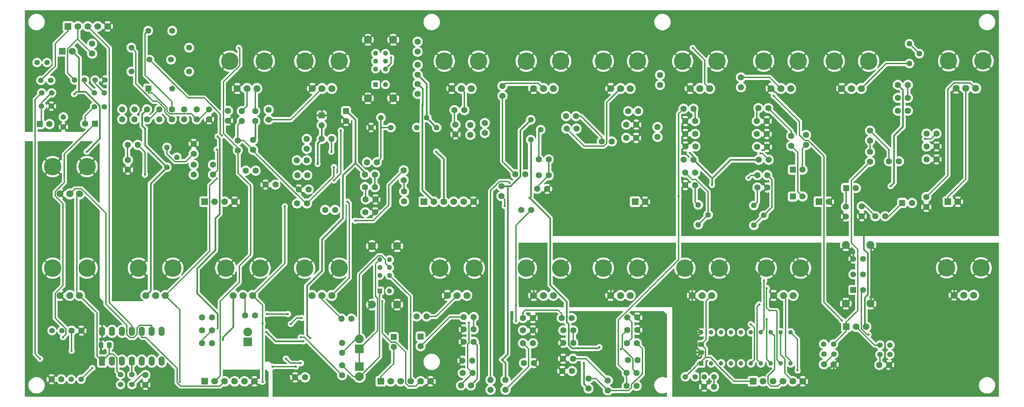
<source format=gbl>
%TF.GenerationSoftware,KiCad,Pcbnew,9.0.3*%
%TF.CreationDate,2025-12-20T20:15:01+09:00*%
%TF.ProjectId,VCOSeparate,56434f53-6570-4617-9261-74652e6b6963,rev?*%
%TF.SameCoordinates,Original*%
%TF.FileFunction,Copper,L2,Bot*%
%TF.FilePolarity,Positive*%
%FSLAX46Y46*%
G04 Gerber Fmt 4.6, Leading zero omitted, Abs format (unit mm)*
G04 Created by KiCad (PCBNEW 9.0.3) date 2025-12-20 20:15:01*
%MOMM*%
%LPD*%
G01*
G04 APERTURE LIST*
G04 Aperture macros list*
%AMRoundRect*
0 Rectangle with rounded corners*
0 $1 Rounding radius*
0 $2 $3 $4 $5 $6 $7 $8 $9 X,Y pos of 4 corners*
0 Add a 4 corners polygon primitive as box body*
4,1,4,$2,$3,$4,$5,$6,$7,$8,$9,$2,$3,0*
0 Add four circle primitives for the rounded corners*
1,1,$1+$1,$2,$3*
1,1,$1+$1,$4,$5*
1,1,$1+$1,$6,$7*
1,1,$1+$1,$8,$9*
0 Add four rect primitives between the rounded corners*
20,1,$1+$1,$2,$3,$4,$5,0*
20,1,$1+$1,$4,$5,$6,$7,0*
20,1,$1+$1,$6,$7,$8,$9,0*
20,1,$1+$1,$8,$9,$2,$3,0*%
G04 Aperture macros list end*
%TA.AperFunction,ComponentPad*%
%ADD10R,1.800000X1.800000*%
%TD*%
%TA.AperFunction,ComponentPad*%
%ADD11C,1.800000*%
%TD*%
%TA.AperFunction,ComponentPad*%
%ADD12C,1.600000*%
%TD*%
%TA.AperFunction,ComponentPad*%
%ADD13R,1.500000X1.500000*%
%TD*%
%TA.AperFunction,ComponentPad*%
%ADD14C,1.500000*%
%TD*%
%TA.AperFunction,ComponentPad*%
%ADD15C,1.400000*%
%TD*%
%TA.AperFunction,ComponentPad*%
%ADD16RoundRect,0.250000X0.870000X-0.870000X0.870000X0.870000X-0.870000X0.870000X-0.870000X-0.870000X0*%
%TD*%
%TA.AperFunction,ComponentPad*%
%ADD17C,2.240000*%
%TD*%
%TA.AperFunction,ComponentPad*%
%ADD18R,1.700000X1.700000*%
%TD*%
%TA.AperFunction,ComponentPad*%
%ADD19C,1.700000*%
%TD*%
%TA.AperFunction,ComponentPad*%
%ADD20C,4.455000*%
%TD*%
%TA.AperFunction,ComponentPad*%
%ADD21RoundRect,0.250000X-0.550000X0.550000X-0.550000X-0.550000X0.550000X-0.550000X0.550000X0.550000X0*%
%TD*%
%TA.AperFunction,ComponentPad*%
%ADD22R,1.200000X1.200000*%
%TD*%
%TA.AperFunction,ComponentPad*%
%ADD23C,1.286000*%
%TD*%
%TA.AperFunction,ComponentPad*%
%ADD24C,2.025000*%
%TD*%
%TA.AperFunction,ComponentPad*%
%ADD25RoundRect,0.250000X-0.550000X-0.550000X0.550000X-0.550000X0.550000X0.550000X-0.550000X0.550000X0*%
%TD*%
%TA.AperFunction,ComponentPad*%
%ADD26C,1.440000*%
%TD*%
%TA.AperFunction,ComponentPad*%
%ADD27R,1.159000X1.159000*%
%TD*%
%TA.AperFunction,ComponentPad*%
%ADD28C,1.159000*%
%TD*%
%TA.AperFunction,ComponentPad*%
%ADD29RoundRect,0.250000X0.550000X-0.950000X0.550000X0.950000X-0.550000X0.950000X-0.550000X-0.950000X0*%
%TD*%
%TA.AperFunction,ComponentPad*%
%ADD30O,1.600000X2.400000*%
%TD*%
%TA.AperFunction,ComponentPad*%
%ADD31RoundRect,0.250000X0.550000X0.550000X-0.550000X0.550000X-0.550000X-0.550000X0.550000X-0.550000X0*%
%TD*%
%TA.AperFunction,ComponentPad*%
%ADD32RoundRect,0.250000X-0.870000X0.870000X-0.870000X-0.870000X0.870000X-0.870000X0.870000X0.870000X0*%
%TD*%
%TA.AperFunction,SMDPad,CuDef*%
%ADD33RoundRect,0.250000X-0.475000X0.337500X-0.475000X-0.337500X0.475000X-0.337500X0.475000X0.337500X0*%
%TD*%
%TA.AperFunction,SMDPad,CuDef*%
%ADD34RoundRect,0.250000X0.337500X0.475000X-0.337500X0.475000X-0.337500X-0.475000X0.337500X-0.475000X0*%
%TD*%
%TA.AperFunction,ViaPad*%
%ADD35C,0.600000*%
%TD*%
%TA.AperFunction,Conductor*%
%ADD36C,0.400000*%
%TD*%
%TA.AperFunction,Conductor*%
%ADD37C,0.300000*%
%TD*%
G04 APERTURE END LIST*
D10*
%TO.P,D4,1,K*%
%TO.N,Net-(D4-K)*%
X30607000Y-36449000D03*
D11*
%TO.P,D4,2,A*%
%TO.N,+12VA*%
X33147000Y-36449000D03*
%TD*%
D12*
%TO.P,R17,1*%
%TO.N,Vfci*%
X49853000Y-60452000D03*
%TO.P,R17,2*%
%TO.N,Net-(C2-Pad2)*%
X47313000Y-60452000D03*
%TD*%
%TO.P,R61,1*%
%TO.N,Net-(U3A--)*%
X177419000Y-118872000D03*
%TO.P,R61,2*%
%TO.N,VCF_OUT*%
X174879000Y-118872000D03*
%TD*%
%TO.P,C9,1*%
%TO.N,GNDA*%
X110657000Y-74422000D03*
%TO.P,C9,2*%
%TO.N,Net-(C9-Pad2)*%
X108157000Y-74422000D03*
%TD*%
D13*
%TO.P,S1,1,A_1*%
%TO.N,S5_A_1*%
X52551000Y-46000000D03*
D14*
%TO.P,S1,2,A_2*%
%TO.N,S5_A_2*%
X48221000Y-41670000D03*
%TO.P,S1,3,A_3*%
%TO.N,S5_A_3*%
X48221000Y-35547000D03*
%TO.P,S1,4,A_4*%
%TO.N,S5_A_4*%
X52551000Y-31218000D03*
%TO.P,S1,5,B_1*%
%TO.N,unconnected-(S1-B_1-Pad5)*%
X58674000Y-31218000D03*
%TO.P,S1,6,B_2*%
%TO.N,unconnected-(S1-B_2-Pad6)*%
X63004000Y-35547000D03*
%TO.P,S1,7,B_3*%
%TO.N,unconnected-(S1-B_3-Pad7)*%
X63004000Y-41670000D03*
%TO.P,S1,8,B_4*%
%TO.N,unconnected-(S1-B_4-Pad8)*%
X58674000Y-46000000D03*
%TO.P,S1,9,COM_A*%
%TO.N,S5_A_COM*%
X52862000Y-38609000D03*
%TO.P,S1,10,COM_B*%
%TO.N,unconnected-(S1-COM_B-Pad10)*%
X58362000Y-38609000D03*
%TD*%
D12*
%TO.P,R88,1*%
%TO.N,Net-(R88-Pad1)*%
X152391000Y-64196000D03*
%TO.P,R88,2*%
%TO.N,Net-(Q4-B)*%
X154931000Y-64196000D03*
%TD*%
D15*
%TO.P,R129,1*%
%TO.N,LFO_D+5V*%
X45466000Y-119303000D03*
%TO.P,R129,2*%
%TO.N,Net-(C31-Pad1)*%
X45466000Y-121843000D03*
%TD*%
%TO.P,R120,1*%
%TO.N,Net-(U10B--)*%
X41352000Y-47117000D03*
%TO.P,R120,2*%
%TO.N,Net-(R120-Pad2)*%
X38812000Y-47117000D03*
%TD*%
%TO.P,R128,1*%
%TO.N,Net-(IC9-VINB+)*%
X239587000Y-114110000D03*
%TO.P,R128,2*%
%TO.N,PWM_outFlt*%
X242127000Y-114110000D03*
%TD*%
%TO.P,R118,1*%
%TO.N,GNDA*%
X41479000Y-43815000D03*
%TO.P,R118,2*%
%TO.N,Net-(U10B--)*%
X38939000Y-43815000D03*
%TD*%
D16*
%TO.P,D1,1,K*%
%TO.N,Net-(D1-K)*%
X78007000Y-110871000D03*
D17*
%TO.P,D1,2,A*%
%TO.N,Net-(D1-A)*%
X78007000Y-108331000D03*
%TD*%
D18*
%TO.P,J11,1,Pin_1*%
%TO.N,Net-(J11-Pin_1)*%
X257000000Y-75000000D03*
D19*
%TO.P,J11,2,Pin_2*%
%TO.N,GNDA*%
X259540000Y-75000000D03*
%TD*%
D15*
%TO.P,R119,1*%
%TO.N,GNDA*%
X30861000Y-55830000D03*
%TO.P,R119,2*%
%TO.N,Net-(U10A-+)*%
X30861000Y-53290000D03*
%TD*%
D11*
%TO.P,VR15,1,CCW*%
%TO.N,EG_GND*%
X170773000Y-99000000D03*
%TO.P,VR15,2,WIPER*%
%TO.N,Decay*%
X173273000Y-99000000D03*
%TO.P,VR15,3,CW*%
%TO.N,EG_D+5V*%
X175773000Y-99000000D03*
D20*
%TO.P,VR15,MH1,MH1*%
%TO.N,EG_GND*%
X168873000Y-92000000D03*
%TO.P,VR15,MH2,MH2*%
X177673000Y-92000000D03*
%TD*%
D12*
%TO.P,R72,1*%
%TO.N,Net-(R70-Pad2)*%
X168529000Y-59563000D03*
%TO.P,R72,2*%
%TO.N,Net-(U1B-+)*%
X171069000Y-59563000D03*
%TD*%
D15*
%TO.P,R114,1*%
%TO.N,Net-(IC7-VINB+)*%
X30480000Y-108012000D03*
%TO.P,R114,2*%
%TO.N,PWM_Triangle*%
X27940000Y-108012000D03*
%TD*%
D12*
%TO.P,R8,1*%
%TO.N,Net-(R1-Pad1)*%
X45887000Y-53877000D03*
%TO.P,R8,2*%
%TO.N,+5VA*%
X45887000Y-51337000D03*
%TD*%
D15*
%TO.P,R121,1*%
%TO.N,Net-(R120-Pad2)*%
X36272000Y-43815000D03*
%TO.P,R121,2*%
%TO.N,Triangle*%
X33732000Y-43815000D03*
%TD*%
D12*
%TO.P,R13,1*%
%TO.N,CV*%
X75438000Y-61849000D03*
%TO.P,R13,2*%
%TO.N,Vfci*%
X75438000Y-59309000D03*
%TD*%
D15*
%TO.P,R125,1*%
%TO.N,PWM_outAmp*%
X225286000Y-113983000D03*
%TO.P,R125,2*%
%TO.N,Net-(IC9-VINA+)*%
X227826000Y-113983000D03*
%TD*%
D21*
%TO.P,C4,1*%
%TO.N,GNDA*%
X96901000Y-52896900D03*
D12*
%TO.P,C4,2*%
%TO.N,-5VA*%
X96901000Y-55396900D03*
%TD*%
D22*
%TO.P,S2,1,NC_1*%
%TO.N,LFO_Tri*%
X110687000Y-45018000D03*
D23*
%TO.P,S2,2,NC_2*%
%TO.N,Net-(S2-NC_2)*%
X110687000Y-39018000D03*
%TO.P,S2,3,NC_3*%
%TO.N,Net-(S2-NC_3)*%
X110687000Y-37018000D03*
%TO.P,S2,4,NO_1*%
%TO.N,LFO_Tri*%
X113187000Y-45018000D03*
%TO.P,S2,5,NO_2*%
%TO.N,Net-(S2-NC_2)*%
X113187000Y-39018000D03*
%TO.P,S2,6,NO_3*%
%TO.N,Net-(S2-NC_3)*%
X113187000Y-37018000D03*
D24*
%TO.P,S2,7,GND_1*%
%TO.N,GNDA*%
X108712000Y-48528000D03*
%TO.P,S2,8,GND_2*%
X108712000Y-33528000D03*
%TO.P,S2,9,GND_3*%
X115162000Y-48528000D03*
%TO.P,S2,10,GND_4*%
X115162000Y-33528000D03*
D23*
%TO.P,S2,C1,COM_1*%
%TO.N,PWMSource*%
X110687000Y-41018000D03*
%TO.P,S2,C2,COM_2*%
X113187000Y-41018000D03*
%TD*%
D12*
%TO.P,R32,1*%
%TO.N,Vso*%
X66265000Y-107950000D03*
%TO.P,R32,2*%
%TO.N,Net-(IC3-INPUT_+)*%
X68805000Y-107950000D03*
%TD*%
%TO.P,R81,1*%
%TO.N,Net-(Q3-E)*%
X246761000Y-45085000D03*
%TO.P,R81,2*%
%TO.N,+12VA*%
X244221000Y-45085000D03*
%TD*%
%TO.P,C28,1*%
%TO.N,Net-(IC9-VINB+)*%
X239480000Y-116777000D03*
%TO.P,C28,2*%
%TO.N,EG_GND*%
X241980000Y-116777000D03*
%TD*%
%TO.P,R1,1*%
%TO.N,Net-(R1-Pad1)*%
X52237000Y-53877000D03*
%TO.P,R1,2*%
%TO.N,+5VA*%
X52237000Y-51337000D03*
%TD*%
%TO.P,R82,1*%
%TO.N,Net-(VR12-WIPER)*%
X143129000Y-45339000D03*
%TO.P,R82,2*%
%TO.N,Net-(IC6-INPUT_-)*%
X143129000Y-47879000D03*
%TD*%
D11*
%TO.P,VR11,1,CCW*%
%TO.N,GNDA*%
X211794000Y-46000000D03*
%TO.P,VR11,2,WIPER*%
%TO.N,Net-(VR11-WIPER)*%
X214294000Y-46000000D03*
%TO.P,VR11,3,CW*%
%TO.N,Sine*%
X216794000Y-46000000D03*
D20*
%TO.P,VR11,MH1,MH1*%
%TO.N,GNDA*%
X209894000Y-39000000D03*
%TO.P,VR11,MH2,MH2*%
X218694000Y-39000000D03*
%TD*%
D18*
%TO.P,J5,1,Pin_1*%
%TO.N,EG_D+5V*%
X207162000Y-121000000D03*
D19*
%TO.P,J5,2,Pin_2*%
%TO.N,unconnected-(J5-Pin_2-Pad2)*%
X209702000Y-121000000D03*
%TO.P,J5,3,Pin_3*%
%TO.N,EG_Gate*%
X212242000Y-121000000D03*
%TO.P,J5,4,Pin_4*%
%TO.N,accFlt*%
X214782000Y-121000000D03*
%TO.P,J5,5,Pin_5*%
%TO.N,accAmp*%
X217322000Y-121000000D03*
%TO.P,J5,6,Pin_6*%
%TO.N,EG_GND*%
X219862000Y-121000000D03*
%TD*%
D15*
%TO.P,R113,1*%
%TO.N,PWM_Sine*%
X35383000Y-120458000D03*
%TO.P,R113,2*%
%TO.N,Net-(IC7-VINA+)*%
X32843000Y-120458000D03*
%TD*%
D12*
%TO.P,R105,1*%
%TO.N,GNDA*%
X230886000Y-78769000D03*
%TO.P,R105,2*%
%TO.N,Net-(IC10-INPUT_+)*%
X230886000Y-76229000D03*
%TD*%
%TO.P,R9,1*%
%TO.N,Net-(VR1-CW)*%
X79923000Y-51816000D03*
%TO.P,R9,2*%
%TO.N,+5VA*%
X79923000Y-54356000D03*
%TD*%
%TO.P,R37,1*%
%TO.N,VP*%
X93091000Y-64389000D03*
%TO.P,R37,2*%
%TO.N,Net-(Q1-B)*%
X90551000Y-64389000D03*
%TD*%
%TO.P,R97,1*%
%TO.N,GNDA*%
X210693000Y-57658000D03*
%TO.P,R97,2*%
%TO.N,Net-(U5A--)*%
X208153000Y-57658000D03*
%TD*%
%TO.P,R89,1*%
%TO.N,GNDA*%
X154535000Y-71689000D03*
%TO.P,R89,2*%
%TO.N,Net-(Q4-B)*%
X151995000Y-71689000D03*
%TD*%
D25*
%TO.P,C18,1*%
%TO.N,VCF_OUT*%
X217337000Y-73660000D03*
D12*
%TO.P,C18,2*%
%TO.N,Net-(C18-Pad2)*%
X219837000Y-73660000D03*
%TD*%
%TO.P,R64,1*%
%TO.N,-12VA*%
X143891000Y-120592000D03*
%TO.P,R64,2*%
%TO.N,LP12db*%
X143891000Y-123132000D03*
%TD*%
D11*
%TO.P,VR1,1,CCW*%
%TO.N,GNDA*%
X75309000Y-46000000D03*
%TO.P,VR1,2,WIPER*%
%TO.N,Net-(VR1-WIPER)*%
X77809000Y-46000000D03*
%TO.P,VR1,3,CW*%
%TO.N,Net-(VR1-CW)*%
X80309000Y-46000000D03*
D20*
%TO.P,VR1,MH1,MH1*%
%TO.N,GNDA*%
X73409000Y-39000000D03*
%TO.P,VR1,MH2,MH2*%
X82209000Y-39000000D03*
%TD*%
D12*
%TO.P,R67,1*%
%TO.N,GNDA*%
X189836000Y-54356000D03*
%TO.P,R67,2*%
%TO.N,Net-(U5C-+)*%
X192376000Y-54356000D03*
%TD*%
%TO.P,R101,1*%
%TO.N,GNDA*%
X254090000Y-64148000D03*
%TO.P,R101,2*%
%TO.N,Net-(U6B-+)*%
X251550000Y-64148000D03*
%TD*%
%TO.P,R51,1*%
%TO.N,Net-(U2C--)*%
X135030000Y-122047000D03*
%TO.P,R51,2*%
%TO.N,Net-(R51-Pad2)*%
X132490000Y-122047000D03*
%TD*%
D18*
%TO.P,J12,1,Pin_1*%
%TO.N,Sine*%
X32004000Y-30099000D03*
D19*
%TO.P,J12,2,Pin_2*%
%TO.N,Triangle*%
X34544000Y-30099000D03*
%TO.P,J12,3,Pin_3*%
%TO.N,Square*%
X37084000Y-30099000D03*
%TO.P,J12,4,Pin_4*%
%TO.N,unconnected-(J12-Pin_4-Pad4)*%
X39624000Y-30099000D03*
%TO.P,J12,5,Pin_5*%
%TO.N,GNDA*%
X42164000Y-30099000D03*
%TD*%
D12*
%TO.P,R26,1*%
%TO.N,Net-(IC2-Pad14)*%
X108458000Y-64897000D03*
%TO.P,R26,2*%
%TO.N,Net-(R26-Pad2)*%
X110998000Y-64897000D03*
%TD*%
%TO.P,R21,1*%
%TO.N,Vfci*%
X93120000Y-75438000D03*
%TO.P,R21,2*%
%TO.N,Net-(IC2-Pad7)*%
X90580000Y-75438000D03*
%TD*%
D11*
%TO.P,VR7,1,CCW*%
%TO.N,+5VA*%
X94446000Y-99000000D03*
%TO.P,VR7,2,WIPER*%
%TO.N,Net-(VR7-WIPER)*%
X96946000Y-99000000D03*
%TO.P,VR7,3,CW*%
%TO.N,Vtri*%
X99446000Y-99000000D03*
D20*
%TO.P,VR7,MH1,MH1*%
%TO.N,GNDA*%
X92546000Y-92000000D03*
%TO.P,VR7,MH2,MH2*%
X101346000Y-92000000D03*
%TD*%
D12*
%TO.P,R19,1*%
%TO.N,EnvFlt*%
X121412000Y-34036000D03*
%TO.P,R19,2*%
%TO.N,Net-(S2-NC_3)*%
X121412000Y-36576000D03*
%TD*%
%TO.P,R95,1*%
%TO.N,Net-(U5A-+)*%
X208534000Y-51054000D03*
%TO.P,R95,2*%
%TO.N,Net-(R93-Pad1)*%
X211074000Y-51054000D03*
%TD*%
%TO.P,R73,1*%
%TO.N,GNDA*%
X189836000Y-70739000D03*
%TO.P,R73,2*%
%TO.N,Net-(U8A--)*%
X192376000Y-70739000D03*
%TD*%
%TO.P,R41,1*%
%TO.N,Net-(VR5-WIPER)*%
X66294000Y-104648000D03*
%TO.P,R41,2*%
%TO.N,Net-(C11-Pad1)*%
X68834000Y-104648000D03*
%TD*%
%TO.P,C8,1*%
%TO.N,GNDA*%
X131104000Y-57745000D03*
%TO.P,C8,2*%
%TO.N,Vpwm*%
X131104000Y-55245000D03*
%TD*%
D15*
%TO.P,R126,1*%
%TO.N,Net-(IC9-VINA-)*%
X225236000Y-111443000D03*
%TO.P,R126,2*%
%TO.N,VCAEnv*%
X227776000Y-111443000D03*
%TD*%
D12*
%TO.P,R45,1*%
%TO.N,Net-(C12-Pad2)*%
X133223000Y-104521000D03*
%TO.P,R45,2*%
%TO.N,Net-(U2C-+)*%
X135763000Y-104521000D03*
%TD*%
%TO.P,R2,1*%
%TO.N,Net-(R1-Pad1)*%
X49062000Y-53877000D03*
%TO.P,R2,2*%
%TO.N,+5VA*%
X49062000Y-51337000D03*
%TD*%
D11*
%TO.P,VR10,1,CCW*%
%TO.N,GNDA*%
X191088000Y-46000000D03*
%TO.P,VR10,2,WIPER*%
%TO.N,Net-(VR10-WIPER)*%
X193588000Y-46000000D03*
%TO.P,VR10,3,CW*%
%TO.N,EnvFlt*%
X196088000Y-46000000D03*
D20*
%TO.P,VR10,MH1,MH1*%
%TO.N,GNDA*%
X189188000Y-39000000D03*
%TO.P,VR10,MH2,MH2*%
X197988000Y-39000000D03*
%TD*%
D15*
%TO.P,R130,1*%
%TO.N,Net-(IC5-VPP{slash}~{MCLR}{slash}RA3)*%
X48387000Y-119303000D03*
%TO.P,R130,2*%
%TO.N,Net-(C31-Pad1)*%
X48387000Y-121843000D03*
%TD*%
D12*
%TO.P,R34,1*%
%TO.N,GNDA*%
X90109400Y-119983400D03*
%TO.P,R34,2*%
%TO.N,Net-(D1-K)*%
X92649400Y-119983400D03*
%TD*%
%TO.P,R20,1*%
%TO.N,LFO_Tri*%
X121452000Y-47371000D03*
%TO.P,R20,2*%
%TO.N,+5VA*%
X121452000Y-44831000D03*
%TD*%
D18*
%TO.P,J2,1,Pin_1*%
%TO.N,LFM_In*%
X67000000Y-75000000D03*
D19*
%TO.P,J2,2,Pin_2*%
%TO.N,HardSyncIn*%
X69540000Y-75000000D03*
%TO.P,J2,3,Pin_3*%
%TO.N,SoftSyncIn*%
X72080000Y-75000000D03*
%TO.P,J2,4,Pin_4*%
%TO.N,GNDA*%
X74620000Y-75000000D03*
%TD*%
D12*
%TO.P,R36,1*%
%TO.N,Net-(IC4A-Q)*%
X102108000Y-111137000D03*
%TO.P,R36,2*%
%TO.N,Sub2oct*%
X102108000Y-113677000D03*
%TD*%
D11*
%TO.P,VR6,1,CCW*%
%TO.N,GNDA*%
X129014000Y-99000000D03*
%TO.P,VR6,2,WIPER*%
%TO.N,Net-(VR6-WIPER)*%
X131514000Y-99000000D03*
%TO.P,VR6,3,CW*%
%TO.N,SubVP*%
X134014000Y-99000000D03*
D20*
%TO.P,VR6,MH1,MH1*%
%TO.N,GNDA*%
X127114000Y-92000000D03*
%TO.P,VR6,MH2,MH2*%
X135914000Y-92000000D03*
%TD*%
D12*
%TO.P,C14,1*%
%TO.N,Net-(C14-Pad1)*%
X160889000Y-118364000D03*
%TO.P,C14,2*%
%TO.N,GNDA*%
X158389000Y-118364000D03*
%TD*%
D25*
%TO.P,C17,1*%
%TO.N,VCA_ResoWav*%
X217337000Y-66802000D03*
D12*
%TO.P,C17,2*%
%TO.N,Net-(C17-Pad2)*%
X219837000Y-66802000D03*
%TD*%
D11*
%TO.P,VR18,1,CCW*%
%TO.N,EG_GND*%
X258567000Y-98948000D03*
%TO.P,VR18,2,WIPER*%
%TO.N,AccLv*%
X261067000Y-98948000D03*
%TO.P,VR18,3,CW*%
%TO.N,EG_D+5V*%
X263567000Y-98948000D03*
D20*
%TO.P,VR18,MH1,MH1*%
%TO.N,EG_GND*%
X256667000Y-91948000D03*
%TO.P,VR18,MH2,MH2*%
X265467000Y-91948000D03*
%TD*%
D26*
%TO.P,TM1,1,1*%
%TO.N,+5VA*%
X57317000Y-66167000D03*
%TO.P,TM1,2,2*%
%TO.N,Net-(R15-Pad1)*%
X59857000Y-63627000D03*
%TO.P,TM1,3,3*%
%TO.N,Net-(R10-Pad2)*%
X57317000Y-61087000D03*
%TD*%
D12*
%TO.P,R11,1*%
%TO.N,Net-(VR2-WIPER)*%
X83352000Y-54004000D03*
%TO.P,R11,2*%
%TO.N,Vfci*%
X83352000Y-51464000D03*
%TD*%
D26*
%TO.P,TM5,1,1*%
%TO.N,Net-(R77-Pad1)*%
X207391000Y-81026000D03*
%TO.P,TM5,2,2*%
X209931000Y-78486000D03*
%TO.P,TM5,3,3*%
%TO.N,Net-(U8B--)*%
X207391000Y-75946000D03*
%TD*%
D12*
%TO.P,C6,1*%
%TO.N,GNDA*%
X110577000Y-77724000D03*
%TO.P,C6,2*%
%TO.N,Net-(C6-Pad2)*%
X108077000Y-77724000D03*
%TD*%
%TO.P,C2,1*%
%TO.N,GNDA*%
X47371000Y-66802000D03*
%TO.P,C2,2*%
%TO.N,Net-(C2-Pad2)*%
X47371000Y-64302000D03*
%TD*%
%TO.P,C16,1*%
%TO.N,Net-(C16-Pad1)*%
X148610000Y-116332000D03*
%TO.P,C16,2*%
%TO.N,GNDA*%
X151110000Y-116332000D03*
%TD*%
%TO.P,R46,1*%
%TO.N,LP12db*%
X158652000Y-107950000D03*
%TO.P,R46,2*%
%TO.N,Net-(U3C-+)*%
X161192000Y-107950000D03*
%TD*%
%TO.P,R108,1*%
%TO.N,Net-(IC10-OUTPUT)*%
X240948000Y-78740000D03*
%TO.P,R108,2*%
%TO.N,Net-(IC10-INPUT_-)*%
X238408000Y-78740000D03*
%TD*%
%TO.P,R70,1*%
%TO.N,Net-(U1A--)*%
X159385000Y-53086000D03*
%TO.P,R70,2*%
%TO.N,Net-(R70-Pad2)*%
X161925000Y-53086000D03*
%TD*%
%TO.P,R23,1*%
%TO.N,-5VA*%
X96901000Y-58928000D03*
%TO.P,R23,2*%
%TO.N,Net-(IC2-Pad1)*%
X99441000Y-58928000D03*
%TD*%
%TO.P,R110,1*%
%TO.N,Triangle*%
X38227000Y-37084000D03*
%TO.P,R110,2*%
%TO.N,Net-(Q7-B)*%
X38227000Y-34544000D03*
%TD*%
D11*
%TO.P,VR16,1,CCW*%
%TO.N,EG_GND*%
X191638000Y-99000000D03*
%TO.P,VR16,2,WIPER*%
%TO.N,Sustain*%
X194138000Y-99000000D03*
%TO.P,VR16,3,CW*%
%TO.N,EG_D+5V*%
X196638000Y-99000000D03*
D20*
%TO.P,VR16,MH1,MH1*%
%TO.N,EG_GND*%
X189738000Y-92000000D03*
%TO.P,VR16,MH2,MH2*%
X198538000Y-92000000D03*
%TD*%
D18*
%TO.P,J9,1,Pin_1*%
%TO.N,VCF_OUT*%
X224000000Y-75000000D03*
D19*
%TO.P,J9,2,Pin_2*%
%TO.N,GNDA*%
X226540000Y-75000000D03*
%TD*%
D12*
%TO.P,R18,1*%
%TO.N,Net-(S2-NC_2)*%
X121452000Y-39976000D03*
%TO.P,R18,2*%
%TO.N,+12VA*%
X121452000Y-42516000D03*
%TD*%
%TO.P,R100,1*%
%TO.N,GNDA*%
X254090000Y-60846000D03*
%TO.P,R100,2*%
%TO.N,Net-(Q6-E)*%
X251550000Y-60846000D03*
%TD*%
%TO.P,R83,1*%
%TO.N,Net-(VR10-WIPER)*%
X183388000Y-45085000D03*
%TO.P,R83,2*%
%TO.N,Net-(IC6-INPUT_-)*%
X183388000Y-42545000D03*
%TD*%
%TO.P,R5,1*%
%TO.N,S5_A_2*%
X61762000Y-53877000D03*
%TO.P,R5,2*%
%TO.N,S5_A_3*%
X61762000Y-51337000D03*
%TD*%
%TO.P,R106,1*%
%TO.N,GNDA*%
X234950000Y-78740000D03*
%TO.P,R106,2*%
%TO.N,Net-(IC10-INPUT_-)*%
X234950000Y-76200000D03*
%TD*%
%TO.P,R42,1*%
%TO.N,Net-(VR7-WIPER)*%
X101912000Y-104928000D03*
%TO.P,R42,2*%
%TO.N,Net-(C11-Pad1)*%
X104452000Y-104928000D03*
%TD*%
D11*
%TO.P,VR3,1,CCW*%
%TO.N,GNDA*%
X130128000Y-46000000D03*
%TO.P,VR3,2,WIPER*%
%TO.N,Net-(VR3-WIPER)*%
X132628000Y-46000000D03*
%TO.P,VR3,3,CW*%
%TO.N,PWMSource*%
X135128000Y-46000000D03*
D20*
%TO.P,VR3,MH1,MH1*%
%TO.N,GNDA*%
X128228000Y-39000000D03*
%TO.P,VR3,MH2,MH2*%
X137028000Y-39000000D03*
%TD*%
D18*
%TO.P,J4,1,Pin_1*%
%TO.N,VCAEnv*%
X231013000Y-106998000D03*
D19*
%TO.P,J4,2,Pin_2*%
%TO.N,EnvFlt*%
X233553000Y-106998000D03*
%TO.P,J4,3,Pin_3*%
%TO.N,GNDA*%
X236093000Y-106998000D03*
%TD*%
D12*
%TO.P,C31,1*%
%TO.N,Net-(C31-Pad1)*%
X51816000Y-119400000D03*
%TO.P,C31,2*%
%TO.N,LFO_GND*%
X51816000Y-121900000D03*
%TD*%
D22*
%TO.P,S3,1,NC_1*%
%TO.N,Sub1oct*%
X111730000Y-97850000D03*
D23*
%TO.P,S3,2,NC_2*%
%TO.N,Sub2oct*%
X111730000Y-91850000D03*
%TO.P,S3,3,NC_3*%
%TO.N,Sub2octPW*%
X111730000Y-89850000D03*
%TO.P,S3,4,NO_1*%
%TO.N,Sub1oct*%
X114230000Y-97850000D03*
%TO.P,S3,5,NO_2*%
%TO.N,Sub2oct*%
X114230000Y-91850000D03*
%TO.P,S3,6,NO_3*%
%TO.N,Sub2octPW*%
X114230000Y-89850000D03*
D24*
%TO.P,S3,7,GND_1*%
%TO.N,GNDA*%
X109755000Y-101360000D03*
%TO.P,S3,8,GND_2*%
X109755000Y-86360000D03*
%TO.P,S3,9,GND_3*%
X116205000Y-101360000D03*
%TO.P,S3,10,GND_4*%
X116205000Y-86360000D03*
D23*
%TO.P,S3,C1,COM_1*%
%TO.N,SubVP*%
X111730000Y-93850000D03*
%TO.P,S3,C2,COM_2*%
X114230000Y-93850000D03*
%TD*%
D27*
%TO.P,IC8,1,VDD*%
%TO.N,EG_D+5V*%
X193929000Y-116396000D03*
D28*
%TO.P,IC8,2,RA5*%
%TO.N,unconnected-(IC8-RA5-Pad2)*%
X196469000Y-116396000D03*
%TO.P,IC8,3,RA4*%
%TO.N,PWM_outFlt*%
X199009000Y-116396000D03*
%TO.P,IC8,4,~{MCLR}/VPP/RA3*%
%TO.N,Net-(IC8-~{MCLR}{slash}VPP{slash}RA3)*%
X201549000Y-116396000D03*
%TO.P,IC8,5,RC5*%
%TO.N,unconnected-(IC8-RC5-Pad5)*%
X204089000Y-116396000D03*
%TO.P,IC8,6,RC4*%
%TO.N,AccLv*%
X206629000Y-116396000D03*
%TO.P,IC8,7,RC3*%
%TO.N,Attack*%
X209169000Y-116396000D03*
%TO.P,IC8,8,RC6*%
%TO.N,Decay*%
X211709000Y-116396000D03*
%TO.P,IC8,9,RC7*%
%TO.N,Sustain*%
X214249000Y-116396000D03*
%TO.P,IC8,10,RB7*%
%TO.N,Release*%
X216789000Y-116396000D03*
%TO.P,IC8,11,RB6*%
%TO.N,EG_Gate*%
X216789000Y-108458000D03*
%TO.P,IC8,12,RB5*%
%TO.N,accAmp*%
X214249000Y-108458000D03*
%TO.P,IC8,13,RB4*%
%TO.N,accFlt*%
X211709000Y-108458000D03*
%TO.P,IC8,14,RC2*%
%TO.N,AmpWave*%
X209169000Y-108458000D03*
%TO.P,IC8,15,RC1*%
%TO.N,PWM_outAmp*%
X206629000Y-108458000D03*
%TO.P,IC8,16,RC0*%
%TO.N,unconnected-(IC8-RC0-Pad16)*%
X204089000Y-108458000D03*
%TO.P,IC8,17,RA2*%
%TO.N,unconnected-(IC8-RA2-Pad17)*%
X201549000Y-108458000D03*
%TO.P,IC8,18,RA1/ICSPCLK*%
%TO.N,unconnected-(IC8-RA1{slash}ICSPCLK-Pad18)*%
X199009000Y-108458000D03*
%TO.P,IC8,19,RA0/ICSPDAT*%
%TO.N,unconnected-(IC8-RA0{slash}ICSPDAT-Pad19)*%
X196469000Y-108458000D03*
%TO.P,IC8,20,VSS*%
%TO.N,EG_GND*%
X193929000Y-108458000D03*
%TD*%
D12*
%TO.P,R54,1*%
%TO.N,-12VA*%
X165100000Y-122838000D03*
%TO.P,R54,2*%
%TO.N,Net-(R52-Pad2)*%
X165100000Y-120298000D03*
%TD*%
%TO.P,R102,1*%
%TO.N,GNDA*%
X210722000Y-60960000D03*
%TO.P,R102,2*%
%TO.N,Net-(R102-Pad2)*%
X208182000Y-60960000D03*
%TD*%
D15*
%TO.P,R116,1*%
%TO.N,Net-(C25-Pad1)*%
X25273000Y-50546000D03*
%TO.P,R116,2*%
%TO.N,GNDA*%
X27813000Y-50546000D03*
%TD*%
D12*
%TO.P,R31,1*%
%TO.N,Vpwm*%
X134914000Y-55343000D03*
%TO.P,R31,2*%
%TO.N,Net-(R30-Pad1)*%
X134914000Y-57883000D03*
%TD*%
%TO.P,R98,1*%
%TO.N,GNDA*%
X210693000Y-54356000D03*
%TO.P,R98,2*%
%TO.N,Net-(U5A-+)*%
X208153000Y-54356000D03*
%TD*%
%TO.P,R50,1*%
%TO.N,GNDA*%
X158652000Y-111125000D03*
%TO.P,R50,2*%
%TO.N,Net-(U3C-+)*%
X161192000Y-111125000D03*
%TD*%
%TO.P,C13,1*%
%TO.N,Net-(C13-Pad1)*%
X135382000Y-115697000D03*
%TO.P,C13,2*%
%TO.N,GNDA*%
X132882000Y-115697000D03*
%TD*%
%TO.P,R87,1*%
%TO.N,Net-(IC6-OUTPUT)*%
X152391000Y-68260000D03*
%TO.P,R87,2*%
%TO.N,Net-(Q4-B)*%
X154931000Y-68260000D03*
%TD*%
%TO.P,C15,1*%
%TO.N,Net-(C15-Pad1)*%
X175173000Y-115570000D03*
%TO.P,C15,2*%
%TO.N,GNDA*%
X177673000Y-115570000D03*
%TD*%
D11*
%TO.P,VR2,1,CCW*%
%TO.N,GNDA*%
X94486000Y-46000000D03*
%TO.P,VR2,2,WIPER*%
%TO.N,Net-(VR2-WIPER)*%
X96986000Y-46000000D03*
%TO.P,VR2,3,CW*%
%TO.N,Sine*%
X99486000Y-46000000D03*
D20*
%TO.P,VR2,MH1,MH1*%
%TO.N,GNDA*%
X92586000Y-39000000D03*
%TO.P,VR2,MH2,MH2*%
X101386000Y-39000000D03*
%TD*%
D11*
%TO.P,VR4,1,CCW*%
%TO.N,+5VA*%
X74253000Y-99000000D03*
%TO.P,VR4,2,WIPER*%
%TO.N,Net-(VR4-WIPER)*%
X76753000Y-99000000D03*
%TO.P,VR4,3,CW*%
%TO.N,Vso*%
X79253000Y-99000000D03*
D20*
%TO.P,VR4,MH1,MH1*%
%TO.N,GNDA*%
X72353000Y-92000000D03*
%TO.P,VR4,MH2,MH2*%
X81153000Y-92000000D03*
%TD*%
D12*
%TO.P,C10,1*%
%TO.N,LFM_In*%
X117856000Y-66969000D03*
%TO.P,C10,2*%
%TO.N,Net-(C10-Pad2)*%
X117856000Y-69469000D03*
%TD*%
%TO.P,R79,1*%
%TO.N,Net-(R79-Pad1)*%
X175260000Y-51816000D03*
%TO.P,R79,2*%
%TO.N,Net-(Q2-B)*%
X177800000Y-51816000D03*
%TD*%
%TO.P,R60,1*%
%TO.N,GNDA*%
X150876000Y-104775000D03*
%TO.P,R60,2*%
%TO.N,Net-(U2A-+)*%
X148336000Y-104775000D03*
%TD*%
%TO.P,R76,1*%
%TO.N,GNDA*%
X177292000Y-58674000D03*
%TO.P,R76,2*%
%TO.N,Net-(U1B-+)*%
X174752000Y-58674000D03*
%TD*%
D13*
%TO.P,S4,1,NC_1*%
%TO.N,EG_D+5V*%
X232786000Y-97606000D03*
D14*
%TO.P,S4,2,COM_1*%
%TO.N,AmpWave*%
X232786000Y-93606000D03*
%TO.P,S4,3,NO_1*%
%TO.N,EG_GND*%
X232786000Y-89606000D03*
%TO.P,S4,4,NC_2*%
%TO.N,EG_D+5V*%
X235286000Y-97606000D03*
%TO.P,S4,5,COM_2*%
%TO.N,AmpWave*%
X235286000Y-93606000D03*
%TO.P,S4,6,NO_2*%
%TO.N,EG_GND*%
X235286000Y-89606000D03*
D24*
%TO.P,S4,7,GND_1*%
X230886000Y-101106000D03*
%TO.P,S4,8,GND_2*%
X230886000Y-86106000D03*
%TO.P,S4,9,GND_3*%
X237186000Y-101106000D03*
%TO.P,S4,10,GND_4*%
X237186000Y-86106000D03*
%TD*%
D12*
%TO.P,R57,1*%
%TO.N,GNDA*%
X177575000Y-107823000D03*
%TO.P,R57,2*%
%TO.N,Net-(U3A--)*%
X175035000Y-107823000D03*
%TD*%
%TO.P,R65,1*%
%TO.N,Net-(U5C-+)*%
X191926000Y-51181000D03*
%TO.P,R65,2*%
%TO.N,VCF_OUT*%
X189386000Y-51181000D03*
%TD*%
D18*
%TO.P,J1,1,Pin_1*%
%TO.N,VCOWave*%
X112000000Y-121000000D03*
D19*
%TO.P,J1,2,Pin_2*%
%TO.N,Vso*%
X114540000Y-121000000D03*
%TO.P,J1,3,Pin_3*%
%TO.N,VPseparate*%
X117080000Y-121000000D03*
%TO.P,J1,4,Pin_4*%
%TO.N,SubVP*%
X119620000Y-121000000D03*
%TO.P,J1,5,Pin_5*%
%TO.N,Vtri*%
X122160000Y-121000000D03*
%TO.P,J1,6,Pin_6*%
%TO.N,GNDA*%
X124700000Y-121000000D03*
%TD*%
D18*
%TO.P,J8,1,Pin_1*%
%TO.N,VCF_ResoWav*%
X177000000Y-75000000D03*
D19*
%TO.P,J8,2,Pin_2*%
%TO.N,GNDA*%
X179540000Y-75000000D03*
%TD*%
D12*
%TO.P,R58,1*%
%TO.N,GNDA*%
X150876000Y-107950000D03*
%TO.P,R58,2*%
%TO.N,Net-(U2A--)*%
X148336000Y-107950000D03*
%TD*%
D25*
%TO.P,C25,1*%
%TO.N,Net-(C25-Pad1)*%
X24805000Y-55118000D03*
D12*
%TO.P,C25,2*%
%TO.N,Net-(U10A-+)*%
X27305000Y-55118000D03*
%TD*%
%TO.P,R104,1*%
%TO.N,Net-(R104-Pad1)*%
X254061000Y-57544000D03*
%TO.P,R104,2*%
%TO.N,Net-(Q6-B)*%
X251521000Y-57544000D03*
%TD*%
%TO.P,R90,1*%
%TO.N,-12VA*%
X142851000Y-71025000D03*
%TO.P,R90,2*%
%TO.N,Net-(Q4-E)*%
X142851000Y-73565000D03*
%TD*%
D15*
%TO.P,R122,1*%
%TO.N,Net-(U10A--)*%
X27636000Y-43942000D03*
%TO.P,R122,2*%
%TO.N,Sine*%
X25096000Y-43942000D03*
%TD*%
D12*
%TO.P,R25,1*%
%TO.N,Net-(VR3-WIPER)*%
X133390000Y-51562000D03*
%TO.P,R25,2*%
%TO.N,Vpwm*%
X130850000Y-51562000D03*
%TD*%
%TO.P,R80,1*%
%TO.N,Net-(Q2-C)*%
X182753000Y-55851000D03*
%TO.P,R80,2*%
%TO.N,ResoCnt*%
X182753000Y-58391000D03*
%TD*%
%TO.P,R43,1*%
%TO.N,Net-(VR6-WIPER)*%
X123698000Y-104394000D03*
%TO.P,R43,2*%
%TO.N,Net-(C11-Pad1)*%
X121158000Y-104394000D03*
%TD*%
%TO.P,R44,1*%
%TO.N,VCF_ResoWav*%
X140081000Y-120621000D03*
%TO.P,R44,2*%
%TO.N,Net-(U2C--)*%
X140081000Y-123161000D03*
%TD*%
%TO.P,R39,1*%
%TO.N,VPseparate*%
X80010000Y-67056000D03*
%TO.P,R39,2*%
%TO.N,+12VA*%
X77470000Y-67056000D03*
%TD*%
%TO.P,R47,1*%
%TO.N,GNDA*%
X133223000Y-110871000D03*
%TO.P,R47,2*%
%TO.N,Net-(U2C--)*%
X135763000Y-110871000D03*
%TD*%
%TO.P,R93,1*%
%TO.N,Net-(R93-Pad1)*%
X220726000Y-57912000D03*
%TO.P,R93,2*%
%TO.N,Net-(C17-Pad2)*%
X220726000Y-60452000D03*
%TD*%
%TO.P,C23,1*%
%TO.N,Net-(IC7-VINB+)*%
X32963000Y-108012000D03*
%TO.P,C23,2*%
%TO.N,LFO_GND*%
X35463000Y-108012000D03*
%TD*%
%TO.P,R24,1*%
%TO.N,-5VA*%
X93091000Y-58928000D03*
%TO.P,R24,2*%
%TO.N,Net-(IC2-Pad2)*%
X93091000Y-61468000D03*
%TD*%
%TO.P,R38,1*%
%TO.N,GNDA*%
X82521000Y-70612000D03*
%TO.P,R38,2*%
%TO.N,Net-(Q1-B)*%
X85061000Y-70612000D03*
%TD*%
%TO.P,R94,1*%
%TO.N,Net-(R93-Pad1)*%
X216916000Y-58166000D03*
%TO.P,R94,2*%
%TO.N,Net-(C18-Pad2)*%
X216916000Y-60706000D03*
%TD*%
%TO.P,R78,1*%
%TO.N,Net-(R78-Pad1)*%
X189865000Y-67564000D03*
%TO.P,R78,2*%
%TO.N,VCF_ResoWav*%
X192405000Y-67564000D03*
%TD*%
D21*
%TO.P,C7,1*%
%TO.N,+12VA*%
X103124000Y-51816000D03*
D12*
%TO.P,C7,2*%
%TO.N,GNDA*%
X103124000Y-54316000D03*
%TD*%
%TO.P,R56,1*%
%TO.N,Net-(R51-Pad2)*%
X160811000Y-104775000D03*
%TO.P,R56,2*%
%TO.N,Net-(U2A-+)*%
X158271000Y-104775000D03*
%TD*%
%TO.P,R7,1*%
%TO.N,GNDA*%
X68112000Y-53877000D03*
%TO.P,R7,2*%
%TO.N,S5_A_1*%
X68112000Y-51337000D03*
%TD*%
D29*
%TO.P,IC5,1,VDD*%
%TO.N,LFO_D+5V*%
X40767000Y-115824000D03*
D30*
%TO.P,IC5,2,RA5*%
%TO.N,unconnected-(IC5-RA5-Pad2)*%
X43307000Y-115824000D03*
%TO.P,IC5,3,RA4*%
%TO.N,unconnected-(IC5-RA4-Pad3)*%
X45847000Y-115824000D03*
%TO.P,IC5,4,VPP/~{MCLR}/RA3*%
%TO.N,Net-(IC5-VPP{slash}~{MCLR}{slash}RA3)*%
X48387000Y-115824000D03*
%TO.P,IC5,5,RC5*%
%TO.N,PWM_Sine*%
X50927000Y-115824000D03*
%TO.P,IC5,6,RC4*%
%TO.N,PWM_Triangle*%
X53467000Y-115824000D03*
%TO.P,IC5,7,RC3*%
%TO.N,unconnected-(IC5-RC3-Pad7)*%
X56007000Y-115824000D03*
%TO.P,IC5,8,RC2*%
%TO.N,Delay*%
X56007000Y-108204000D03*
%TO.P,IC5,9,RC1*%
%TO.N,Rate*%
X53467000Y-108204000D03*
%TO.P,IC5,10,RC0*%
%TO.N,LFO_Gate*%
X50927000Y-108204000D03*
%TO.P,IC5,11,RA2*%
%TO.N,Square*%
X48387000Y-108204000D03*
%TO.P,IC5,12,RA1/ICSPCLK*%
%TO.N,unconnected-(IC5-RA1{slash}ICSPCLK-Pad12)*%
X45847000Y-108204000D03*
%TO.P,IC5,13,RA0/ICSPDAT*%
%TO.N,unconnected-(IC5-RA0{slash}ICSPDAT-Pad13)*%
X43307000Y-108204000D03*
%TO.P,IC5,14,VSS*%
%TO.N,LFO_GND*%
X40767000Y-108204000D03*
%TD*%
D12*
%TO.P,R28,1*%
%TO.N,Net-(IC2-Pad13)*%
X117983000Y-74930000D03*
%TO.P,R28,2*%
%TO.N,Net-(C10-Pad2)*%
X117983000Y-72390000D03*
%TD*%
D15*
%TO.P,R115,1*%
%TO.N,Raw_Sine*%
X25323000Y-47117000D03*
%TO.P,R115,2*%
%TO.N,Net-(C25-Pad1)*%
X27863000Y-47117000D03*
%TD*%
D26*
%TO.P,TM6,1,1*%
%TO.N,Net-(VR9-CW)*%
X247142000Y-39624000D03*
%TO.P,TM6,2,2*%
%TO.N,CV*%
X249682000Y-37084000D03*
%TO.P,TM6,3,3*%
X247142000Y-34544000D03*
%TD*%
D12*
%TO.P,R112,1*%
%TO.N,Net-(IC6-INPUT_-)*%
X146407000Y-68006000D03*
%TO.P,R112,2*%
%TO.N,Net-(IC6-OUTPUT)*%
X148947000Y-68006000D03*
%TD*%
%TO.P,R84,1*%
%TO.N,Net-(VR11-WIPER)*%
X204089000Y-43151000D03*
%TO.P,R84,2*%
%TO.N,Net-(IC6-INPUT_-)*%
X204089000Y-45691000D03*
%TD*%
%TO.P,R75,1*%
%TO.N,GNDA*%
X177321000Y-55245000D03*
%TO.P,R75,2*%
%TO.N,Net-(Q2-E)*%
X174781000Y-55245000D03*
%TD*%
D18*
%TO.P,J13,1,Pin_1*%
%TO.N,LFO_D+5V*%
X67000000Y-121000000D03*
D19*
%TO.P,J13,2,Pin_2*%
%TO.N,CV*%
X69540000Y-121000000D03*
%TO.P,J13,3,Pin_3*%
%TO.N,LFO_Gate*%
X72080000Y-121000000D03*
%TO.P,J13,4,Pin_4*%
%TO.N,unconnected-(J13-Pin_4-Pad4)*%
X74620000Y-121000000D03*
%TO.P,J13,5,Pin_5*%
%TO.N,unconnected-(J13-Pin_5-Pad5)*%
X77160000Y-121000000D03*
%TO.P,J13,6,Pin_6*%
%TO.N,LFO_GND*%
X79700000Y-121000000D03*
%TD*%
D11*
%TO.P,VR8,1,CCW*%
%TO.N,GNDA*%
X170773000Y-46000000D03*
%TO.P,VR8,2,WIPER*%
%TO.N,Net-(VR8-WIPER)*%
X173273000Y-46000000D03*
%TO.P,VR8,3,CW*%
%TO.N,+5VA*%
X175773000Y-46000000D03*
D20*
%TO.P,VR8,MH1,MH1*%
%TO.N,GNDA*%
X168873000Y-39000000D03*
%TO.P,VR8,MH2,MH2*%
X177673000Y-39000000D03*
%TD*%
D11*
%TO.P,VR9,1,CCW*%
%TO.N,GNDA*%
X229828000Y-46000000D03*
%TO.P,VR9,2,WIPER*%
%TO.N,Net-(Q3-B)*%
X232328000Y-46000000D03*
%TO.P,VR9,3,CW*%
%TO.N,Net-(VR9-CW)*%
X234828000Y-46000000D03*
D20*
%TO.P,VR9,MH1,MH1*%
%TO.N,GNDA*%
X227928000Y-39000000D03*
%TO.P,VR9,MH2,MH2*%
X236728000Y-39000000D03*
%TD*%
D12*
%TO.P,R40,1*%
%TO.N,Net-(VR4-WIPER)*%
X77343000Y-104119000D03*
%TO.P,R40,2*%
%TO.N,Net-(C11-Pad1)*%
X79883000Y-104119000D03*
%TD*%
%TO.P,R68,1*%
%TO.N,Net-(VR8-WIPER)*%
X159483000Y-56261000D03*
%TO.P,R68,2*%
%TO.N,Net-(U1A--)*%
X162023000Y-56261000D03*
%TD*%
%TO.P,R53,1*%
%TO.N,-12VA*%
X132969000Y-118872000D03*
%TO.P,R53,2*%
%TO.N,Net-(R51-Pad2)*%
X135509000Y-118872000D03*
%TD*%
%TO.P,R22,1*%
%TO.N,GNDA*%
X91030000Y-71882000D03*
%TO.P,R22,2*%
%TO.N,Net-(IC2-Pad7)*%
X93570000Y-71882000D03*
%TD*%
%TO.P,R109,1*%
%TO.N,GNDA*%
X251460000Y-76327000D03*
%TO.P,R109,2*%
%TO.N,Net-(VR13-CW)*%
X251460000Y-73787000D03*
%TD*%
%TO.P,R85,1*%
%TO.N,Net-(Q3-E)*%
X246761000Y-48387000D03*
%TO.P,R85,2*%
%TO.N,Net-(IC6-INPUT_-)*%
X244221000Y-48387000D03*
%TD*%
%TO.P,R59,1*%
%TO.N,GNDA*%
X177575000Y-104648000D03*
%TO.P,R59,2*%
%TO.N,Net-(U3A-+)*%
X175035000Y-104648000D03*
%TD*%
%TO.P,R35,1*%
%TO.N,Net-(IC4A-C)*%
X102108000Y-119406000D03*
%TO.P,R35,2*%
%TO.N,Sub1oct*%
X102108000Y-116866000D03*
%TD*%
%TO.P,R91,1*%
%TO.N,Net-(Q5-C)*%
X147931000Y-77150000D03*
%TO.P,R91,2*%
%TO.N,VCFCnt*%
X150471000Y-77150000D03*
%TD*%
%TO.P,R10,1*%
%TO.N,GNDA*%
X64160000Y-60169000D03*
%TO.P,R10,2*%
%TO.N,Net-(R10-Pad2)*%
X64160000Y-62709000D03*
%TD*%
D11*
%TO.P,VR17,1,CCW*%
%TO.N,EG_GND*%
X212429000Y-99000000D03*
%TO.P,VR17,2,WIPER*%
%TO.N,Release*%
X214929000Y-99000000D03*
%TO.P,VR17,3,CW*%
%TO.N,EG_D+5V*%
X217429000Y-99000000D03*
D20*
%TO.P,VR17,MH1,MH1*%
%TO.N,EG_GND*%
X210529000Y-92000000D03*
%TO.P,VR17,MH2,MH2*%
X219329000Y-92000000D03*
%TD*%
D12*
%TO.P,R63,1*%
%TO.N,-12VA*%
X177419000Y-122174000D03*
%TO.P,R63,2*%
%TO.N,VCF_OUT*%
X174879000Y-122174000D03*
%TD*%
%TO.P,R49,1*%
%TO.N,GNDA*%
X133223000Y-107696000D03*
%TO.P,R49,2*%
%TO.N,Net-(U2C-+)*%
X135763000Y-107696000D03*
%TD*%
%TO.P,R69,1*%
%TO.N,GNDA*%
X189894000Y-60833000D03*
%TO.P,R69,2*%
%TO.N,Net-(R69-Pad2)*%
X192434000Y-60833000D03*
%TD*%
%TO.P,R29,1*%
%TO.N,Net-(IC2-Pad13)*%
X110490000Y-71247000D03*
%TO.P,R29,2*%
%TO.N,Net-(C9-Pad2)*%
X107950000Y-71247000D03*
%TD*%
%TO.P,R92,1*%
%TO.N,VCAEnv*%
X237109000Y-64770000D03*
%TO.P,R92,2*%
%TO.N,Net-(U6A--)*%
X237109000Y-62230000D03*
%TD*%
%TO.P,R30,1*%
%TO.N,Net-(R30-Pad1)*%
X138597000Y-57404000D03*
%TO.P,R30,2*%
%TO.N,Net-(R30-Pad2)*%
X138597000Y-54864000D03*
%TD*%
D15*
%TO.P,R123,1*%
%TO.N,EG_D+5V*%
X189865000Y-119825000D03*
%TO.P,R123,2*%
%TO.N,Net-(C26-Pad1)*%
X192405000Y-119825000D03*
%TD*%
%TO.P,R124,1*%
%TO.N,Net-(IC8-~{MCLR}{slash}VPP{slash}RA3)*%
X194691000Y-119825000D03*
%TO.P,R124,2*%
%TO.N,Net-(C26-Pad1)*%
X197231000Y-119825000D03*
%TD*%
D12*
%TO.P,C3,1*%
%TO.N,HardSyncIn*%
X90718000Y-68199000D03*
%TO.P,C3,2*%
%TO.N,Net-(C3-Pad2)*%
X93218000Y-68199000D03*
%TD*%
D21*
%TO.P,C12,1*%
%TO.N,VCOWave*%
X122174000Y-109514000D03*
D12*
%TO.P,C12,2*%
%TO.N,Net-(C12-Pad2)*%
X122174000Y-112014000D03*
%TD*%
%TO.P,R103,1*%
%TO.N,-12VA*%
X208632000Y-64262000D03*
%TO.P,R103,2*%
%TO.N,Net-(C19-Pad2)*%
X211172000Y-64262000D03*
%TD*%
D15*
%TO.P,R117,1*%
%TO.N,GNDA*%
X41352000Y-50673000D03*
%TO.P,R117,2*%
%TO.N,Net-(U10B-+)*%
X38812000Y-50673000D03*
%TD*%
%TO.P,R127,1*%
%TO.N,EnvFlt*%
X239637000Y-111697000D03*
%TO.P,R127,2*%
%TO.N,Net-(IC9-VINB-)*%
X242177000Y-111697000D03*
%TD*%
D12*
%TO.P,R4,1*%
%TO.N,S5_A_3*%
X58587000Y-53877000D03*
%TO.P,R4,2*%
%TO.N,S5_A_4*%
X58587000Y-51337000D03*
%TD*%
%TO.P,R99,1*%
%TO.N,Net-(R96-Pad2)*%
X241935000Y-64643000D03*
%TO.P,R99,2*%
%TO.N,Net-(U6B-+)*%
X244475000Y-64643000D03*
%TD*%
%TO.P,C5,1*%
%TO.N,SoftSyncIn*%
X97790000Y-77089000D03*
%TO.P,C5,2*%
%TO.N,Net-(C5-Pad2)*%
X100290000Y-77089000D03*
%TD*%
%TO.P,R12,1*%
%TO.N,Net-(VR1-WIPER)*%
X76494000Y-51816000D03*
%TO.P,R12,2*%
%TO.N,Vfci*%
X76494000Y-54356000D03*
%TD*%
D26*
%TO.P,TM2,1,1*%
%TO.N,+12VA*%
X126278000Y-56007000D03*
%TO.P,TM2,2,2*%
X123738000Y-53467000D03*
%TO.P,TM2,3,3*%
%TO.N,Net-(R30-Pad2)*%
X121198000Y-56007000D03*
%TD*%
D12*
%TO.P,R27,1*%
%TO.N,Net-(IC2-Pad13)*%
X110490000Y-68072000D03*
%TO.P,R27,2*%
%TO.N,+12VA*%
X107950000Y-68072000D03*
%TD*%
D11*
%TO.P,VR20,1,CCW*%
%TO.N,LFO_GND*%
X30000000Y-99000000D03*
%TO.P,VR20,2,WIPER*%
%TO.N,Delay*%
X32500000Y-99000000D03*
%TO.P,VR20,3,CW*%
%TO.N,LFO_D+5V*%
X35000000Y-99000000D03*
D20*
%TO.P,VR20,MH1,MH1*%
%TO.N,LFO_GND*%
X28100000Y-92000000D03*
%TO.P,VR20,MH2,MH2*%
X36900000Y-92000000D03*
%TD*%
D12*
%TO.P,R33,1*%
%TO.N,Net-(IC3-INPUT_+)*%
X66294000Y-111252000D03*
%TO.P,R33,2*%
%TO.N,Net-(D1-A)*%
X68834000Y-111252000D03*
%TD*%
%TO.P,R16,1*%
%TO.N,Vfci*%
X79375000Y-61722000D03*
%TO.P,R16,2*%
%TO.N,+5VA*%
X79375000Y-59182000D03*
%TD*%
D11*
%TO.P,VR14,1,CCW*%
%TO.N,EG_GND*%
X151088000Y-99000000D03*
%TO.P,VR14,2,WIPER*%
%TO.N,Attack*%
X153588000Y-99000000D03*
%TO.P,VR14,3,CW*%
%TO.N,EG_D+5V*%
X156088000Y-99000000D03*
D20*
%TO.P,VR14,MH1,MH1*%
%TO.N,EG_GND*%
X149188000Y-92000000D03*
%TO.P,VR14,MH2,MH2*%
X157988000Y-92000000D03*
%TD*%
D26*
%TO.P,TM3,1,1*%
%TO.N,Net-(R26-Pad2)*%
X114594000Y-56007000D03*
%TO.P,TM3,2,2*%
X112054000Y-53467000D03*
%TO.P,TM3,3,3*%
%TO.N,GNDA*%
X109514000Y-56007000D03*
%TD*%
D12*
%TO.P,R3,1*%
%TO.N,S5_A_4*%
X55412000Y-53877000D03*
%TO.P,R3,2*%
%TO.N,Net-(R1-Pad1)*%
X55412000Y-51337000D03*
%TD*%
%TO.P,C27,1*%
%TO.N,Net-(IC9-VINA+)*%
X225276000Y-116650000D03*
%TO.P,C27,2*%
%TO.N,EG_GND*%
X227776000Y-116650000D03*
%TD*%
%TO.P,R107,1*%
%TO.N,Net-(Q6-C)*%
X246761000Y-51689000D03*
%TO.P,R107,2*%
%TO.N,VCACnt*%
X244221000Y-51689000D03*
%TD*%
D31*
%TO.P,C24,1*%
%TO.N,Raw_Triangle*%
X38924100Y-54991000D03*
D12*
%TO.P,C24,2*%
%TO.N,Net-(U10B-+)*%
X36424100Y-54991000D03*
%TD*%
%TO.P,R77,1*%
%TO.N,Net-(R77-Pad1)*%
X210820000Y-68199000D03*
%TO.P,R77,2*%
%TO.N,VCA_ResoWav*%
X208280000Y-68199000D03*
%TD*%
D15*
%TO.P,R111,1*%
%TO.N,Net-(Q7-C)*%
X26670000Y-39370000D03*
%TO.P,R111,2*%
%TO.N,Net-(D4-K)*%
X24130000Y-39370000D03*
%TD*%
D16*
%TO.P,D3,1,K*%
%TO.N,Sub2octPW*%
X106553000Y-112690000D03*
D17*
%TO.P,D3,2,A*%
%TO.N,Sub2oct*%
X106553000Y-110150000D03*
%TD*%
D12*
%TO.P,R96,1*%
%TO.N,Net-(U6A--)*%
X237109000Y-59338000D03*
%TO.P,R96,2*%
%TO.N,Net-(R96-Pad2)*%
X237109000Y-56798000D03*
%TD*%
D26*
%TO.P,TM7,1,1*%
%TO.N,+12VA*%
X150344000Y-59116000D03*
%TO.P,TM7,2,2*%
%TO.N,Net-(R88-Pad1)*%
X152884000Y-56576000D03*
%TO.P,TM7,3,3*%
%TO.N,-12VA*%
X150344000Y-54036000D03*
%TD*%
D12*
%TO.P,R15,1*%
%TO.N,Net-(R15-Pad1)*%
X64160000Y-65503000D03*
%TO.P,R15,2*%
%TO.N,Vfci*%
X64160000Y-68043000D03*
%TD*%
D25*
%TO.P,C20,1*%
%TO.N,Net-(IC10-OUTPUT)*%
X245301900Y-75311000D03*
D12*
%TO.P,C20,2*%
%TO.N,Net-(VR13-CW)*%
X247801900Y-75311000D03*
%TD*%
%TO.P,R62,1*%
%TO.N,Net-(U2A--)*%
X150905000Y-111252000D03*
%TO.P,R62,2*%
%TO.N,LP12db*%
X148365000Y-111252000D03*
%TD*%
%TO.P,C22,1*%
%TO.N,Net-(IC7-VINA+)*%
X30333000Y-120458000D03*
%TO.P,C22,2*%
%TO.N,LFO_GND*%
X27833000Y-120458000D03*
%TD*%
%TO.P,R74,1*%
%TO.N,GNDA*%
X210820000Y-71374000D03*
%TO.P,R74,2*%
%TO.N,Net-(U8B--)*%
X208280000Y-71374000D03*
%TD*%
%TO.P,R55,1*%
%TO.N,Net-(R52-Pad2)*%
X177448000Y-111252000D03*
%TO.P,R55,2*%
%TO.N,Net-(U3A-+)*%
X174908000Y-111252000D03*
%TD*%
%TO.P,R14,1*%
%TO.N,Net-(IC1-INPUT_-)*%
X69088000Y-65532000D03*
%TO.P,R14,2*%
%TO.N,Vfci*%
X69088000Y-68072000D03*
%TD*%
%TO.P,R48,1*%
%TO.N,GNDA*%
X158623000Y-115189000D03*
%TO.P,R48,2*%
%TO.N,Net-(U3C--)*%
X161163000Y-115189000D03*
%TD*%
%TO.P,R52,1*%
%TO.N,Net-(U3C--)*%
X170053000Y-120777000D03*
%TO.P,R52,2*%
%TO.N,Net-(R52-Pad2)*%
X170053000Y-123317000D03*
%TD*%
D32*
%TO.P,D2,1,K*%
%TO.N,Sub2octPW*%
X106553000Y-117221000D03*
D17*
%TO.P,D2,2,A*%
%TO.N,Sub1oct*%
X106553000Y-119761000D03*
%TD*%
D18*
%TO.P,J7,1,Pin_1*%
%TO.N,+12VA*%
X123000000Y-75000000D03*
D19*
%TO.P,J7,2,Pin_2*%
%TO.N,+5VA*%
X125540000Y-75000000D03*
%TO.P,J7,3,Pin_3*%
%TO.N,-5VA*%
X128080000Y-75000000D03*
%TO.P,J7,4,Pin_4*%
%TO.N,-12VA*%
X130620000Y-75000000D03*
%TO.P,J7,5,Pin_5*%
%TO.N,unconnected-(J7-Pin_5-Pad5)*%
X133160000Y-75000000D03*
%TO.P,J7,6,Pin_6*%
%TO.N,GNDA*%
X135700000Y-75000000D03*
%TD*%
D21*
%TO.P,C11,1*%
%TO.N,Net-(C11-Pad1)*%
X115316000Y-109641000D03*
D12*
%TO.P,C11,2*%
%TO.N,VCOWave*%
X115316000Y-112141000D03*
%TD*%
%TO.P,R6,1*%
%TO.N,S5_A_1*%
X64937000Y-53877000D03*
%TO.P,R6,2*%
%TO.N,S5_A_2*%
X64937000Y-51337000D03*
%TD*%
D11*
%TO.P,VR5,1,CCW*%
%TO.N,+5VA*%
X51938000Y-99000000D03*
%TO.P,VR5,2,WIPER*%
%TO.N,Net-(VR5-WIPER)*%
X54438000Y-99000000D03*
%TO.P,VR5,3,CW*%
%TO.N,VPseparate*%
X56938000Y-99000000D03*
D20*
%TO.P,VR5,MH1,MH1*%
%TO.N,GNDA*%
X50038000Y-92000000D03*
%TO.P,VR5,MH2,MH2*%
X58838000Y-92000000D03*
%TD*%
D26*
%TO.P,TM4,1,1*%
%TO.N,Net-(R78-Pad1)*%
X193167000Y-80899000D03*
%TO.P,TM4,2,2*%
X195707000Y-78359000D03*
%TO.P,TM4,3,3*%
%TO.N,Net-(U8A--)*%
X193167000Y-75819000D03*
%TD*%
D12*
%TO.P,C26,1*%
%TO.N,Net-(C26-Pad1)*%
X197181000Y-122365000D03*
%TO.P,C26,2*%
%TO.N,EG_GND*%
X194681000Y-122365000D03*
%TD*%
D11*
%TO.P,VR19,1,CCW*%
%TO.N,LFO_GND*%
X30000000Y-73000000D03*
%TO.P,VR19,2,WIPER*%
%TO.N,Rate*%
X32500000Y-73000000D03*
%TO.P,VR19,3,CW*%
%TO.N,LFO_D+5V*%
X35000000Y-73000000D03*
D20*
%TO.P,VR19,MH1,MH1*%
%TO.N,LFO_GND*%
X28100000Y-66000000D03*
%TO.P,VR19,MH2,MH2*%
X36900000Y-66000000D03*
%TD*%
D11*
%TO.P,VR13,1,CCW*%
%TO.N,GNDA*%
X259075000Y-45948000D03*
%TO.P,VR13,2,WIPER*%
%TO.N,Net-(J11-Pin_1)*%
X261575000Y-45948000D03*
%TO.P,VR13,3,CW*%
%TO.N,Net-(VR13-CW)*%
X264075000Y-45948000D03*
D20*
%TO.P,VR13,MH1,MH1*%
%TO.N,GNDA*%
X257175000Y-38948000D03*
%TO.P,VR13,MH2,MH2*%
X265975000Y-38948000D03*
%TD*%
D11*
%TO.P,VR12,1,CCW*%
%TO.N,GNDA*%
X151088000Y-46000000D03*
%TO.P,VR12,2,WIPER*%
%TO.N,Net-(VR12-WIPER)*%
X153588000Y-46000000D03*
%TO.P,VR12,3,CW*%
%TO.N,+5VA*%
X156088000Y-46000000D03*
D20*
%TO.P,VR12,MH1,MH1*%
%TO.N,GNDA*%
X149188000Y-39000000D03*
%TO.P,VR12,MH2,MH2*%
X157988000Y-39000000D03*
%TD*%
D25*
%TO.P,C19,1*%
%TO.N,Net-(IC10-INPUT_+)*%
X230950900Y-71501000D03*
D12*
%TO.P,C19,2*%
%TO.N,Net-(C19-Pad2)*%
X233450900Y-71501000D03*
%TD*%
%TO.P,R66,1*%
%TO.N,GNDA*%
X189836000Y-57658000D03*
%TO.P,R66,2*%
%TO.N,Net-(U5C--)*%
X192376000Y-57658000D03*
%TD*%
%TO.P,C1,1*%
%TO.N,GNDA*%
X72938000Y-54209000D03*
%TO.P,C1,2*%
%TO.N,Net-(VR1-WIPER)*%
X72938000Y-51709000D03*
%TD*%
%TO.P,R71,1*%
%TO.N,-12VA*%
X191955000Y-64262000D03*
%TO.P,R71,2*%
%TO.N,Net-(U8A-+)*%
X189415000Y-64262000D03*
%TD*%
D33*
%TO.P,C29,1*%
%TO.N,EG_D+5V*%
X193929000Y-111527000D03*
%TO.P,C29,2*%
%TO.N,EG_GND*%
X193929000Y-113602000D03*
%TD*%
D34*
%TO.P,C30,1*%
%TO.N,LFO_D+5V*%
X42566500Y-111760000D03*
%TO.P,C30,2*%
%TO.N,LFO_GND*%
X40491500Y-111760000D03*
%TD*%
D35*
%TO.N,GNDA*%
X82042000Y-66167000D03*
X156972000Y-56769000D03*
X83947000Y-112776000D03*
X80899000Y-65151000D03*
%TO.N,Vpwm*%
X101764900Y-56770900D03*
X100012900Y-69526800D03*
%TO.N,+12VA*%
X105458400Y-65089400D03*
X33590900Y-47439800D03*
X93971500Y-109994400D03*
X82697450Y-108310550D03*
X36814300Y-62175300D03*
X150001100Y-73963700D03*
X162395900Y-112534800D03*
X245316300Y-55924700D03*
X92212900Y-110744000D03*
X167857400Y-112276000D03*
X242337700Y-71016600D03*
%TO.N,-5VA*%
X95846500Y-65309600D03*
X126172300Y-62175300D03*
%TO.N,Net-(C11-Pad1)*%
X88265000Y-103757500D03*
X82931000Y-103759000D03*
%TO.N,Vso*%
X81788000Y-106128400D03*
X81766300Y-121117300D03*
X87450500Y-76188100D03*
%TO.N,Vfci*%
X70065000Y-61618900D03*
X100012900Y-66148300D03*
X51707300Y-68069500D03*
%TO.N,VPseparate*%
X60643100Y-121117300D03*
X70073200Y-69031800D03*
%TO.N,+5VA*%
X71628000Y-110363000D03*
X122691400Y-50165000D03*
X51707300Y-56281100D03*
%TO.N,-12VA*%
X190982800Y-62466300D03*
X70294100Y-58295300D03*
X163893100Y-116271800D03*
X196678400Y-70686200D03*
X142997200Y-115434600D03*
X70290400Y-107454700D03*
%TO.N,VCA_ResoWav*%
X205990600Y-68894200D03*
%TO.N,VCF_OUT*%
X188134800Y-73660000D03*
%TO.N,CV*%
X75722600Y-35607400D03*
%TO.N,Net-(C19-Pad2)*%
X209021200Y-62667200D03*
%TO.N,Net-(IC7-VINB+)*%
X32960500Y-113179100D03*
%TO.N,PWMSource*%
X114681000Y-38100000D03*
%TO.N,Raw_Triangle*%
X30765400Y-109684700D03*
%TO.N,S5_A_COM*%
X71358500Y-58075200D03*
%TO.N,Net-(IC4B-D)*%
X87757000Y-115189000D03*
X91567000Y-116332000D03*
%TO.N,Net-(IC4A-D)*%
X91821000Y-104775000D03*
X89027000Y-106299000D03*
%TO.N,Net-(IC4A-C)*%
X91567000Y-109728000D03*
%TO.N,LFM_In*%
X105458100Y-79857900D03*
%TO.N,Vtri*%
X112324300Y-100487600D03*
X103470900Y-74959700D03*
%TO.N,EG_GND*%
X229085000Y-114746500D03*
X194474100Y-117953800D03*
X214884000Y-96520000D03*
X191131500Y-117719700D03*
X242337700Y-118610400D03*
X227444700Y-118546900D03*
X224466100Y-121117300D03*
X237318300Y-99553800D03*
X206594500Y-91646300D03*
X208753500Y-98123800D03*
X165100000Y-98425000D03*
X218508900Y-88499100D03*
%TO.N,EG_D+5V*%
X236715300Y-108994100D03*
%TO.N,EnvFlt*%
X191732900Y-35620100D03*
X229898500Y-105383300D03*
X212463900Y-47864000D03*
%TO.N,Net-(D1-K)*%
X84328000Y-117221000D03*
X90297000Y-117221000D03*
%TO.N,Net-(IC2-Pad1)*%
X99364900Y-62175300D03*
%TO.N,PWM_Sine*%
X38232400Y-117608600D03*
%TO.N,Raw_Sine*%
X24899900Y-115223100D03*
%TO.N,AccLv*%
X206586300Y-106381800D03*
%TO.N,Attack*%
X208747800Y-101318700D03*
%TO.N,Decay*%
X210646200Y-105029000D03*
%TO.N,EG_Gate*%
X218548500Y-118205100D03*
%TO.N,AmpWave*%
X210008000Y-95147200D03*
%TO.N,Sustain*%
X210693000Y-97136500D03*
%TO.N,VCF_ResoWav*%
X144954600Y-70125300D03*
%TO.N,Net-(Q4-E)*%
X143679000Y-76099100D03*
%TO.N,Net-(U3A--)*%
X173400100Y-112725000D03*
%TO.N,Net-(R51-Pad2)*%
X134517200Y-105997300D03*
%TO.N,VCFCnt*%
X146557800Y-105537000D03*
X146558000Y-101600000D03*
%TO.N,Net-(R104-Pad1)*%
X251114500Y-58916800D03*
%TD*%
D36*
%TO.N,GNDA*%
X235738400Y-99531100D02*
X235738400Y-106643400D01*
X235738400Y-106643400D02*
X236093000Y-106998000D01*
X236474600Y-88200900D02*
X236474600Y-98794900D01*
X236474600Y-98794900D02*
X235738400Y-99531100D01*
X235494100Y-81780000D02*
X235494100Y-87220400D01*
X235494100Y-87220400D02*
X236474600Y-88200900D01*
D37*
%TO.N,Net-(VR3-WIPER)*%
X133390000Y-51562000D02*
X133390000Y-46762000D01*
X133390000Y-46762000D02*
X132628000Y-46000000D01*
%TO.N,Vpwm*%
X101764900Y-56770900D02*
X101764900Y-67774800D01*
X130850000Y-54991000D02*
X130850000Y-51562000D01*
X131104000Y-55245000D02*
X130850000Y-54991000D01*
X101764900Y-67774800D02*
X100012900Y-69526800D01*
D36*
%TO.N,+12VA*%
X242337700Y-71016600D02*
X243205000Y-70149300D01*
X105458400Y-65089400D02*
X107950000Y-67581000D01*
X40143700Y-58845900D02*
X36814300Y-62175300D01*
X33590900Y-47439800D02*
X34252400Y-46778300D01*
X102315100Y-68232700D02*
X105458400Y-65089400D01*
X150344000Y-73620800D02*
X150001100Y-73963700D01*
X159990300Y-106321000D02*
X159990300Y-111636500D01*
X159990300Y-111636500D02*
X160888600Y-112534800D01*
X92212900Y-110744000D02*
X85130900Y-110744000D01*
X159472700Y-100543800D02*
X159472700Y-105803400D01*
X103124000Y-51816000D02*
X103187500Y-51752500D01*
X121452000Y-42516000D02*
X123738000Y-44802000D01*
X167857400Y-112276000D02*
X167598700Y-112534700D01*
X245491000Y-55750000D02*
X245491000Y-46355000D01*
X102315100Y-79259200D02*
X102315100Y-68232700D01*
X245316300Y-55924700D02*
X245491000Y-55750000D01*
X162395900Y-112534700D02*
X162395900Y-112534800D01*
X160888600Y-112534800D02*
X162395900Y-112534800D01*
X36479100Y-46778300D02*
X40143700Y-50442900D01*
X150001100Y-73963700D02*
X155276200Y-79238800D01*
X105458400Y-54023400D02*
X105458400Y-65089400D01*
X167598700Y-112534700D02*
X162395900Y-112534700D01*
X34841500Y-38143500D02*
X33147000Y-36449000D01*
X34841500Y-46778300D02*
X36479100Y-46778300D01*
X34252400Y-46778300D02*
X34841500Y-46778300D01*
X126278000Y-56007000D02*
X123738000Y-53467000D01*
X34841500Y-46778300D02*
X34841500Y-38143500D01*
X243205000Y-70149300D02*
X243205000Y-58036000D01*
X103187500Y-51752500D02*
X105458400Y-54023400D01*
X243205000Y-58036000D02*
X245316300Y-55924700D01*
X155276200Y-96347300D02*
X159472700Y-100543800D01*
X150344000Y-59116000D02*
X150344000Y-73620800D01*
X93108100Y-109131000D02*
X93108100Y-96521900D01*
X93971500Y-109994400D02*
X93108100Y-109131000D01*
X159472700Y-105803400D02*
X159990300Y-106321000D01*
X245491000Y-46355000D02*
X244221000Y-45085000D01*
X123738000Y-44802000D02*
X123738000Y-53467000D01*
X107950000Y-67581000D02*
X107950000Y-68072000D01*
X93108100Y-96521900D02*
X96946000Y-92684000D01*
X96946000Y-92684000D02*
X96946000Y-84628300D01*
X155276200Y-79238800D02*
X155276200Y-96347300D01*
X85130900Y-110744000D02*
X82697450Y-108310550D01*
X40143700Y-50442900D02*
X40143700Y-58845900D01*
X96946000Y-84628300D02*
X102315100Y-79259200D01*
%TO.N,-5VA*%
X128080000Y-75000000D02*
X128080000Y-64083000D01*
X96901000Y-55396900D02*
X96901000Y-58928000D01*
X96901000Y-58928000D02*
X95846500Y-59982500D01*
X128080000Y-64083000D02*
X126172300Y-62175300D01*
X95846500Y-59982500D02*
X95846500Y-65309600D01*
D37*
%TO.N,VCOWave*%
X115316000Y-112141000D02*
X115316000Y-116482300D01*
X115316000Y-116482300D02*
X112000000Y-119798300D01*
X112000000Y-121000000D02*
X112000000Y-119798300D01*
%TO.N,Net-(C9-Pad2)*%
X108157000Y-71454000D02*
X108157000Y-74422000D01*
X107950000Y-71247000D02*
X108157000Y-71454000D01*
%TO.N,Net-(C10-Pad2)*%
X117856000Y-69469000D02*
X117983000Y-69596000D01*
X117983000Y-69596000D02*
X117983000Y-72390000D01*
%TO.N,Net-(C11-Pad1)*%
X82931000Y-103759000D02*
X88263500Y-103759000D01*
X88263500Y-103759000D02*
X88265000Y-103757500D01*
%TO.N,Sub2oct*%
X106553000Y-93590800D02*
X111296700Y-88847100D01*
X112191500Y-88847100D02*
X113223200Y-89878800D01*
X105635000Y-110150000D02*
X106553000Y-110150000D01*
X102108000Y-113677000D02*
X105635000Y-110150000D01*
X111296700Y-88847100D02*
X112191500Y-88847100D01*
X113223200Y-89878800D02*
X113223200Y-90843200D01*
X106553000Y-110150000D02*
X106553000Y-93590800D01*
X113223200Y-90843200D02*
X114230000Y-91850000D01*
%TO.N,Sub2octPW*%
X111730000Y-89850000D02*
X110686400Y-90893600D01*
X110686400Y-99272900D02*
X111145100Y-99731600D01*
X111145100Y-108097900D02*
X106553000Y-112690000D01*
X106553000Y-112690000D02*
X106553000Y-117221000D01*
X111145100Y-99731600D02*
X111145100Y-108097900D01*
X110686400Y-90893600D02*
X110686400Y-99272900D01*
%TO.N,Sub1oct*%
X111730000Y-97850000D02*
X111730000Y-98801700D01*
X102108000Y-116866000D02*
X105003000Y-119761000D01*
X111672600Y-114729800D02*
X111672600Y-98859100D01*
X111672600Y-98859100D02*
X111730000Y-98801700D01*
X106641400Y-119761000D02*
X111672600Y-114729800D01*
X106553000Y-119761000D02*
X106641400Y-119761000D01*
X105003000Y-119761000D02*
X106553000Y-119761000D01*
%TO.N,Net-(C12-Pad2)*%
X129667000Y-104521000D02*
X133223000Y-104521000D01*
X122174000Y-112014000D02*
X129667000Y-104521000D01*
%TO.N,Vso*%
X81766300Y-106150100D02*
X81788000Y-106128400D01*
X87450500Y-76188100D02*
X87450500Y-90802500D01*
X81766300Y-121117300D02*
X81766300Y-106225600D01*
X87450500Y-90802500D02*
X79253000Y-99000000D01*
X81766300Y-106225600D02*
X81766300Y-101513300D01*
X81766300Y-101513300D02*
X79253000Y-99000000D01*
X81766300Y-106225600D02*
X81766300Y-106150100D01*
%TO.N,Vfci*%
X93120000Y-75438000D02*
X100012900Y-68545100D01*
X75438000Y-55412000D02*
X75438000Y-59309000D01*
X100012900Y-68545100D02*
X100012900Y-66148300D01*
X75438000Y-59309000D02*
X76962000Y-59309000D01*
X92896900Y-75438000D02*
X93120000Y-75438000D01*
X70249000Y-66911000D02*
X70249000Y-61802900D01*
X51707300Y-62306300D02*
X51707300Y-68069500D01*
X79375000Y-61916100D02*
X92896900Y-75438000D01*
X70249000Y-61802900D02*
X70065000Y-61618900D01*
X76494000Y-54356000D02*
X75438000Y-55412000D01*
X79375000Y-61722000D02*
X79375000Y-61916100D01*
X49853000Y-60452000D02*
X51707300Y-62306300D01*
X69088000Y-68072000D02*
X70249000Y-66911000D01*
X76962000Y-59309000D02*
X79375000Y-61722000D01*
%TO.N,VPseparate*%
X68269900Y-70835100D02*
X70073200Y-69031800D01*
X60643100Y-102705100D02*
X56938000Y-99000000D01*
X68269900Y-87668100D02*
X68269900Y-70835100D01*
X56938000Y-99000000D02*
X68269900Y-87668100D01*
X60643100Y-121117300D02*
X60643100Y-102705100D01*
%TO.N,SubVP*%
X119620000Y-99240000D02*
X119620000Y-121000000D01*
X114230000Y-93850000D02*
X119620000Y-99240000D01*
D36*
%TO.N,+5VA*%
X50980900Y-55554700D02*
X50980900Y-52593100D01*
X57317000Y-66167000D02*
X51707300Y-60557300D01*
X122691400Y-50165000D02*
X122691400Y-46070400D01*
X50980900Y-52593100D02*
X52237000Y-51337000D01*
X122591100Y-50265300D02*
X122591100Y-72051100D01*
X71628000Y-110363000D02*
X71628000Y-109743200D01*
X122691400Y-50165000D02*
X122591100Y-50265300D01*
X51707300Y-60557300D02*
X51707300Y-56281100D01*
X122691400Y-46070400D02*
X121452000Y-44831000D01*
X51707300Y-56281100D02*
X50980900Y-55554700D01*
X79923000Y-54356000D02*
X79923000Y-58634000D01*
X79923000Y-58634000D02*
X79375000Y-59182000D01*
X122591100Y-72051100D02*
X125540000Y-75000000D01*
X53137800Y-97800200D02*
X51938000Y-99000000D01*
X57317000Y-66167000D02*
X53137800Y-70346200D01*
X71628000Y-109743200D02*
X74253000Y-107118200D01*
X74253000Y-107118200D02*
X74253000Y-99000000D01*
X53137800Y-70346200D02*
X53137800Y-97800200D01*
%TO.N,-12VA*%
X142851000Y-71025000D02*
X144410600Y-71025000D01*
X163893100Y-121631100D02*
X165100000Y-122838000D01*
X163893100Y-116271800D02*
X163893100Y-121631100D01*
X196678400Y-68985400D02*
X196678400Y-70686200D01*
X144410600Y-71025000D02*
X144410600Y-114021200D01*
X65024000Y-92075000D02*
X65024000Y-98456200D01*
X191955000Y-63438500D02*
X190982800Y-62466300D01*
X70811400Y-78102100D02*
X69715600Y-79197900D01*
X65024000Y-98456200D02*
X70290400Y-103722600D01*
X196678400Y-68985400D02*
X191955000Y-64262000D01*
X69715600Y-87383400D02*
X65024000Y-92075000D01*
X70290400Y-103722600D02*
X70290400Y-107454700D01*
X201401800Y-64262000D02*
X196678400Y-68985400D01*
X143891000Y-116328400D02*
X143891000Y-120592000D01*
X147677000Y-56703000D02*
X150344000Y-54036000D01*
X144410600Y-71025000D02*
X145146000Y-71025000D01*
X191955000Y-64262000D02*
X191955000Y-63438500D01*
X144410600Y-114021200D02*
X142997200Y-115434600D01*
X69715600Y-79197900D02*
X69715600Y-87383400D01*
X70811400Y-58812600D02*
X70811400Y-78102100D01*
X208632000Y-64262000D02*
X201401800Y-64262000D01*
X147677000Y-68494000D02*
X147677000Y-56703000D01*
X142997200Y-115434600D02*
X143891000Y-116328400D01*
X70294100Y-58295300D02*
X70811400Y-58812600D01*
X145146000Y-71025000D02*
X147677000Y-68494000D01*
D37*
%TO.N,VCA_ResoWav*%
X208280000Y-68199000D02*
X206685800Y-68199000D01*
X206685800Y-68199000D02*
X205990600Y-68894200D01*
%TO.N,Net-(C17-Pad2)*%
X219837000Y-66802000D02*
X219837000Y-61341000D01*
X219837000Y-61341000D02*
X220726000Y-60452000D01*
%TO.N,VCF_OUT*%
X188134800Y-73660000D02*
X188134800Y-52432200D01*
X172739500Y-116732500D02*
X174879000Y-118872000D01*
X174879000Y-122174000D02*
X174879000Y-118872000D01*
X188134800Y-89890200D02*
X172739500Y-105285500D01*
X188134800Y-73660000D02*
X188134800Y-89890200D01*
X188134800Y-52432200D02*
X189386000Y-51181000D01*
X172739500Y-105285500D02*
X172739500Y-116732500D01*
%TO.N,CV*%
X75565000Y-61976000D02*
X75438000Y-61849000D01*
X78740000Y-70866000D02*
X75565000Y-67691000D01*
X75565000Y-67691000D02*
X75565000Y-61976000D01*
X75823800Y-62234800D02*
X75438000Y-61849000D01*
X247142000Y-34544000D02*
X249682000Y-37084000D01*
X70942100Y-119597900D02*
X70942100Y-100454500D01*
X75823800Y-91435200D02*
X78740000Y-88519000D01*
X71770000Y-44286600D02*
X75988200Y-40068400D01*
X78740000Y-88519000D02*
X78740000Y-70866000D01*
X69540000Y-121000000D02*
X70942100Y-119597900D01*
X75988200Y-40068400D02*
X75988200Y-35873000D01*
X71770000Y-57565100D02*
X71770000Y-44286600D01*
X75438000Y-61233100D02*
X71770000Y-57565100D01*
X75823800Y-95572800D02*
X75823800Y-91435200D01*
X75438000Y-61849000D02*
X75438000Y-61233100D01*
X75988200Y-35873000D02*
X75722600Y-35607400D01*
X70942100Y-100454500D02*
X75823800Y-95572800D01*
%TO.N,Net-(C18-Pad2)*%
X218587500Y-62377500D02*
X218587500Y-72410500D01*
X216916000Y-60706000D02*
X218587500Y-62377500D01*
X218587500Y-72410500D02*
X219837000Y-73660000D01*
%TO.N,Net-(C19-Pad2)*%
X209577200Y-62667200D02*
X209021200Y-62667200D01*
X211172000Y-64262000D02*
X209577200Y-62667200D01*
%TO.N,Net-(IC10-INPUT_+)*%
X230950900Y-71501000D02*
X230950900Y-76164100D01*
X230950900Y-76164100D02*
X230886000Y-76229000D01*
%TO.N,Net-(VR13-CW)*%
X258535200Y-44631400D02*
X262758400Y-44631400D01*
X256962700Y-68284300D02*
X256962700Y-46203900D01*
X256962700Y-46203900D02*
X258535200Y-44631400D01*
X262758400Y-44631400D02*
X264075000Y-45948000D01*
X251460000Y-73787000D02*
X256962700Y-68284300D01*
%TO.N,Net-(VR4-WIPER)*%
X76753000Y-99000000D02*
X77343000Y-99590000D01*
X77343000Y-99590000D02*
X77343000Y-104119000D01*
%TO.N,Net-(IC10-OUTPUT)*%
X240948000Y-78740000D02*
X241872900Y-78740000D01*
X241872900Y-78740000D02*
X245301900Y-75311000D01*
%TO.N,Net-(VR8-WIPER)*%
X163980700Y-60758700D02*
X159483000Y-56261000D01*
X169018500Y-60758700D02*
X163980700Y-60758700D01*
X173273000Y-46000000D02*
X169799000Y-49474000D01*
X169799000Y-59978200D02*
X169018500Y-60758700D01*
X169799000Y-49474000D02*
X169799000Y-59978200D01*
%TO.N,Net-(VR6-WIPER)*%
X126120000Y-104394000D02*
X123698000Y-104394000D01*
X131514000Y-99000000D02*
X126120000Y-104394000D01*
%TO.N,Net-(IC7-VINB+)*%
X32960500Y-113179100D02*
X32963000Y-113176600D01*
X32963000Y-113176600D02*
X32963000Y-108012000D01*
%TO.N,PWMSource*%
X113187000Y-41018000D02*
X114681000Y-39524000D01*
X114681000Y-39524000D02*
X114681000Y-38100000D01*
%TO.N,Net-(U10B-+)*%
X38812000Y-50673000D02*
X36424100Y-53060900D01*
X36424100Y-53060900D02*
X36424100Y-54991000D01*
%TO.N,Raw_Triangle*%
X28748300Y-72481600D02*
X28748300Y-73518400D01*
X38924100Y-54991000D02*
X31115500Y-62799600D01*
X30731400Y-96498500D02*
X28748300Y-98481600D01*
X31531700Y-108918400D02*
X30765400Y-109684700D01*
X28748300Y-98481600D02*
X28748300Y-104792900D01*
X30731400Y-75501500D02*
X30731400Y-96498500D01*
X31531700Y-107576300D02*
X31531700Y-108918400D01*
X31115500Y-70114400D02*
X28748300Y-72481600D01*
X28748300Y-73518400D02*
X30731400Y-75501500D01*
X28748300Y-104792900D02*
X31531700Y-107576300D01*
X31115500Y-62799600D02*
X31115500Y-70114400D01*
%TO.N,S5_A_COM*%
X70944300Y-52515300D02*
X70944300Y-57661000D01*
X62701900Y-48448900D02*
X66877900Y-48448900D01*
X70944300Y-57661000D02*
X71358500Y-58075200D01*
X52862000Y-38609000D02*
X62701900Y-48448900D01*
X66877900Y-48448900D02*
X70944300Y-52515300D01*
%TO.N,Net-(IC3-INPUT_+)*%
X66294000Y-111252000D02*
X66294000Y-110461000D01*
X66294000Y-110461000D02*
X68805000Y-107950000D01*
%TO.N,Net-(IC4B-D)*%
X88900000Y-116332000D02*
X91567000Y-116332000D01*
X87757000Y-115189000D02*
X88900000Y-116332000D01*
%TO.N,Net-(IC4A-D)*%
X91821000Y-104775000D02*
X90551000Y-104775000D01*
X90551000Y-104775000D02*
X89027000Y-106299000D01*
%TO.N,Net-(IC4A-C)*%
X92430000Y-109728000D02*
X102108000Y-119406000D01*
X91567000Y-109728000D02*
X92430000Y-109728000D01*
%TO.N,LFM_In*%
X114066100Y-75870000D02*
X110078200Y-79857900D01*
X114066100Y-70758900D02*
X114066100Y-75870000D01*
X117856000Y-66969000D02*
X114066100Y-70758900D01*
X110078200Y-79857900D02*
X105458100Y-79857900D01*
%TO.N,Vtri*%
X112324300Y-108624500D02*
X112324300Y-100487600D01*
X120913400Y-122246600D02*
X119096000Y-122246600D01*
X103470900Y-74959700D02*
X103954700Y-75443500D01*
X103954700Y-75443500D02*
X103954700Y-94491300D01*
X119096000Y-122246600D02*
X118350000Y-121500600D01*
X118350000Y-121500600D02*
X118350000Y-113504700D01*
X118350000Y-113504700D02*
X115790000Y-110944700D01*
X103954700Y-94491300D02*
X99446000Y-99000000D01*
X115790000Y-110944700D02*
X114644500Y-110944700D01*
X114644500Y-110944700D02*
X112324300Y-108624500D01*
X122160000Y-121000000D02*
X120913400Y-122246600D01*
%TO.N,Net-(C25-Pad1)*%
X24805000Y-55118000D02*
X25273000Y-54650000D01*
X25273000Y-49707000D02*
X25273000Y-50546000D01*
X25273000Y-54650000D02*
X25273000Y-50546000D01*
X27863000Y-47117000D02*
X25273000Y-49707000D01*
D36*
%TO.N,EG_GND*%
X227776000Y-116650000D02*
X229085000Y-115341000D01*
X230886000Y-86106000D02*
X232786000Y-88006000D01*
X227776000Y-117807400D02*
X227776000Y-116650000D01*
X229085000Y-115341000D02*
X229085000Y-114746500D01*
X227444700Y-118546900D02*
X227240600Y-118342800D01*
X191638000Y-107312500D02*
X191638000Y-99000000D01*
X192783500Y-108458000D02*
X192783500Y-112456500D01*
X151088000Y-93900000D02*
X151088000Y-99000000D01*
X193548000Y-118879900D02*
X193548000Y-121232000D01*
X192783500Y-112456500D02*
X193929000Y-113602000D01*
X224466100Y-121117300D02*
X227240600Y-118342800D01*
X237318300Y-99553800D02*
X237318300Y-86238300D01*
X237318300Y-86238300D02*
X237186000Y-86106000D01*
X241980000Y-116777000D02*
X242337700Y-117134700D01*
X170773000Y-93900000D02*
X170773000Y-99000000D01*
X194474100Y-117953800D02*
X193548000Y-118879900D01*
X219329000Y-92000000D02*
X218508900Y-91179900D01*
X208753500Y-93775500D02*
X208753500Y-98123800D01*
X193548000Y-121232000D02*
X194681000Y-122365000D01*
X258567000Y-93848000D02*
X258567000Y-98948000D01*
X227240600Y-118342800D02*
X227776000Y-117807400D01*
X210529000Y-92000000D02*
X208753500Y-93775500D01*
X192783500Y-108458000D02*
X191638000Y-107312500D01*
X193929000Y-113602000D02*
X191131500Y-116399500D01*
X242337700Y-117134700D02*
X242337700Y-118610400D01*
X168873000Y-92000000D02*
X170773000Y-93900000D01*
X218508900Y-91179900D02*
X218508900Y-88499100D01*
X237318300Y-100973700D02*
X237318300Y-99553800D01*
X191131500Y-116399500D02*
X191131500Y-117719700D01*
X206594500Y-91646300D02*
X206624300Y-91646300D01*
X206624300Y-91646300D02*
X208753500Y-93775500D01*
X237186000Y-101106000D02*
X237318300Y-100973700D01*
X232786000Y-88006000D02*
X232786000Y-89606000D01*
X191638000Y-99000000D02*
X191638000Y-93900000D01*
X240857000Y-104777000D02*
X240857000Y-115654000D01*
X240857000Y-115654000D02*
X241980000Y-116777000D01*
X256667000Y-91948000D02*
X258567000Y-93848000D01*
X237186000Y-101106000D02*
X240857000Y-104777000D01*
X193929000Y-108458000D02*
X192783500Y-108458000D01*
X149188000Y-92000000D02*
X151088000Y-93900000D01*
X191638000Y-93900000D02*
X189738000Y-92000000D01*
D37*
%TO.N,Net-(C26-Pad1)*%
X197181000Y-122365000D02*
X197231000Y-122315000D01*
X197231000Y-122315000D02*
X197231000Y-119825000D01*
%TO.N,S5_A_1*%
X57300900Y-50878700D02*
X53523900Y-47101700D01*
X63548700Y-52488700D02*
X58009200Y-52488700D01*
X58009200Y-52488700D02*
X57300900Y-51780400D01*
X64937000Y-53877000D02*
X63548700Y-52488700D01*
X53523900Y-47101700D02*
X52551000Y-47101700D01*
X52551000Y-46000000D02*
X52551000Y-47101700D01*
X68112000Y-51337000D02*
X65572000Y-53877000D01*
X65572000Y-53877000D02*
X64937000Y-53877000D01*
X57300900Y-51780400D02*
X57300900Y-50878700D01*
%TO.N,S5_A_3*%
X48221000Y-35547000D02*
X49322700Y-36648700D01*
X56799200Y-51092400D02*
X56799200Y-52089200D01*
X54971500Y-49264700D02*
X56799200Y-51092400D01*
X49322700Y-36648700D02*
X49322700Y-44783200D01*
X53804200Y-49264700D02*
X54971500Y-49264700D01*
X56799200Y-52089200D02*
X58587000Y-53877000D01*
X49322700Y-44783200D02*
X53804200Y-49264700D01*
%TO.N,S5_A_4*%
X51749300Y-32019700D02*
X51749300Y-42527300D01*
X52551000Y-31218000D02*
X51749300Y-32019700D01*
X58587000Y-49365000D02*
X58587000Y-51337000D01*
X51749300Y-42527300D02*
X58587000Y-49365000D01*
%TO.N,Net-(VR1-WIPER)*%
X77809000Y-50501000D02*
X76494000Y-51816000D01*
X77809000Y-46000000D02*
X77809000Y-50501000D01*
%TO.N,Net-(C2-Pad2)*%
X47313000Y-60452000D02*
X47558000Y-60697000D01*
X47244000Y-64048000D02*
X47244000Y-60521000D01*
X47498000Y-64302000D02*
X47244000Y-64048000D01*
X47244000Y-60521000D02*
X47313000Y-60452000D01*
%TO.N,Net-(IC9-VINA+)*%
X225276000Y-116533000D02*
X227826000Y-113983000D01*
X225276000Y-116650000D02*
X225276000Y-116533000D01*
%TO.N,Net-(IC9-VINB+)*%
X239480000Y-116777000D02*
X239587000Y-116670000D01*
X239587000Y-116670000D02*
X239587000Y-114110000D01*
%TO.N,EG_D+5V*%
X207162000Y-121000000D02*
X202254000Y-121000000D01*
X234879400Y-98012600D02*
X234879400Y-107549300D01*
X195015700Y-112613700D02*
X193929000Y-111527000D01*
X235286000Y-97606000D02*
X234879400Y-98012600D01*
X193463400Y-116396000D02*
X195015700Y-114843700D01*
X197739000Y-116485000D02*
X197739000Y-116280300D01*
X193929000Y-116396000D02*
X193463400Y-116396000D01*
X189947800Y-119825000D02*
X192997800Y-116775000D01*
X234879400Y-107549300D02*
X236324200Y-108994100D01*
X197739000Y-116280300D02*
X196302400Y-114843700D01*
X236324200Y-108994100D02*
X236715300Y-108994100D01*
X195199000Y-100439000D02*
X195199000Y-110257000D01*
X195199000Y-110257000D02*
X193929000Y-111527000D01*
X196638000Y-99000000D02*
X195199000Y-100439000D01*
X202254000Y-121000000D02*
X197739000Y-116485000D01*
X193463400Y-116396000D02*
X192997800Y-116396000D01*
X192997800Y-116775000D02*
X192997800Y-116396000D01*
X195015700Y-114843700D02*
X195015700Y-112613700D01*
X189865000Y-119825000D02*
X189947800Y-119825000D01*
X196302400Y-114843700D02*
X195015700Y-114843700D01*
%TO.N,LFO_D+5V*%
X42566500Y-111760000D02*
X42566500Y-114024500D01*
X42566500Y-114024500D02*
X40767000Y-115824000D01*
X39434400Y-103434400D02*
X39434400Y-114491400D01*
X44577000Y-118414000D02*
X45466000Y-119303000D01*
X35000000Y-73000000D02*
X34297000Y-73703000D01*
X35000000Y-99000000D02*
X39434400Y-103434400D01*
X39434400Y-114491400D02*
X40767000Y-115824000D01*
X43555900Y-114024500D02*
X44577000Y-115045600D01*
X34297000Y-98297000D02*
X35000000Y-99000000D01*
X42566500Y-114024500D02*
X43555900Y-114024500D01*
X34297000Y-73703000D02*
X34297000Y-98297000D01*
X44577000Y-115045600D02*
X44577000Y-118414000D01*
%TO.N,Net-(C31-Pad1)*%
X48387000Y-121843000D02*
X50830000Y-119400000D01*
X50830000Y-119400000D02*
X51816000Y-119400000D01*
%TO.N,EnvFlt*%
X229898500Y-105383300D02*
X225270100Y-100754900D01*
X221224700Y-59300300D02*
X220440400Y-59300300D01*
X191732900Y-35620100D02*
X194838200Y-38725400D01*
X219075800Y-57935700D02*
X219075800Y-54475900D01*
X194838200Y-38725400D02*
X194838200Y-44750200D01*
X225270100Y-100754900D02*
X225270100Y-63345700D01*
X194838200Y-44750200D02*
X196088000Y-46000000D01*
X233553000Y-106998000D02*
X238252000Y-111697000D01*
X219075800Y-54475900D02*
X212463900Y-47864000D01*
X225270100Y-63345700D02*
X221224700Y-59300300D01*
X220440400Y-59300300D02*
X219075800Y-57935700D01*
X238252000Y-111697000D02*
X239637000Y-111697000D01*
%TO.N,Triangle*%
X34401800Y-33401000D02*
X31895300Y-35907500D01*
X34544000Y-33401000D02*
X34401800Y-33401000D01*
X34544000Y-30099000D02*
X34544000Y-32225000D01*
X31895300Y-35907500D02*
X31895300Y-41978300D01*
X31895300Y-41978300D02*
X33732000Y-43815000D01*
X34544000Y-32225000D02*
X34544000Y-33401000D01*
X38227000Y-37084000D02*
X34544000Y-33401000D01*
%TO.N,Sine*%
X32004000Y-31300700D02*
X28773100Y-34531600D01*
X28773100Y-40264900D02*
X25096000Y-43942000D01*
X32004000Y-30099000D02*
X32004000Y-31300700D01*
X28773100Y-34531600D02*
X28773100Y-40264900D01*
%TO.N,Square*%
X42591700Y-35606700D02*
X37084000Y-30099000D01*
X42591800Y-100857100D02*
X42591800Y-35606700D01*
X48387000Y-106652300D02*
X42591800Y-100857100D01*
X48387000Y-108204000D02*
X48387000Y-106652300D01*
X42591800Y-35606700D02*
X42591700Y-35606700D01*
%TO.N,Net-(D1-K)*%
X90297000Y-117221000D02*
X84328000Y-117221000D01*
%TO.N,Net-(IC2-Pad1)*%
X99364900Y-62175300D02*
X99441000Y-62099200D01*
X99441000Y-62099200D02*
X99441000Y-58928000D01*
%TO.N,Net-(IC2-Pad13)*%
X110490000Y-71247000D02*
X110490000Y-68072000D01*
%TO.N,PWM_Sine*%
X38232400Y-117608600D02*
X35383000Y-120458000D01*
%TO.N,Net-(IC5-VPP{slash}~{MCLR}{slash}RA3)*%
X48387000Y-119303000D02*
X48387000Y-115824000D01*
%TO.N,LFO_Gate*%
X60795400Y-122209300D02*
X70870700Y-122209300D01*
X51993800Y-109755700D02*
X59927700Y-117689600D01*
X50927000Y-109755700D02*
X51993800Y-109755700D01*
X59927700Y-117689600D02*
X59927700Y-121341600D01*
X50927000Y-108204000D02*
X50927000Y-109755700D01*
X70870700Y-122209300D02*
X72080000Y-121000000D01*
X59927700Y-121341600D02*
X60795400Y-122209300D01*
%TO.N,Rate*%
X50379300Y-106652300D02*
X49718400Y-107313200D01*
X41720100Y-101256900D02*
X41720100Y-77919000D01*
X49718400Y-107313200D02*
X49718400Y-108924400D01*
X53467000Y-106652300D02*
X50379300Y-106652300D01*
X53467000Y-108204000D02*
X53467000Y-106652300D01*
X41720100Y-77919000D02*
X35510100Y-71709000D01*
X47919300Y-109797700D02*
X47117000Y-108995400D01*
X47117000Y-108995400D02*
X47117000Y-106653800D01*
X48845100Y-109797700D02*
X47919300Y-109797700D01*
X35510100Y-71709000D02*
X33791000Y-71709000D01*
X33791000Y-71709000D02*
X32500000Y-73000000D01*
X47117000Y-106653800D02*
X41720100Y-101256900D01*
X49718400Y-108924400D02*
X48845100Y-109797700D01*
%TO.N,Raw_Sine*%
X25323000Y-47117000D02*
X23648100Y-48791900D01*
X23648100Y-113971300D02*
X24899900Y-115223100D01*
X23648100Y-48791900D02*
X23648100Y-113971300D01*
%TO.N,AccLv*%
X206629000Y-116396000D02*
X207560200Y-115464800D01*
X207560200Y-107355700D02*
X206586300Y-106381800D01*
X207560200Y-115464800D02*
X207560200Y-107355700D01*
%TO.N,Release*%
X216789000Y-115688700D02*
X216789000Y-116396000D01*
X214929000Y-99000000D02*
X215519000Y-99590000D01*
X215519000Y-99590000D02*
X215519000Y-114418700D01*
X215519000Y-114418700D02*
X216789000Y-115688700D01*
%TO.N,accFlt*%
X211709000Y-108458000D02*
X212650900Y-109399900D01*
X211027200Y-121503600D02*
X211769900Y-122246300D01*
X211769900Y-122246300D02*
X213535700Y-122246300D01*
X212650900Y-109399900D02*
X212650900Y-118030200D01*
X213535700Y-122246300D02*
X214782000Y-121000000D01*
X212650900Y-118030200D02*
X211027200Y-119653900D01*
X211027200Y-119653900D02*
X211027200Y-121503600D01*
%TO.N,Attack*%
X208747800Y-101318700D02*
X208217300Y-101849200D01*
X208217300Y-101849200D02*
X208217300Y-115444300D01*
X208217300Y-115444300D02*
X209169000Y-116396000D01*
%TO.N,Decay*%
X210646200Y-115333200D02*
X211709000Y-116396000D01*
X210646200Y-105029000D02*
X210646200Y-115333200D01*
%TO.N,EG_Gate*%
X218548500Y-118205100D02*
X218548500Y-110217500D01*
X218548500Y-110217500D02*
X216789000Y-108458000D01*
%TO.N,accAmp*%
X215269000Y-118947000D02*
X215269000Y-115229600D01*
X215269000Y-115229600D02*
X214249000Y-114209600D01*
X214249000Y-114209600D02*
X214249000Y-108458000D01*
X217322000Y-121000000D02*
X215269000Y-118947000D01*
%TO.N,AmpWave*%
X210008000Y-95147200D02*
X209958600Y-95196600D01*
X209958600Y-95196600D02*
X209958600Y-107668400D01*
X209958600Y-107668400D02*
X209169000Y-108458000D01*
%TO.N,Sustain*%
X210566000Y-97263500D02*
X210566000Y-102108000D01*
X213317800Y-115464800D02*
X214249000Y-116396000D01*
X213148600Y-102870000D02*
X213317800Y-103039200D01*
X213317800Y-103039200D02*
X213317800Y-115464800D01*
X210693000Y-97136500D02*
X210566000Y-97263500D01*
X211328000Y-102870000D02*
X213148600Y-102870000D01*
X210566000Y-102108000D02*
X211328000Y-102870000D01*
%TO.N,VCAEnv*%
X231013000Y-107596300D02*
X231013000Y-108199700D01*
X231013000Y-108199700D02*
X227776000Y-111436700D01*
X231013000Y-107596300D02*
X231013000Y-106998000D01*
X231013000Y-106998000D02*
X231013000Y-105796300D01*
X232289200Y-85582100D02*
X233917900Y-87210800D01*
X232289200Y-69589800D02*
X232289200Y-85582100D01*
X233917900Y-87210800D02*
X233917900Y-102891400D01*
X233917900Y-102891400D02*
X231013000Y-105796300D01*
X237109000Y-64770000D02*
X232289200Y-69589800D01*
X227776000Y-111436700D02*
X227776000Y-111443000D01*
%TO.N,VCF_ResoWav*%
X140081000Y-72151500D02*
X142412600Y-69819900D01*
X142412600Y-69819900D02*
X144649200Y-69819900D01*
X140081000Y-120621000D02*
X140081000Y-72151500D01*
X144649200Y-69819900D02*
X144954600Y-70125300D01*
%TO.N,Net-(J11-Pin_1)*%
X261575000Y-69223300D02*
X261575000Y-45948000D01*
X257000000Y-75000000D02*
X257000000Y-73798300D01*
X257000000Y-73798300D02*
X261575000Y-69223300D01*
%TO.N,Net-(Q3-E)*%
X246761000Y-45085000D02*
X246761000Y-48387000D01*
%TO.N,Net-(Q4-B)*%
X154931000Y-68260000D02*
X154931000Y-64196000D01*
X154931000Y-68260000D02*
X151995000Y-71196000D01*
X151995000Y-71196000D02*
X151995000Y-71689000D01*
%TO.N,Net-(Q4-E)*%
X143679000Y-74393000D02*
X143679000Y-76099100D01*
X142851000Y-73565000D02*
X143679000Y-74393000D01*
%TO.N,Net-(R1-Pad1)*%
X52872000Y-53877000D02*
X52237000Y-53877000D01*
X55412000Y-51337000D02*
X52872000Y-53877000D01*
%TO.N,Net-(VR1-CW)*%
X79923000Y-46386000D02*
X80309000Y-46000000D01*
X79923000Y-51816000D02*
X79923000Y-46386000D01*
%TO.N,Net-(R10-Pad2)*%
X57317000Y-62674500D02*
X57317000Y-61087000D01*
X62162000Y-64707000D02*
X59349500Y-64707000D01*
X64160000Y-62709000D02*
X62162000Y-64707000D01*
X59349500Y-64707000D02*
X57317000Y-62674500D01*
%TO.N,Net-(VR2-WIPER)*%
X96986000Y-46000000D02*
X88982000Y-54004000D01*
X88982000Y-54004000D02*
X83352000Y-54004000D01*
%TO.N,Net-(R26-Pad2)*%
X112054000Y-56007000D02*
X112054000Y-53467000D01*
X112054000Y-63841000D02*
X112054000Y-56007000D01*
X110998000Y-64897000D02*
X112054000Y-63841000D01*
X112054000Y-56007000D02*
X114594000Y-56007000D01*
%TO.N,Net-(VR7-WIPER)*%
X96946000Y-99962000D02*
X96946000Y-99000000D01*
X101912000Y-104928000D02*
X96946000Y-99962000D01*
%TO.N,Net-(U2A-+)*%
X158271000Y-103661000D02*
X157353000Y-102743000D01*
X157353000Y-102743000D02*
X148971000Y-102743000D01*
X148336000Y-103378000D02*
X148336000Y-104775000D01*
X158271000Y-104775000D02*
X158271000Y-103661000D01*
X148971000Y-102743000D02*
X148336000Y-103378000D01*
%TO.N,Net-(U3A-+)*%
X175035000Y-104648000D02*
X176218900Y-105831900D01*
X176218900Y-109941100D02*
X174908000Y-111252000D01*
X176218900Y-105831900D02*
X176218900Y-109941100D01*
%TO.N,LP12db*%
X148365000Y-111252000D02*
X149766600Y-112653600D01*
X149766600Y-112653600D02*
X149766600Y-117256400D01*
X149766600Y-117256400D02*
X143891000Y-123132000D01*
%TO.N,Net-(U3A--)*%
X173658600Y-112466500D02*
X173400100Y-112725000D01*
X176423000Y-117876000D02*
X176423000Y-115136300D01*
X173753200Y-109104800D02*
X175035000Y-107823000D01*
X176423000Y-115136300D02*
X173753200Y-112466500D01*
X173753200Y-112466500D02*
X173753200Y-109104800D01*
X173753200Y-112466500D02*
X173658600Y-112466500D01*
X177419000Y-118872000D02*
X176423000Y-117876000D01*
%TO.N,Net-(R51-Pad2)*%
X135509000Y-118872000D02*
X132490000Y-121891000D01*
X134228300Y-111494500D02*
X134228300Y-117591300D01*
X134228300Y-117591300D02*
X135509000Y-118872000D01*
X134517200Y-105997300D02*
X134517200Y-111205600D01*
X134517200Y-111205600D02*
X134228300Y-111494500D01*
X132490000Y-121891000D02*
X132490000Y-122047000D01*
%TO.N,Net-(R52-Pad2)*%
X170110000Y-123374000D02*
X170053000Y-123317000D01*
X176149000Y-122550000D02*
X175325000Y-123374000D01*
X176149000Y-121744100D02*
X176149000Y-122550000D01*
X178877300Y-119089200D02*
X177443500Y-120523000D01*
X175325000Y-123374000D02*
X170110000Y-123374000D01*
X177448000Y-111252000D02*
X178877300Y-112681300D01*
X167034000Y-120298000D02*
X165100000Y-120298000D01*
X177370100Y-120523000D02*
X176149000Y-121744100D01*
X178877300Y-112681300D02*
X178877300Y-119089200D01*
X177443500Y-120523000D02*
X177370100Y-120523000D01*
X170053000Y-123317000D02*
X167034000Y-120298000D01*
%TO.N,Net-(U3C-+)*%
X161192000Y-107950000D02*
X161192000Y-111125000D01*
%TO.N,Net-(U2C-+)*%
X135763000Y-104521000D02*
X135763000Y-107696000D01*
%TO.N,Net-(U3C--)*%
X170053000Y-120777000D02*
X164465000Y-115189000D01*
X164465000Y-115189000D02*
X161163000Y-115189000D01*
%TO.N,Net-(U2C--)*%
X136671400Y-120405600D02*
X136671400Y-111779400D01*
X136671400Y-111779400D02*
X135763000Y-110871000D01*
X135030000Y-122047000D02*
X136671400Y-120405600D01*
%TO.N,Net-(U5C-+)*%
X191926000Y-51181000D02*
X192376000Y-51631000D01*
X192376000Y-51631000D02*
X192376000Y-54356000D01*
%TO.N,Net-(R70-Pad2)*%
X163166000Y-53086000D02*
X161925000Y-53086000D01*
X168529000Y-58449000D02*
X163166000Y-53086000D01*
X168529000Y-59563000D02*
X168529000Y-58449000D01*
%TO.N,Net-(U8A--)*%
X192376000Y-75028000D02*
X193167000Y-75819000D01*
X192376000Y-70739000D02*
X192376000Y-75028000D01*
%TO.N,Net-(U8B--)*%
X208280000Y-75057000D02*
X208280000Y-71374000D01*
X207391000Y-75946000D02*
X208280000Y-75057000D01*
%TO.N,Net-(R77-Pad1)*%
X207391000Y-81026000D02*
X209931000Y-78486000D01*
X211979400Y-76437600D02*
X209931000Y-78486000D01*
X211979400Y-69358400D02*
X211979400Y-76437600D01*
X210820000Y-68199000D02*
X211979400Y-69358400D01*
%TO.N,Net-(R78-Pad1)*%
X195707000Y-72436600D02*
X195707000Y-78359000D01*
X191581600Y-69280600D02*
X192551000Y-69280600D01*
X189865000Y-67564000D02*
X191581600Y-69280600D01*
X192551000Y-69280600D02*
X195707000Y-72436600D01*
X193167000Y-80899000D02*
X195707000Y-78359000D01*
%TO.N,Net-(VR12-WIPER)*%
X143129000Y-45339000D02*
X143760800Y-44707200D01*
X143760800Y-44707200D02*
X152295200Y-44707200D01*
X152295200Y-44707200D02*
X153588000Y-46000000D01*
%TO.N,Net-(VR11-WIPER)*%
X204089000Y-43151000D02*
X211445000Y-43151000D01*
X211445000Y-43151000D02*
X214294000Y-46000000D01*
%TO.N,Net-(R88-Pad1)*%
X152391000Y-57069000D02*
X152884000Y-56576000D01*
X152391000Y-64196000D02*
X152391000Y-57069000D01*
%TO.N,VCFCnt*%
X150471000Y-77150000D02*
X146557800Y-81063200D01*
X146557800Y-81063200D02*
X146557800Y-105537000D01*
%TO.N,Net-(U6A--)*%
X237109000Y-62230000D02*
X237109000Y-59338000D01*
%TO.N,Net-(R93-Pad1)*%
X216916000Y-56896000D02*
X211074000Y-51054000D01*
X216916000Y-58166000D02*
X216916000Y-56896000D01*
%TO.N,Net-(U5A-+)*%
X208534000Y-51054000D02*
X208153000Y-51435000D01*
X208153000Y-51435000D02*
X208153000Y-54356000D01*
%TO.N,Net-(R96-Pad2)*%
X241935000Y-64643000D02*
X241935000Y-61624000D01*
X241935000Y-61624000D02*
X237109000Y-56798000D01*
%TO.N,Net-(R104-Pad1)*%
X252688200Y-58916800D02*
X254061000Y-57544000D01*
X251114500Y-58916800D02*
X252688200Y-58916800D01*
%TO.N,Net-(IC10-INPUT_-)*%
X234950000Y-76200000D02*
X235868000Y-76200000D01*
X235868000Y-76200000D02*
X238408000Y-78740000D01*
%TO.N,Net-(U10B--)*%
X38939000Y-44704000D02*
X41352000Y-47117000D01*
X38939000Y-43815000D02*
X38939000Y-44704000D01*
%TO.N,Net-(R120-Pad2)*%
X38812000Y-47117000D02*
X36272000Y-44577000D01*
X36272000Y-44577000D02*
X36272000Y-43815000D01*
%TO.N,Net-(VR9-CW)*%
X241204000Y-39624000D02*
X234828000Y-46000000D01*
X247142000Y-39624000D02*
X241204000Y-39624000D01*
%TO.N,Net-(IC6-INPUT_-)*%
X143129000Y-47879000D02*
X143129000Y-64728000D01*
X143129000Y-64728000D02*
X146407000Y-68006000D01*
%TD*%
%TA.AperFunction,Conductor*%
%TO.N,EG_GND*%
G36*
X196015712Y-120091238D02*
G01*
X196067188Y-120138482D01*
X196078931Y-120164196D01*
X196118454Y-120285836D01*
X196185475Y-120417370D01*
X196204240Y-120454199D01*
X196315310Y-120607073D01*
X196315312Y-120607075D01*
X196448930Y-120740693D01*
X196529384Y-120799145D01*
X196532725Y-120803477D01*
X196537703Y-120805751D01*
X196553833Y-120830850D01*
X196572051Y-120854475D01*
X196573304Y-120861148D01*
X196575477Y-120864529D01*
X196580500Y-120899464D01*
X196580500Y-121135397D01*
X196560815Y-121202436D01*
X196512800Y-121245879D01*
X196499389Y-121252712D01*
X196333786Y-121373028D01*
X196189028Y-121517786D01*
X196068714Y-121683386D01*
X196041203Y-121737379D01*
X195993227Y-121788174D01*
X195925406Y-121804968D01*
X195859272Y-121782429D01*
X195820234Y-121737376D01*
X195792861Y-121683652D01*
X195760474Y-121639077D01*
X195760474Y-121639076D01*
X195081000Y-122318551D01*
X195081000Y-122312339D01*
X195053741Y-122210606D01*
X195001080Y-122119394D01*
X194926606Y-122044920D01*
X194835394Y-121992259D01*
X194733661Y-121965000D01*
X194727446Y-121965000D01*
X195406922Y-121285524D01*
X195406921Y-121285523D01*
X195362359Y-121253147D01*
X195362350Y-121253141D01*
X195180025Y-121160241D01*
X195175534Y-121158382D01*
X195175995Y-121157267D01*
X195122964Y-121121002D01*
X195095768Y-121056643D01*
X195107684Y-120987797D01*
X195154930Y-120936323D01*
X195162657Y-120932030D01*
X195320199Y-120851760D01*
X195473073Y-120740690D01*
X195606690Y-120607073D01*
X195717760Y-120454199D01*
X195803547Y-120285832D01*
X195843069Y-120164195D01*
X195882507Y-120106521D01*
X195946866Y-120079323D01*
X196015712Y-120091238D01*
G37*
%TD.AperFunction*%
%TA.AperFunction,Conductor*%
G36*
X211869889Y-99231591D02*
G01*
X211948881Y-99368408D01*
X212060592Y-99480119D01*
X212197409Y-99559111D01*
X212217939Y-99564612D01*
X211631485Y-100151065D01*
X211631485Y-100151066D01*
X211695243Y-100197388D01*
X211891589Y-100297432D01*
X212101164Y-100365526D01*
X212318819Y-100400000D01*
X212539181Y-100400000D01*
X212756835Y-100365526D01*
X212966410Y-100297432D01*
X213162760Y-100197386D01*
X213226513Y-100151066D01*
X213226514Y-100151066D01*
X212640059Y-99564612D01*
X212660591Y-99559111D01*
X212797408Y-99480119D01*
X212909119Y-99368408D01*
X212988111Y-99231591D01*
X212993612Y-99211059D01*
X213580066Y-99797514D01*
X213581547Y-99797397D01*
X213633700Y-99757180D01*
X213703314Y-99751200D01*
X213765109Y-99783806D01*
X213779008Y-99799846D01*
X213860752Y-99912359D01*
X214016636Y-100068243D01*
X214016641Y-100068247D01*
X214130632Y-100151065D01*
X214194978Y-100197815D01*
X214323375Y-100263237D01*
X214391393Y-100297895D01*
X214391396Y-100297896D01*
X214601048Y-100366015D01*
X214632006Y-100370918D01*
X214763899Y-100391808D01*
X214827032Y-100421736D01*
X214863964Y-100481047D01*
X214868500Y-100514280D01*
X214868500Y-107359188D01*
X214848815Y-107426227D01*
X214796011Y-107471982D01*
X214726853Y-107481926D01*
X214688205Y-107469673D01*
X214663576Y-107457123D01*
X214663573Y-107457122D01*
X214501902Y-107404593D01*
X214334003Y-107378000D01*
X214333998Y-107378000D01*
X214164002Y-107378000D01*
X214163995Y-107378000D01*
X214111697Y-107386283D01*
X214042404Y-107377328D01*
X213988952Y-107332332D01*
X213968313Y-107265580D01*
X213968300Y-107263810D01*
X213968300Y-102975128D01*
X213943302Y-102849461D01*
X213943301Y-102849460D01*
X213943301Y-102849456D01*
X213894265Y-102731073D01*
X213860311Y-102680257D01*
X213860310Y-102680255D01*
X213860309Y-102680253D01*
X213823080Y-102624536D01*
X213823077Y-102624531D01*
X213700069Y-102501523D01*
X213563274Y-102364727D01*
X213563273Y-102364726D01*
X213563269Y-102364723D01*
X213456727Y-102293535D01*
X213338344Y-102244499D01*
X213338338Y-102244497D01*
X213212671Y-102219500D01*
X213212669Y-102219500D01*
X211648808Y-102219500D01*
X211581769Y-102199815D01*
X211561127Y-102183181D01*
X211252819Y-101874873D01*
X211219334Y-101813550D01*
X211216500Y-101787192D01*
X211216500Y-99910308D01*
X211236185Y-99843269D01*
X211252819Y-99822627D01*
X211864387Y-99211058D01*
X211869889Y-99231591D01*
G37*
%TD.AperFunction*%
%TA.AperFunction,Conductor*%
G36*
X224562639Y-85519685D02*
G01*
X224608394Y-85572489D01*
X224619600Y-85624000D01*
X224619600Y-100818969D01*
X224643580Y-100939521D01*
X224643678Y-100940015D01*
X224643695Y-100940103D01*
X224644597Y-100944636D01*
X224644599Y-100944644D01*
X224693635Y-101063027D01*
X224764823Y-101169569D01*
X224764826Y-101169573D01*
X224764827Y-101169574D01*
X229081484Y-105486230D01*
X229114969Y-105547553D01*
X229115420Y-105549720D01*
X229128761Y-105616789D01*
X229128764Y-105616801D01*
X229189102Y-105762472D01*
X229189109Y-105762485D01*
X229276710Y-105893588D01*
X229276713Y-105893592D01*
X229388207Y-106005086D01*
X229388211Y-106005089D01*
X229519317Y-106092692D01*
X229519319Y-106092692D01*
X229519321Y-106092694D01*
X229572968Y-106114915D01*
X229585952Y-106120293D01*
X229640356Y-106164133D01*
X229662421Y-106230427D01*
X229662500Y-106234854D01*
X229662500Y-107895870D01*
X229662501Y-107895876D01*
X229668908Y-107955483D01*
X229719202Y-108090328D01*
X229719206Y-108090335D01*
X229805452Y-108205544D01*
X229805453Y-108205544D01*
X229805454Y-108205546D01*
X229830590Y-108224363D01*
X229852026Y-108240410D01*
X229893896Y-108296344D01*
X229898880Y-108366036D01*
X229865395Y-108427357D01*
X228070349Y-110222403D01*
X228009026Y-110255888D01*
X227963271Y-110257195D01*
X227870487Y-110242500D01*
X227870481Y-110242500D01*
X227681519Y-110242500D01*
X227681514Y-110242500D01*
X227494881Y-110272059D01*
X227315163Y-110330454D01*
X227146800Y-110416240D01*
X227059579Y-110479610D01*
X226993927Y-110527310D01*
X226993925Y-110527312D01*
X226993924Y-110527312D01*
X226860312Y-110660924D01*
X226860312Y-110660925D01*
X226860310Y-110660927D01*
X226816779Y-110720842D01*
X226749240Y-110813800D01*
X226663454Y-110982163D01*
X226623931Y-111103803D01*
X226584493Y-111161478D01*
X226520134Y-111188676D01*
X226451288Y-111176761D01*
X226399812Y-111129516D01*
X226388069Y-111103803D01*
X226366267Y-111036704D01*
X226348547Y-110982168D01*
X226348545Y-110982165D01*
X226348545Y-110982163D01*
X226262759Y-110813800D01*
X226239155Y-110781312D01*
X226151690Y-110660927D01*
X226018073Y-110527310D01*
X225865199Y-110416240D01*
X225696836Y-110330454D01*
X225517118Y-110272059D01*
X225330486Y-110242500D01*
X225330481Y-110242500D01*
X225141519Y-110242500D01*
X225141514Y-110242500D01*
X224954881Y-110272059D01*
X224775163Y-110330454D01*
X224606800Y-110416240D01*
X224519579Y-110479610D01*
X224453927Y-110527310D01*
X224453925Y-110527312D01*
X224453924Y-110527312D01*
X224320312Y-110660924D01*
X224320312Y-110660925D01*
X224320310Y-110660927D01*
X224276779Y-110720842D01*
X224209240Y-110813800D01*
X224123454Y-110982163D01*
X224065059Y-111161881D01*
X224035500Y-111348513D01*
X224035500Y-111537486D01*
X224065059Y-111724118D01*
X224123454Y-111903836D01*
X224194109Y-112042503D01*
X224209240Y-112072199D01*
X224320310Y-112225073D01*
X224453927Y-112358690D01*
X224606801Y-112469760D01*
X224684790Y-112509497D01*
X224775163Y-112555545D01*
X224775165Y-112555545D01*
X224775168Y-112555547D01*
X224879759Y-112589531D01*
X224921803Y-112603192D01*
X224979478Y-112642630D01*
X225006676Y-112706989D01*
X224994761Y-112775835D01*
X224947517Y-112827311D01*
X224921803Y-112839054D01*
X224825163Y-112870454D01*
X224656800Y-112956240D01*
X224616674Y-112985394D01*
X224503927Y-113067310D01*
X224503925Y-113067312D01*
X224503924Y-113067312D01*
X224370312Y-113200924D01*
X224370312Y-113200925D01*
X224370310Y-113200927D01*
X224338875Y-113244194D01*
X224259240Y-113353800D01*
X224173454Y-113522163D01*
X224115059Y-113701881D01*
X224085500Y-113888513D01*
X224085500Y-114077486D01*
X224115059Y-114264118D01*
X224173454Y-114443836D01*
X224239906Y-114574254D01*
X224259240Y-114612199D01*
X224370310Y-114765073D01*
X224503927Y-114898690D01*
X224656801Y-115009760D01*
X224825168Y-115095547D01*
X224975434Y-115144371D01*
X225033108Y-115183809D01*
X225060306Y-115248167D01*
X225048391Y-115317014D01*
X225001147Y-115368489D01*
X224975433Y-115380233D01*
X224776776Y-115444781D01*
X224594386Y-115537715D01*
X224428786Y-115658028D01*
X224284028Y-115802786D01*
X224163715Y-115968386D01*
X224070781Y-116150776D01*
X224007522Y-116345465D01*
X223975500Y-116547648D01*
X223975500Y-116752351D01*
X224007522Y-116954534D01*
X224070781Y-117149223D01*
X224111835Y-117229794D01*
X224163585Y-117331359D01*
X224163715Y-117331613D01*
X224284028Y-117497213D01*
X224428786Y-117641971D01*
X224549226Y-117729474D01*
X224594390Y-117762287D01*
X224710607Y-117821503D01*
X224776776Y-117855218D01*
X224776778Y-117855218D01*
X224776781Y-117855220D01*
X224853151Y-117880034D01*
X224971465Y-117918477D01*
X225020952Y-117926315D01*
X225173648Y-117950500D01*
X225173649Y-117950500D01*
X225378351Y-117950500D01*
X225378352Y-117950500D01*
X225580534Y-117918477D01*
X225775219Y-117855220D01*
X225957610Y-117762287D01*
X226083162Y-117671069D01*
X226123213Y-117641971D01*
X226123215Y-117641968D01*
X226123219Y-117641966D01*
X226267966Y-117497219D01*
X226267968Y-117497215D01*
X226267971Y-117497213D01*
X226387243Y-117333047D01*
X226388287Y-117331610D01*
X226415795Y-117277621D01*
X226463769Y-117226826D01*
X226531589Y-117210030D01*
X226597725Y-117232567D01*
X226636765Y-117277621D01*
X226664141Y-117331350D01*
X226664147Y-117331359D01*
X226696523Y-117375921D01*
X226696524Y-117375922D01*
X227376000Y-116696446D01*
X227376000Y-116702661D01*
X227403259Y-116804394D01*
X227455920Y-116895606D01*
X227530394Y-116970080D01*
X227621606Y-117022741D01*
X227723339Y-117050000D01*
X227729553Y-117050000D01*
X227050076Y-117729474D01*
X227094650Y-117761859D01*
X227276968Y-117854755D01*
X227471582Y-117917990D01*
X227673683Y-117950000D01*
X227878317Y-117950000D01*
X228080417Y-117917990D01*
X228275031Y-117854755D01*
X228457349Y-117761859D01*
X228501921Y-117729474D01*
X227822447Y-117050000D01*
X227828661Y-117050000D01*
X227930394Y-117022741D01*
X228021606Y-116970080D01*
X228096080Y-116895606D01*
X228148741Y-116804394D01*
X228176000Y-116702661D01*
X228176000Y-116696447D01*
X228855474Y-117375921D01*
X228887859Y-117331349D01*
X228980755Y-117149031D01*
X229043990Y-116954417D01*
X229076000Y-116752317D01*
X229076000Y-116547682D01*
X229043990Y-116345582D01*
X228980755Y-116150968D01*
X228887859Y-115968650D01*
X228855474Y-115924077D01*
X228855474Y-115924076D01*
X228176000Y-116603551D01*
X228176000Y-116597339D01*
X228148741Y-116495606D01*
X228096080Y-116404394D01*
X228021606Y-116329920D01*
X227930394Y-116277259D01*
X227828661Y-116250000D01*
X227822446Y-116250000D01*
X228501922Y-115570524D01*
X228501921Y-115570523D01*
X228457359Y-115538147D01*
X228457350Y-115538141D01*
X228275031Y-115445244D01*
X228105758Y-115390243D01*
X228048083Y-115350805D01*
X228020885Y-115286446D01*
X228032800Y-115217600D01*
X228080045Y-115166124D01*
X228105759Y-115154381D01*
X228107114Y-115153940D01*
X228107118Y-115153940D01*
X228286832Y-115095547D01*
X228455199Y-115009760D01*
X228608073Y-114898690D01*
X228741690Y-114765073D01*
X228852760Y-114612199D01*
X228938547Y-114443832D01*
X228996940Y-114264118D01*
X229006385Y-114204486D01*
X229026500Y-114077486D01*
X229026500Y-113888513D01*
X228996940Y-113701881D01*
X228964486Y-113602000D01*
X228938547Y-113522168D01*
X228938545Y-113522165D01*
X228938545Y-113522163D01*
X228852759Y-113353800D01*
X228833961Y-113327927D01*
X228741690Y-113200927D01*
X228608073Y-113067310D01*
X228455199Y-112956240D01*
X228286836Y-112870454D01*
X228140196Y-112822807D01*
X228082521Y-112783369D01*
X228055323Y-112719010D01*
X228067238Y-112650163D01*
X228114483Y-112598688D01*
X228140190Y-112586947D01*
X228236832Y-112555547D01*
X228405199Y-112469760D01*
X228558073Y-112358690D01*
X228691690Y-112225073D01*
X228802760Y-112072199D01*
X228888547Y-111903832D01*
X228946940Y-111724118D01*
X228958012Y-111654211D01*
X228976500Y-111537486D01*
X228976500Y-111348515D01*
X228969239Y-111302675D01*
X228960080Y-111244849D01*
X228969034Y-111175559D01*
X228994869Y-111137775D01*
X231518276Y-108614370D01*
X231553870Y-108561098D01*
X231589464Y-108507829D01*
X231590798Y-108504610D01*
X231623754Y-108425045D01*
X231667595Y-108370643D01*
X231733889Y-108348578D01*
X231738315Y-108348499D01*
X231910871Y-108348499D01*
X231910872Y-108348499D01*
X231970483Y-108342091D01*
X232105331Y-108291796D01*
X232220546Y-108205546D01*
X232306796Y-108090331D01*
X232355810Y-107958916D01*
X232397681Y-107902984D01*
X232463145Y-107878566D01*
X232531418Y-107893417D01*
X232559673Y-107914569D01*
X232673213Y-108028109D01*
X232845179Y-108153048D01*
X232845181Y-108153049D01*
X232845184Y-108153051D01*
X233034588Y-108249557D01*
X233236757Y-108315246D01*
X233446713Y-108348500D01*
X233446714Y-108348500D01*
X233659286Y-108348500D01*
X233659287Y-108348500D01*
X233825218Y-108322219D01*
X233874055Y-108314484D01*
X233874315Y-108316128D01*
X233936852Y-108319250D01*
X233983711Y-108348657D01*
X237837325Y-112202272D01*
X237837332Y-112202278D01*
X237943863Y-112273459D01*
X237943867Y-112273461D01*
X237943874Y-112273466D01*
X238011080Y-112301303D01*
X238062256Y-112322501D01*
X238062260Y-112322501D01*
X238062261Y-112322502D01*
X238187928Y-112347500D01*
X238187931Y-112347500D01*
X238187932Y-112347500D01*
X238316069Y-112347500D01*
X238562535Y-112347500D01*
X238629574Y-112367185D01*
X238662852Y-112398613D01*
X238721310Y-112479073D01*
X238854927Y-112612690D01*
X239007801Y-112723760D01*
X239118721Y-112780276D01*
X239169517Y-112828250D01*
X239186312Y-112896071D01*
X239163775Y-112962206D01*
X239118722Y-113001245D01*
X238957803Y-113083238D01*
X238918489Y-113111802D01*
X238804927Y-113194310D01*
X238804925Y-113194312D01*
X238804924Y-113194312D01*
X238671312Y-113327924D01*
X238671312Y-113327925D01*
X238671310Y-113327927D01*
X238639518Y-113371685D01*
X238560240Y-113480800D01*
X238474454Y-113649163D01*
X238416059Y-113828881D01*
X238386500Y-114015513D01*
X238386500Y-114204486D01*
X238416059Y-114391118D01*
X238474454Y-114570836D01*
X238535060Y-114689781D01*
X238560240Y-114739199D01*
X238671310Y-114892073D01*
X238671312Y-114892075D01*
X238804930Y-115025693D01*
X238885384Y-115084145D01*
X238928051Y-115139475D01*
X238936500Y-115184464D01*
X238936500Y-115518354D01*
X238916815Y-115585393D01*
X238868796Y-115628838D01*
X238798388Y-115664713D01*
X238632786Y-115785028D01*
X238488028Y-115929786D01*
X238367715Y-116095386D01*
X238274781Y-116277776D01*
X238211522Y-116472465D01*
X238185537Y-116636534D01*
X238179500Y-116674648D01*
X238179500Y-116879352D01*
X238183878Y-116906995D01*
X238211522Y-117081534D01*
X238274781Y-117276223D01*
X238317248Y-117359567D01*
X238367585Y-117458359D01*
X238367715Y-117458613D01*
X238488028Y-117624213D01*
X238632786Y-117768971D01*
X238751500Y-117855220D01*
X238798390Y-117889287D01*
X238914607Y-117948503D01*
X238980776Y-117982218D01*
X238980778Y-117982218D01*
X238980781Y-117982220D01*
X239085137Y-118016127D01*
X239175465Y-118045477D01*
X239263788Y-118059466D01*
X239377648Y-118077500D01*
X239377649Y-118077500D01*
X239582351Y-118077500D01*
X239582352Y-118077500D01*
X239784534Y-118045477D01*
X239979219Y-117982220D01*
X240161610Y-117889287D01*
X240254590Y-117821732D01*
X240327213Y-117768971D01*
X240327215Y-117768968D01*
X240327219Y-117768966D01*
X240471966Y-117624219D01*
X240471968Y-117624215D01*
X240471971Y-117624213D01*
X240564238Y-117497217D01*
X240592287Y-117458610D01*
X240619795Y-117404621D01*
X240667769Y-117353826D01*
X240735589Y-117337030D01*
X240801725Y-117359567D01*
X240840765Y-117404621D01*
X240868141Y-117458350D01*
X240868147Y-117458359D01*
X240900523Y-117502921D01*
X240900524Y-117502922D01*
X241580000Y-116823446D01*
X241580000Y-116829661D01*
X241607259Y-116931394D01*
X241659920Y-117022606D01*
X241734394Y-117097080D01*
X241825606Y-117149741D01*
X241927339Y-117177000D01*
X241933553Y-117177000D01*
X241254076Y-117856474D01*
X241298650Y-117888859D01*
X241480968Y-117981755D01*
X241675582Y-118044990D01*
X241877683Y-118077000D01*
X242082317Y-118077000D01*
X242284417Y-118044990D01*
X242479031Y-117981755D01*
X242661349Y-117888859D01*
X242705921Y-117856474D01*
X242026447Y-117177000D01*
X242032661Y-117177000D01*
X242134394Y-117149741D01*
X242225606Y-117097080D01*
X242300080Y-117022606D01*
X242352741Y-116931394D01*
X242380000Y-116829661D01*
X242380000Y-116823447D01*
X243059474Y-117502921D01*
X243091859Y-117458349D01*
X243184755Y-117276031D01*
X243247990Y-117081417D01*
X243280000Y-116879317D01*
X243280000Y-116674682D01*
X243247990Y-116472582D01*
X243184755Y-116277968D01*
X243091859Y-116095650D01*
X243059474Y-116051077D01*
X243059474Y-116051076D01*
X242380000Y-116730551D01*
X242380000Y-116724339D01*
X242352741Y-116622606D01*
X242300080Y-116531394D01*
X242225606Y-116456920D01*
X242134394Y-116404259D01*
X242032661Y-116377000D01*
X242026446Y-116377000D01*
X242705922Y-115697524D01*
X242705921Y-115697523D01*
X242661359Y-115665147D01*
X242661350Y-115665141D01*
X242479031Y-115572244D01*
X242344275Y-115528459D01*
X242286600Y-115489021D01*
X242259402Y-115424662D01*
X242271317Y-115355816D01*
X242318561Y-115304340D01*
X242363196Y-115288055D01*
X242369044Y-115287128D01*
X242408118Y-115280940D01*
X242587832Y-115222547D01*
X242756199Y-115136760D01*
X242909073Y-115025690D01*
X243042690Y-114892073D01*
X243153760Y-114739199D01*
X243239547Y-114570832D01*
X243297940Y-114391118D01*
X243300297Y-114376238D01*
X243327500Y-114204486D01*
X243327500Y-114015513D01*
X243297940Y-113828881D01*
X243256675Y-113701882D01*
X243239547Y-113649168D01*
X243239545Y-113649165D01*
X243239545Y-113649163D01*
X243174835Y-113522163D01*
X243153760Y-113480801D01*
X243042690Y-113327927D01*
X242909073Y-113194310D01*
X242756199Y-113083240D01*
X242645278Y-113026723D01*
X242594482Y-112978748D01*
X242577687Y-112910927D01*
X242600224Y-112844792D01*
X242645278Y-112805753D01*
X242664117Y-112796154D01*
X242806199Y-112723760D01*
X242959073Y-112612690D01*
X243092690Y-112479073D01*
X243203760Y-112326199D01*
X243289547Y-112157832D01*
X243347940Y-111978118D01*
X243365243Y-111868871D01*
X243377500Y-111791486D01*
X243377500Y-111602513D01*
X243347940Y-111415881D01*
X243301452Y-111272808D01*
X243289547Y-111236168D01*
X243289545Y-111236165D01*
X243289545Y-111236163D01*
X243203759Y-111067800D01*
X243092690Y-110914927D01*
X242959073Y-110781310D01*
X242806199Y-110670240D01*
X242787915Y-110660924D01*
X242637836Y-110584454D01*
X242458118Y-110526059D01*
X242271486Y-110496500D01*
X242271481Y-110496500D01*
X242082519Y-110496500D01*
X242082514Y-110496500D01*
X241895881Y-110526059D01*
X241716163Y-110584454D01*
X241547800Y-110670240D01*
X241478151Y-110720844D01*
X241394927Y-110781310D01*
X241394925Y-110781312D01*
X241394924Y-110781312D01*
X241261312Y-110914924D01*
X241261312Y-110914925D01*
X241261310Y-110914927D01*
X241237669Y-110947466D01*
X241150240Y-111067800D01*
X241064454Y-111236163D01*
X241024931Y-111357803D01*
X240985493Y-111415478D01*
X240921134Y-111442676D01*
X240852288Y-111430761D01*
X240800812Y-111383516D01*
X240789069Y-111357803D01*
X240761452Y-111272808D01*
X240749547Y-111236168D01*
X240749545Y-111236165D01*
X240749545Y-111236163D01*
X240663759Y-111067800D01*
X240552690Y-110914927D01*
X240419073Y-110781310D01*
X240266199Y-110670240D01*
X240247915Y-110660924D01*
X240097836Y-110584454D01*
X239918118Y-110526059D01*
X239731486Y-110496500D01*
X239731481Y-110496500D01*
X239542519Y-110496500D01*
X239542514Y-110496500D01*
X239355881Y-110526059D01*
X239176163Y-110584454D01*
X239007800Y-110670240D01*
X238938151Y-110720844D01*
X238854927Y-110781310D01*
X238854925Y-110781312D01*
X238854924Y-110781312D01*
X238721312Y-110914924D01*
X238721309Y-110914928D01*
X238667174Y-110989436D01*
X238611843Y-111032101D01*
X238542229Y-111038079D01*
X238480435Y-111005472D01*
X238479176Y-111004230D01*
X237245893Y-109770947D01*
X237212408Y-109709624D01*
X237217392Y-109639932D01*
X237245891Y-109595586D01*
X237337089Y-109504389D01*
X237424694Y-109373279D01*
X237485037Y-109227597D01*
X237515800Y-109072942D01*
X237515800Y-108915258D01*
X237515800Y-108915255D01*
X237515799Y-108915253D01*
X237507309Y-108872573D01*
X237485037Y-108760603D01*
X237469237Y-108722457D01*
X237424697Y-108614927D01*
X237424690Y-108614914D01*
X237337089Y-108483811D01*
X237337086Y-108483807D01*
X237225592Y-108372313D01*
X237225588Y-108372310D01*
X237094485Y-108284709D01*
X237094476Y-108284704D01*
X236996600Y-108244163D01*
X236942197Y-108200322D01*
X236920132Y-108134028D01*
X236937411Y-108066329D01*
X236969213Y-108031433D01*
X236969079Y-108031276D01*
X236970330Y-108030206D01*
X236971179Y-108029276D01*
X236971458Y-108029072D01*
X236972792Y-108028104D01*
X237123104Y-107877792D01*
X237123106Y-107877788D01*
X237123109Y-107877786D01*
X237248048Y-107705820D01*
X237248047Y-107705820D01*
X237248051Y-107705816D01*
X237344557Y-107516412D01*
X237410246Y-107314243D01*
X237443500Y-107104287D01*
X237443500Y-106891713D01*
X237410246Y-106681757D01*
X237344557Y-106479588D01*
X237248051Y-106290184D01*
X237248049Y-106290181D01*
X237248048Y-106290179D01*
X237123109Y-106118213D01*
X236972786Y-105967890D01*
X236800820Y-105842951D01*
X236611416Y-105746444D01*
X236570110Y-105733023D01*
X236524580Y-105718229D01*
X236466906Y-105678792D01*
X236439708Y-105614433D01*
X236438900Y-105600299D01*
X236438900Y-102624261D01*
X236458585Y-102557222D01*
X236511389Y-102511467D01*
X236580547Y-102501523D01*
X236601218Y-102506330D01*
X236831820Y-102581256D01*
X237066965Y-102618500D01*
X237305035Y-102618500D01*
X237540179Y-102581256D01*
X237766596Y-102507690D01*
X237766599Y-102507689D01*
X237978723Y-102399605D01*
X238064053Y-102337607D01*
X238064054Y-102337607D01*
X237452622Y-101726175D01*
X237505732Y-101704177D01*
X237616287Y-101630307D01*
X237710307Y-101536287D01*
X237784177Y-101425732D01*
X237806175Y-101372621D01*
X238417607Y-101984053D01*
X238479605Y-101898723D01*
X238587689Y-101686599D01*
X238587690Y-101686596D01*
X238661256Y-101460179D01*
X238698500Y-101225035D01*
X238698500Y-100986964D01*
X238661256Y-100751820D01*
X238587690Y-100525403D01*
X238587689Y-100525400D01*
X238479609Y-100313284D01*
X238479601Y-100313271D01*
X238417608Y-100227945D01*
X238417607Y-100227944D01*
X237806175Y-100839376D01*
X237784177Y-100786268D01*
X237710307Y-100675713D01*
X237616287Y-100581693D01*
X237505732Y-100507823D01*
X237452621Y-100485824D01*
X237974320Y-99964126D01*
X238064054Y-99874391D01*
X237978723Y-99812394D01*
X237766599Y-99704310D01*
X237766596Y-99704309D01*
X237540179Y-99630743D01*
X237305035Y-99593500D01*
X237066970Y-99593500D01*
X236968255Y-99609134D01*
X236898961Y-99600178D01*
X236845510Y-99555181D01*
X236824871Y-99488430D01*
X236843597Y-99421116D01*
X236861169Y-99398987D01*
X237018714Y-99241443D01*
X237095375Y-99126711D01*
X237102206Y-99110221D01*
X237136680Y-99026991D01*
X237148180Y-98999228D01*
X237163739Y-98921009D01*
X237175100Y-98863896D01*
X237175100Y-98837818D01*
X257167000Y-98837818D01*
X257167000Y-99058181D01*
X257201473Y-99275835D01*
X257269567Y-99485410D01*
X257369611Y-99681756D01*
X257415932Y-99745513D01*
X258002387Y-99159058D01*
X258007889Y-99179591D01*
X258086881Y-99316408D01*
X258198592Y-99428119D01*
X258335409Y-99507111D01*
X258355939Y-99512612D01*
X257769485Y-100099065D01*
X257769485Y-100099066D01*
X257833243Y-100145388D01*
X258029589Y-100245432D01*
X258239164Y-100313526D01*
X258456819Y-100348000D01*
X258677181Y-100348000D01*
X258894835Y-100313526D01*
X259104410Y-100245432D01*
X259300760Y-100145386D01*
X259364513Y-100099066D01*
X259364514Y-100099066D01*
X258778059Y-99512612D01*
X258798591Y-99507111D01*
X258935408Y-99428119D01*
X259047119Y-99316408D01*
X259126111Y-99179591D01*
X259131612Y-99159059D01*
X259718066Y-99745514D01*
X259719547Y-99745397D01*
X259771700Y-99705180D01*
X259841314Y-99699200D01*
X259903109Y-99731806D01*
X259917008Y-99747846D01*
X259998752Y-99860359D01*
X260154636Y-100016243D01*
X260154641Y-100016247D01*
X260266143Y-100097257D01*
X260332978Y-100145815D01*
X260434191Y-100197386D01*
X260529393Y-100245895D01*
X260529396Y-100245896D01*
X260634221Y-100279955D01*
X260739049Y-100314015D01*
X260956778Y-100348500D01*
X260956779Y-100348500D01*
X261177221Y-100348500D01*
X261177222Y-100348500D01*
X261394951Y-100314015D01*
X261604606Y-100245895D01*
X261801022Y-100145815D01*
X261979365Y-100016242D01*
X262135242Y-99860365D01*
X262216682Y-99748270D01*
X262272011Y-99705606D01*
X262341624Y-99699627D01*
X262403420Y-99732232D01*
X262417313Y-99748265D01*
X262463907Y-99812396D01*
X262498758Y-99860365D01*
X262654636Y-100016243D01*
X262654641Y-100016247D01*
X262766143Y-100097257D01*
X262832978Y-100145815D01*
X262934191Y-100197386D01*
X263029393Y-100245895D01*
X263029396Y-100245896D01*
X263134221Y-100279955D01*
X263239049Y-100314015D01*
X263456778Y-100348500D01*
X263456779Y-100348500D01*
X263677221Y-100348500D01*
X263677222Y-100348500D01*
X263894951Y-100314015D01*
X264104606Y-100245895D01*
X264301022Y-100145815D01*
X264479365Y-100016242D01*
X264635242Y-99860365D01*
X264764815Y-99682022D01*
X264864895Y-99485606D01*
X264933015Y-99275951D01*
X264967500Y-99058222D01*
X264967500Y-98837778D01*
X264933015Y-98620049D01*
X264898955Y-98515221D01*
X264864896Y-98410396D01*
X264864895Y-98410393D01*
X264830237Y-98342375D01*
X264764815Y-98213978D01*
X264716681Y-98147727D01*
X264635247Y-98035641D01*
X264635243Y-98035636D01*
X264479363Y-97879756D01*
X264479358Y-97879752D01*
X264301025Y-97750187D01*
X264301024Y-97750186D01*
X264301022Y-97750185D01*
X264219718Y-97708758D01*
X264104606Y-97650104D01*
X264104603Y-97650103D01*
X263894952Y-97581985D01*
X263786086Y-97564742D01*
X263677222Y-97547500D01*
X263456778Y-97547500D01*
X263384201Y-97558995D01*
X263239047Y-97581985D01*
X263029396Y-97650103D01*
X263029393Y-97650104D01*
X262832974Y-97750187D01*
X262654641Y-97879752D01*
X262654636Y-97879756D01*
X262498756Y-98035636D01*
X262498752Y-98035641D01*
X262417318Y-98147727D01*
X262361989Y-98190393D01*
X262292375Y-98196372D01*
X262230580Y-98163767D01*
X262216682Y-98147727D01*
X262135247Y-98035641D01*
X262135243Y-98035636D01*
X261979363Y-97879756D01*
X261979358Y-97879752D01*
X261801025Y-97750187D01*
X261801024Y-97750186D01*
X261801022Y-97750185D01*
X261719718Y-97708758D01*
X261604606Y-97650104D01*
X261604603Y-97650103D01*
X261394952Y-97581985D01*
X261286086Y-97564742D01*
X261177222Y-97547500D01*
X260956778Y-97547500D01*
X260884201Y-97558995D01*
X260739047Y-97581985D01*
X260529396Y-97650103D01*
X260529393Y-97650104D01*
X260332974Y-97750187D01*
X260154641Y-97879752D01*
X260154636Y-97879756D01*
X259998756Y-98035636D01*
X259917008Y-98148153D01*
X259861678Y-98190818D01*
X259792064Y-98196797D01*
X259730269Y-98164191D01*
X259718416Y-98150513D01*
X259718065Y-98150485D01*
X259131612Y-98736939D01*
X259126111Y-98716409D01*
X259047119Y-98579592D01*
X258935408Y-98467881D01*
X258798591Y-98388889D01*
X258778057Y-98383387D01*
X259364513Y-97796932D01*
X259300756Y-97750611D01*
X259104410Y-97650567D01*
X258894835Y-97582473D01*
X258677181Y-97548000D01*
X258456819Y-97548000D01*
X258239164Y-97582473D01*
X258029589Y-97650567D01*
X257833233Y-97750616D01*
X257769485Y-97796931D01*
X257769485Y-97796932D01*
X258355940Y-98383387D01*
X258335409Y-98388889D01*
X258198592Y-98467881D01*
X258086881Y-98579592D01*
X258007889Y-98716409D01*
X258002387Y-98736940D01*
X257415932Y-98150485D01*
X257415931Y-98150485D01*
X257369616Y-98214233D01*
X257269567Y-98410589D01*
X257201473Y-98620164D01*
X257167000Y-98837818D01*
X237175100Y-98837818D01*
X237175100Y-91794822D01*
X253939500Y-91794822D01*
X253939500Y-92101177D01*
X253973798Y-92405580D01*
X253973800Y-92405596D01*
X254041967Y-92704258D01*
X254041971Y-92704270D01*
X254143145Y-92993407D01*
X254143154Y-92993429D01*
X254276062Y-93269416D01*
X254439051Y-93528811D01*
X254569302Y-93692143D01*
X255455078Y-92806366D01*
X255534305Y-92915413D01*
X255699587Y-93080695D01*
X255808631Y-93159920D01*
X254922855Y-94045696D01*
X255086188Y-94175948D01*
X255345583Y-94338937D01*
X255621570Y-94471845D01*
X255621592Y-94471854D01*
X255910729Y-94573028D01*
X255910741Y-94573032D01*
X256209403Y-94641199D01*
X256209419Y-94641201D01*
X256513822Y-94675499D01*
X256513824Y-94675500D01*
X256820176Y-94675500D01*
X256820177Y-94675499D01*
X257124580Y-94641201D01*
X257124596Y-94641199D01*
X257423258Y-94573032D01*
X257423270Y-94573028D01*
X257712407Y-94471854D01*
X257712429Y-94471845D01*
X257988416Y-94338937D01*
X258247811Y-94175948D01*
X258411143Y-94045696D01*
X257525367Y-93159920D01*
X257634413Y-93080695D01*
X257799695Y-92915413D01*
X257878920Y-92806367D01*
X258764696Y-93692143D01*
X258894948Y-93528811D01*
X259057937Y-93269416D01*
X259190845Y-92993429D01*
X259190854Y-92993407D01*
X259292028Y-92704270D01*
X259292032Y-92704258D01*
X259360199Y-92405596D01*
X259360201Y-92405580D01*
X259394499Y-92101177D01*
X259394500Y-92101175D01*
X259394500Y-91794824D01*
X259394499Y-91794822D01*
X262739500Y-91794822D01*
X262739500Y-92101177D01*
X262773798Y-92405580D01*
X262773800Y-92405596D01*
X262841967Y-92704258D01*
X262841971Y-92704270D01*
X262943145Y-92993407D01*
X262943154Y-92993429D01*
X263076062Y-93269416D01*
X263239051Y-93528811D01*
X263369302Y-93692143D01*
X264255078Y-92806366D01*
X264334305Y-92915413D01*
X264499587Y-93080695D01*
X264608631Y-93159920D01*
X263722855Y-94045696D01*
X263886188Y-94175948D01*
X264145583Y-94338937D01*
X264421570Y-94471845D01*
X264421592Y-94471854D01*
X264710729Y-94573028D01*
X264710741Y-94573032D01*
X265009403Y-94641199D01*
X265009419Y-94641201D01*
X265313822Y-94675499D01*
X265313824Y-94675500D01*
X265620176Y-94675500D01*
X265620177Y-94675499D01*
X265924580Y-94641201D01*
X265924596Y-94641199D01*
X266223258Y-94573032D01*
X266223270Y-94573028D01*
X266512407Y-94471854D01*
X266512429Y-94471845D01*
X266788416Y-94338937D01*
X267047811Y-94175948D01*
X267211143Y-94045696D01*
X266325367Y-93159920D01*
X266434413Y-93080695D01*
X266599695Y-92915413D01*
X266678920Y-92806367D01*
X267564696Y-93692143D01*
X267694948Y-93528811D01*
X267857937Y-93269416D01*
X267990845Y-92993429D01*
X267990854Y-92993407D01*
X268092028Y-92704270D01*
X268092032Y-92704258D01*
X268160199Y-92405596D01*
X268160201Y-92405580D01*
X268194499Y-92101177D01*
X268194500Y-92101175D01*
X268194500Y-91794824D01*
X268194499Y-91794822D01*
X268160201Y-91490419D01*
X268160199Y-91490403D01*
X268092032Y-91191741D01*
X268092028Y-91191729D01*
X267990854Y-90902592D01*
X267990845Y-90902570D01*
X267857937Y-90626583D01*
X267694948Y-90367188D01*
X267564696Y-90203855D01*
X266678920Y-91089631D01*
X266599695Y-90980587D01*
X266434413Y-90815305D01*
X266325366Y-90736078D01*
X267211143Y-89850302D01*
X267047811Y-89720051D01*
X266788416Y-89557062D01*
X266512429Y-89424154D01*
X266512407Y-89424145D01*
X266223270Y-89322971D01*
X266223258Y-89322967D01*
X265924596Y-89254800D01*
X265924580Y-89254798D01*
X265620177Y-89220500D01*
X265313822Y-89220500D01*
X265009419Y-89254798D01*
X265009403Y-89254800D01*
X264710741Y-89322967D01*
X264710729Y-89322971D01*
X264421592Y-89424145D01*
X264421570Y-89424154D01*
X264145583Y-89557062D01*
X263886184Y-89720053D01*
X263886180Y-89720056D01*
X263722855Y-89850302D01*
X264608632Y-90736079D01*
X264499587Y-90815305D01*
X264334305Y-90980587D01*
X264255079Y-91089632D01*
X263369302Y-90203855D01*
X263239056Y-90367180D01*
X263239053Y-90367184D01*
X263076062Y-90626583D01*
X262943154Y-90902570D01*
X262943145Y-90902592D01*
X262841971Y-91191729D01*
X262841967Y-91191741D01*
X262773800Y-91490403D01*
X262773798Y-91490419D01*
X262739500Y-91794822D01*
X259394499Y-91794822D01*
X259360201Y-91490419D01*
X259360199Y-91490403D01*
X259292032Y-91191741D01*
X259292028Y-91191729D01*
X259190854Y-90902592D01*
X259190845Y-90902570D01*
X259057937Y-90626583D01*
X258894948Y-90367188D01*
X258764696Y-90203855D01*
X257878920Y-91089631D01*
X257799695Y-90980587D01*
X257634413Y-90815305D01*
X257525366Y-90736078D01*
X258411143Y-89850302D01*
X258247811Y-89720051D01*
X257988416Y-89557062D01*
X257712429Y-89424154D01*
X257712407Y-89424145D01*
X257423270Y-89322971D01*
X257423258Y-89322967D01*
X257124596Y-89254800D01*
X257124580Y-89254798D01*
X256820177Y-89220500D01*
X256513822Y-89220500D01*
X256209419Y-89254798D01*
X256209403Y-89254800D01*
X255910741Y-89322967D01*
X255910729Y-89322971D01*
X255621592Y-89424145D01*
X255621570Y-89424154D01*
X255345583Y-89557062D01*
X255086184Y-89720053D01*
X255086180Y-89720056D01*
X254922855Y-89850302D01*
X255808632Y-90736079D01*
X255699587Y-90815305D01*
X255534305Y-90980587D01*
X255455079Y-91089632D01*
X254569302Y-90203855D01*
X254439056Y-90367180D01*
X254439053Y-90367184D01*
X254276062Y-90626583D01*
X254143154Y-90902570D01*
X254143145Y-90902592D01*
X254041971Y-91191729D01*
X254041967Y-91191741D01*
X253973800Y-91490403D01*
X253973798Y-91490419D01*
X253939500Y-91794822D01*
X237175100Y-91794822D01*
X237175100Y-88131904D01*
X237148181Y-87996577D01*
X237148180Y-87996576D01*
X237148180Y-87996572D01*
X237148178Y-87996567D01*
X237095378Y-87869095D01*
X237095371Y-87869082D01*
X237056823Y-87811391D01*
X237035945Y-87744713D01*
X237054430Y-87677333D01*
X237106408Y-87630643D01*
X237159925Y-87618500D01*
X237305035Y-87618500D01*
X237540179Y-87581256D01*
X237766596Y-87507690D01*
X237766599Y-87507689D01*
X237978723Y-87399605D01*
X238064053Y-87337607D01*
X238064054Y-87337607D01*
X237452622Y-86726175D01*
X237505732Y-86704177D01*
X237616287Y-86630307D01*
X237710307Y-86536287D01*
X237784177Y-86425732D01*
X237806175Y-86372622D01*
X238417607Y-86984054D01*
X238417607Y-86984053D01*
X238479605Y-86898723D01*
X238587689Y-86686599D01*
X238587690Y-86686596D01*
X238661256Y-86460179D01*
X238698500Y-86225035D01*
X238698500Y-85986964D01*
X238661256Y-85751820D01*
X238632176Y-85662318D01*
X238630181Y-85592477D01*
X238666262Y-85532644D01*
X238728963Y-85501816D01*
X238750107Y-85500000D01*
X269907500Y-85500000D01*
X269974539Y-85519685D01*
X270020294Y-85572489D01*
X270031500Y-85624000D01*
X270031500Y-124813500D01*
X270011815Y-124880539D01*
X269959011Y-124926294D01*
X269907500Y-124937500D01*
X186634000Y-124937500D01*
X186566961Y-124917815D01*
X186521206Y-124865011D01*
X186510000Y-124813500D01*
X186510000Y-119730513D01*
X188664500Y-119730513D01*
X188664500Y-119919486D01*
X188694059Y-120106118D01*
X188752454Y-120285836D01*
X188819475Y-120417370D01*
X188838240Y-120454199D01*
X188949310Y-120607073D01*
X189082927Y-120740690D01*
X189235801Y-120851760D01*
X189260862Y-120864529D01*
X189404163Y-120937545D01*
X189404165Y-120937545D01*
X189404168Y-120937547D01*
X189437878Y-120948500D01*
X189583881Y-120995940D01*
X189770514Y-121025500D01*
X189770519Y-121025500D01*
X189959486Y-121025500D01*
X190146118Y-120995940D01*
X190196376Y-120979610D01*
X190325832Y-120937547D01*
X190494199Y-120851760D01*
X190647073Y-120740690D01*
X190780690Y-120607073D01*
X190891760Y-120454199D01*
X190977547Y-120285832D01*
X191017069Y-120164195D01*
X191056507Y-120106521D01*
X191120866Y-120079323D01*
X191189712Y-120091238D01*
X191241188Y-120138482D01*
X191252931Y-120164196D01*
X191292454Y-120285836D01*
X191359475Y-120417370D01*
X191378240Y-120454199D01*
X191489310Y-120607073D01*
X191622927Y-120740690D01*
X191775801Y-120851760D01*
X191800862Y-120864529D01*
X191944163Y-120937545D01*
X191944165Y-120937545D01*
X191944168Y-120937547D01*
X191977878Y-120948500D01*
X192123881Y-120995940D01*
X192310514Y-121025500D01*
X192310519Y-121025500D01*
X192499486Y-121025500D01*
X192686118Y-120995940D01*
X192736376Y-120979610D01*
X192865832Y-120937547D01*
X193034199Y-120851760D01*
X193187073Y-120740690D01*
X193320690Y-120607073D01*
X193431760Y-120454199D01*
X193437514Y-120442905D01*
X193485487Y-120392109D01*
X193553308Y-120375312D01*
X193619443Y-120397848D01*
X193658485Y-120442905D01*
X193664240Y-120454199D01*
X193775310Y-120607073D01*
X193908927Y-120740690D01*
X194061801Y-120851760D01*
X194086862Y-120864529D01*
X194211546Y-120928059D01*
X194262342Y-120976034D01*
X194279137Y-121043855D01*
X194256600Y-121109990D01*
X194201884Y-121153441D01*
X194193573Y-121156474D01*
X194181969Y-121160244D01*
X193999644Y-121253143D01*
X193955077Y-121285523D01*
X193955077Y-121285524D01*
X194634554Y-121965000D01*
X194628339Y-121965000D01*
X194526606Y-121992259D01*
X194435394Y-122044920D01*
X194360920Y-122119394D01*
X194308259Y-122210606D01*
X194281000Y-122312339D01*
X194281000Y-122318553D01*
X193601524Y-121639077D01*
X193601523Y-121639077D01*
X193569143Y-121683644D01*
X193476244Y-121865968D01*
X193413009Y-122060582D01*
X193381000Y-122262682D01*
X193381000Y-122467317D01*
X193413009Y-122669417D01*
X193476244Y-122864031D01*
X193569141Y-123046350D01*
X193569147Y-123046359D01*
X193601523Y-123090921D01*
X193601524Y-123090922D01*
X194281000Y-122411446D01*
X194281000Y-122417661D01*
X194308259Y-122519394D01*
X194360920Y-122610606D01*
X194435394Y-122685080D01*
X194526606Y-122737741D01*
X194628339Y-122765000D01*
X194634553Y-122765000D01*
X193955076Y-123444474D01*
X193999650Y-123476859D01*
X194181968Y-123569755D01*
X194376582Y-123632990D01*
X194578683Y-123665000D01*
X194783317Y-123665000D01*
X194985417Y-123632990D01*
X195180031Y-123569755D01*
X195362349Y-123476859D01*
X195406921Y-123444474D01*
X194727447Y-122765000D01*
X194733661Y-122765000D01*
X194835394Y-122737741D01*
X194926606Y-122685080D01*
X195001080Y-122610606D01*
X195053741Y-122519394D01*
X195081000Y-122417661D01*
X195081000Y-122411447D01*
X195760474Y-123090921D01*
X195792859Y-123046349D01*
X195820233Y-122992624D01*
X195868207Y-122941827D01*
X195936028Y-122925031D01*
X196002163Y-122947567D01*
X196041203Y-122992621D01*
X196068713Y-123046611D01*
X196189028Y-123212213D01*
X196333786Y-123356971D01*
X196454226Y-123444474D01*
X196499390Y-123477287D01*
X196615607Y-123536503D01*
X196681776Y-123570218D01*
X196681778Y-123570218D01*
X196681781Y-123570220D01*
X196786137Y-123604127D01*
X196876465Y-123633477D01*
X196977557Y-123649488D01*
X197078648Y-123665500D01*
X197078649Y-123665500D01*
X197283351Y-123665500D01*
X197283352Y-123665500D01*
X197485534Y-123633477D01*
X197680219Y-123570220D01*
X197862610Y-123477287D01*
X197955590Y-123409732D01*
X198028213Y-123356971D01*
X198028215Y-123356968D01*
X198028219Y-123356966D01*
X198172966Y-123212219D01*
X198172968Y-123212215D01*
X198172971Y-123212213D01*
X198249727Y-123106565D01*
X198293287Y-123046610D01*
X198386220Y-122864219D01*
X198449477Y-122669534D01*
X198481500Y-122467352D01*
X198481500Y-122262648D01*
X198461705Y-122137667D01*
X198449477Y-122060465D01*
X198395849Y-121895417D01*
X198386220Y-121865781D01*
X198386218Y-121865778D01*
X198386218Y-121865776D01*
X198336890Y-121768966D01*
X198293287Y-121683390D01*
X198283693Y-121670185D01*
X198172971Y-121517786D01*
X198028217Y-121373032D01*
X198028212Y-121373028D01*
X197932615Y-121303573D01*
X197889949Y-121248243D01*
X197881500Y-121203255D01*
X197881500Y-120899464D01*
X197901185Y-120832425D01*
X197932616Y-120799145D01*
X198013069Y-120740693D01*
X198013069Y-120740692D01*
X198013073Y-120740690D01*
X198146690Y-120607073D01*
X198257760Y-120454199D01*
X198343547Y-120285832D01*
X198401940Y-120106118D01*
X198407792Y-120069170D01*
X198431500Y-119919486D01*
X198431500Y-119730513D01*
X198401940Y-119543881D01*
X198343545Y-119364163D01*
X198286471Y-119252149D01*
X198257760Y-119195801D01*
X198146690Y-119042927D01*
X198013073Y-118909310D01*
X197860199Y-118798240D01*
X197691836Y-118712454D01*
X197512118Y-118654059D01*
X197325486Y-118624500D01*
X197325481Y-118624500D01*
X197136519Y-118624500D01*
X197136514Y-118624500D01*
X196949881Y-118654059D01*
X196770163Y-118712454D01*
X196601800Y-118798240D01*
X196562373Y-118826886D01*
X196448927Y-118909310D01*
X196448925Y-118909312D01*
X196448924Y-118909312D01*
X196315312Y-119042924D01*
X196315312Y-119042925D01*
X196315310Y-119042927D01*
X196313361Y-119045610D01*
X196204240Y-119195800D01*
X196118454Y-119364163D01*
X196078931Y-119485803D01*
X196039493Y-119543478D01*
X195975134Y-119570676D01*
X195906288Y-119558761D01*
X195854812Y-119511516D01*
X195843069Y-119485803D01*
X195803545Y-119364163D01*
X195746471Y-119252149D01*
X195717760Y-119195801D01*
X195606690Y-119042927D01*
X195473073Y-118909310D01*
X195320199Y-118798240D01*
X195151836Y-118712454D01*
X194972118Y-118654059D01*
X194785486Y-118624500D01*
X194785481Y-118624500D01*
X194596519Y-118624500D01*
X194596514Y-118624500D01*
X194409881Y-118654059D01*
X194230163Y-118712454D01*
X194061800Y-118798240D01*
X194022373Y-118826886D01*
X193908927Y-118909310D01*
X193908925Y-118909312D01*
X193908924Y-118909312D01*
X193775312Y-119042924D01*
X193775312Y-119042925D01*
X193775310Y-119042927D01*
X193773361Y-119045610D01*
X193664240Y-119195800D01*
X193658485Y-119207096D01*
X193610510Y-119257892D01*
X193542689Y-119274687D01*
X193476554Y-119252149D01*
X193437515Y-119207096D01*
X193431759Y-119195800D01*
X193320690Y-119042927D01*
X193187073Y-118909310D01*
X193034199Y-118798240D01*
X192865836Y-118712454D01*
X192686118Y-118654059D01*
X192499486Y-118624500D01*
X192499481Y-118624500D01*
X192367607Y-118624500D01*
X192300568Y-118604815D01*
X192254813Y-118552011D01*
X192244869Y-118482853D01*
X192273894Y-118419297D01*
X192279926Y-118412819D01*
X192721147Y-117971598D01*
X193183037Y-117509707D01*
X193244358Y-117476224D01*
X193283968Y-117474101D01*
X193301627Y-117476000D01*
X194556372Y-117475999D01*
X194615983Y-117469591D01*
X194750831Y-117419296D01*
X194866046Y-117333046D01*
X194952296Y-117217831D01*
X195002591Y-117082983D01*
X195009000Y-117023373D01*
X195008999Y-115821707D01*
X195028684Y-115754669D01*
X195045318Y-115734027D01*
X195248827Y-115530519D01*
X195275754Y-115515815D01*
X195301573Y-115499223D01*
X195307773Y-115498331D01*
X195310150Y-115497034D01*
X195336508Y-115494200D01*
X195545879Y-115494200D01*
X195612918Y-115513885D01*
X195658673Y-115566689D01*
X195668617Y-115635847D01*
X195646197Y-115691086D01*
X195645224Y-115692424D01*
X195645222Y-115692427D01*
X195633169Y-115709017D01*
X195545301Y-115829955D01*
X195468123Y-115981423D01*
X195468122Y-115981426D01*
X195415593Y-116143097D01*
X195389000Y-116310996D01*
X195389000Y-116481003D01*
X195415593Y-116648902D01*
X195468122Y-116810573D01*
X195468123Y-116810576D01*
X195525022Y-116922244D01*
X195545301Y-116962044D01*
X195645222Y-117099573D01*
X195765427Y-117219778D01*
X195902956Y-117319699D01*
X195929153Y-117333047D01*
X196054423Y-117396876D01*
X196054426Y-117396877D01*
X196099497Y-117411521D01*
X196216099Y-117449407D01*
X196293861Y-117461723D01*
X196383997Y-117476000D01*
X196384002Y-117476000D01*
X196554003Y-117476000D01*
X196638571Y-117462605D01*
X196721901Y-117449407D01*
X196883576Y-117396876D01*
X197035044Y-117319699D01*
X197172573Y-117219778D01*
X197275524Y-117116826D01*
X197336843Y-117083344D01*
X197406535Y-117088328D01*
X197450883Y-117116829D01*
X201839324Y-121505271D01*
X201839327Y-121505274D01*
X201943701Y-121575014D01*
X201943699Y-121575015D01*
X201943709Y-121575019D01*
X201945873Y-121576465D01*
X202064256Y-121625501D01*
X202064260Y-121625501D01*
X202064261Y-121625502D01*
X202189928Y-121650500D01*
X202189931Y-121650500D01*
X205687501Y-121650500D01*
X205754540Y-121670185D01*
X205800295Y-121722989D01*
X205811501Y-121774500D01*
X205811501Y-121897876D01*
X205817908Y-121957483D01*
X205868202Y-122092328D01*
X205868206Y-122092335D01*
X205954452Y-122207544D01*
X205954455Y-122207547D01*
X206069664Y-122293793D01*
X206069671Y-122293797D01*
X206204517Y-122344091D01*
X206204516Y-122344091D01*
X206211444Y-122344835D01*
X206264127Y-122350500D01*
X208059872Y-122350499D01*
X208119483Y-122344091D01*
X208254331Y-122293796D01*
X208369546Y-122207546D01*
X208455796Y-122092331D01*
X208504810Y-121960916D01*
X208546681Y-121904984D01*
X208612145Y-121880566D01*
X208680418Y-121895417D01*
X208708673Y-121916569D01*
X208822213Y-122030109D01*
X208994179Y-122155048D01*
X208994181Y-122155049D01*
X208994184Y-122155051D01*
X209183588Y-122251557D01*
X209385757Y-122317246D01*
X209595713Y-122350500D01*
X209595714Y-122350500D01*
X209808286Y-122350500D01*
X209808287Y-122350500D01*
X210018243Y-122317246D01*
X210220412Y-122251557D01*
X210409816Y-122155051D01*
X210516360Y-122077643D01*
X210526211Y-122070486D01*
X210592017Y-122047006D01*
X210660071Y-122062832D01*
X210686777Y-122083123D01*
X211355224Y-122751571D01*
X211355227Y-122751574D01*
X211355230Y-122751576D01*
X211426956Y-122799501D01*
X211461773Y-122822765D01*
X211580156Y-122871801D01*
X211580160Y-122871801D01*
X211580161Y-122871802D01*
X211705828Y-122896800D01*
X211705831Y-122896800D01*
X213599771Y-122896800D01*
X213684315Y-122879982D01*
X213725444Y-122871801D01*
X213843827Y-122822765D01*
X213860353Y-122811723D01*
X213950369Y-122751577D01*
X214351288Y-122350656D01*
X214412611Y-122317172D01*
X214460754Y-122317688D01*
X214460945Y-122316484D01*
X214514928Y-122325034D01*
X214675713Y-122350500D01*
X214675714Y-122350500D01*
X214888286Y-122350500D01*
X214888287Y-122350500D01*
X215098243Y-122317246D01*
X215300412Y-122251557D01*
X215489816Y-122155051D01*
X215576138Y-122092335D01*
X215661786Y-122030109D01*
X215661788Y-122030106D01*
X215661792Y-122030104D01*
X215812104Y-121879792D01*
X215812106Y-121879788D01*
X215812109Y-121879786D01*
X215937048Y-121707820D01*
X215937047Y-121707820D01*
X215937051Y-121707816D01*
X215941514Y-121699054D01*
X215989488Y-121648259D01*
X216057308Y-121631463D01*
X216123444Y-121653999D01*
X216162484Y-121699054D01*
X216166591Y-121707115D01*
X216166951Y-121707820D01*
X216291890Y-121879786D01*
X216442213Y-122030109D01*
X216614179Y-122155048D01*
X216614181Y-122155049D01*
X216614184Y-122155051D01*
X216803588Y-122251557D01*
X217005757Y-122317246D01*
X217215713Y-122350500D01*
X217215714Y-122350500D01*
X217428286Y-122350500D01*
X217428287Y-122350500D01*
X217638243Y-122317246D01*
X217840412Y-122251557D01*
X218029816Y-122155051D01*
X218116138Y-122092335D01*
X218201786Y-122030109D01*
X218201788Y-122030106D01*
X218201792Y-122030104D01*
X218352104Y-121879792D01*
X218352106Y-121879788D01*
X218352109Y-121879786D01*
X218422842Y-121782429D01*
X218477051Y-121707816D01*
X218481793Y-121698508D01*
X218529763Y-121647711D01*
X218597583Y-121630911D01*
X218663719Y-121653445D01*
X218702763Y-121698500D01*
X218707373Y-121707547D01*
X218746728Y-121761716D01*
X219379037Y-121129408D01*
X219396075Y-121192993D01*
X219461901Y-121307007D01*
X219554993Y-121400099D01*
X219669007Y-121465925D01*
X219732590Y-121482962D01*
X219100282Y-122115269D01*
X219100282Y-122115270D01*
X219154449Y-122154624D01*
X219343782Y-122251095D01*
X219545870Y-122316757D01*
X219755754Y-122350000D01*
X219968246Y-122350000D01*
X220178127Y-122316757D01*
X220178130Y-122316757D01*
X220380217Y-122251095D01*
X220569554Y-122154622D01*
X220623716Y-122115270D01*
X220623717Y-122115270D01*
X220370779Y-121862332D01*
X264899500Y-121862332D01*
X264899500Y-122137667D01*
X264899501Y-122137684D01*
X264935438Y-122410655D01*
X264935439Y-122410660D01*
X264935440Y-122410666D01*
X264968344Y-122533466D01*
X265006704Y-122676630D01*
X265112075Y-122931017D01*
X265112080Y-122931028D01*
X265178812Y-123046610D01*
X265249751Y-123169479D01*
X265249753Y-123169482D01*
X265249754Y-123169483D01*
X265417370Y-123387926D01*
X265417376Y-123387933D01*
X265612066Y-123582623D01*
X265612073Y-123582629D01*
X265677705Y-123632990D01*
X265830521Y-123750249D01*
X265968595Y-123829966D01*
X266068971Y-123887919D01*
X266068976Y-123887921D01*
X266068979Y-123887923D01*
X266323368Y-123993295D01*
X266589334Y-124064560D01*
X266862326Y-124100500D01*
X266862333Y-124100500D01*
X267137667Y-124100500D01*
X267137674Y-124100500D01*
X267410666Y-124064560D01*
X267676632Y-123993295D01*
X267931021Y-123887923D01*
X268169479Y-123750249D01*
X268387928Y-123582628D01*
X268582628Y-123387928D01*
X268750249Y-123169479D01*
X268887923Y-122931021D01*
X268993295Y-122676632D01*
X269064560Y-122410666D01*
X269100500Y-122137674D01*
X269100500Y-121862326D01*
X269064560Y-121589334D01*
X268993295Y-121323368D01*
X268887923Y-121068979D01*
X268887921Y-121068976D01*
X268887919Y-121068971D01*
X268818364Y-120948500D01*
X268750249Y-120830521D01*
X268582628Y-120612072D01*
X268582623Y-120612066D01*
X268387933Y-120417376D01*
X268387926Y-120417370D01*
X268169483Y-120249754D01*
X268169482Y-120249753D01*
X268169479Y-120249751D01*
X268021294Y-120164196D01*
X267931028Y-120112080D01*
X267931017Y-120112075D01*
X267676630Y-120006704D01*
X267539232Y-119969889D01*
X267410666Y-119935440D01*
X267410660Y-119935439D01*
X267410655Y-119935438D01*
X267137684Y-119899501D01*
X267137679Y-119899500D01*
X267137674Y-119899500D01*
X266862326Y-119899500D01*
X266862320Y-119899500D01*
X266862315Y-119899501D01*
X266589344Y-119935438D01*
X266589337Y-119935439D01*
X266589334Y-119935440D01*
X266533125Y-119950500D01*
X266323369Y-120006704D01*
X266068982Y-120112075D01*
X266068971Y-120112080D01*
X265830516Y-120249754D01*
X265612073Y-120417370D01*
X265612066Y-120417376D01*
X265417376Y-120612066D01*
X265417370Y-120612073D01*
X265249754Y-120830516D01*
X265112080Y-121068971D01*
X265112075Y-121068982D01*
X265006704Y-121323369D01*
X264968507Y-121465925D01*
X264939276Y-121575020D01*
X264935441Y-121589331D01*
X264935438Y-121589344D01*
X264899501Y-121862315D01*
X264899500Y-121862332D01*
X220370779Y-121862332D01*
X219991408Y-121482962D01*
X220054993Y-121465925D01*
X220169007Y-121400099D01*
X220262099Y-121307007D01*
X220327925Y-121192993D01*
X220344962Y-121129408D01*
X220977270Y-121761717D01*
X220977271Y-121761716D01*
X221016622Y-121707554D01*
X221113095Y-121518217D01*
X221178757Y-121316130D01*
X221178757Y-121316127D01*
X221212000Y-121106246D01*
X221212000Y-120893753D01*
X221178757Y-120683872D01*
X221178757Y-120683869D01*
X221113095Y-120481782D01*
X221016624Y-120292449D01*
X220977270Y-120238282D01*
X220977269Y-120238282D01*
X220344962Y-120870590D01*
X220327925Y-120807007D01*
X220262099Y-120692993D01*
X220169007Y-120599901D01*
X220054993Y-120534075D01*
X219991409Y-120517037D01*
X220623716Y-119884728D01*
X220569550Y-119845375D01*
X220380217Y-119748904D01*
X220178129Y-119683242D01*
X219968246Y-119650000D01*
X219755754Y-119650000D01*
X219545872Y-119683242D01*
X219545869Y-119683242D01*
X219343782Y-119748904D01*
X219154439Y-119845380D01*
X219100282Y-119884727D01*
X219100282Y-119884728D01*
X219732591Y-120517037D01*
X219669007Y-120534075D01*
X219554993Y-120599901D01*
X219461901Y-120692993D01*
X219396075Y-120807007D01*
X219379037Y-120870591D01*
X218746728Y-120238282D01*
X218746727Y-120238282D01*
X218707380Y-120292440D01*
X218707376Y-120292446D01*
X218702760Y-120301505D01*
X218654781Y-120352297D01*
X218586959Y-120369087D01*
X218520826Y-120346543D01*
X218481794Y-120301493D01*
X218477051Y-120292184D01*
X218477049Y-120292181D01*
X218477048Y-120292179D01*
X218352109Y-120120213D01*
X218201786Y-119969890D01*
X218029820Y-119844951D01*
X217840414Y-119748444D01*
X217840413Y-119748443D01*
X217840412Y-119748443D01*
X217638243Y-119682754D01*
X217638241Y-119682753D01*
X217638240Y-119682753D01*
X217476957Y-119657208D01*
X217428287Y-119649500D01*
X217215713Y-119649500D01*
X217119663Y-119664713D01*
X217000945Y-119683516D01*
X217000686Y-119681882D01*
X216938094Y-119678730D01*
X216891288Y-119649342D01*
X215955819Y-118713873D01*
X215922334Y-118652550D01*
X215919500Y-118626192D01*
X215919500Y-117342588D01*
X215939185Y-117275549D01*
X215991989Y-117229794D01*
X216061147Y-117219850D01*
X216116382Y-117242268D01*
X216222956Y-117319699D01*
X216249153Y-117333047D01*
X216374423Y-117396876D01*
X216374426Y-117396877D01*
X216419497Y-117411521D01*
X216536099Y-117449407D01*
X216613861Y-117461723D01*
X216703997Y-117476000D01*
X216704002Y-117476000D01*
X216874003Y-117476000D01*
X216958571Y-117462605D01*
X217041901Y-117449407D01*
X217203576Y-117396876D01*
X217355044Y-117319699D01*
X217492573Y-117219778D01*
X217612778Y-117099573D01*
X217673682Y-117015745D01*
X217729012Y-116973080D01*
X217798625Y-116967101D01*
X217860420Y-116999707D01*
X217894777Y-117060545D01*
X217898000Y-117088631D01*
X217898000Y-117700164D01*
X217878315Y-117767203D01*
X217877103Y-117769054D01*
X217839108Y-117825917D01*
X217839102Y-117825928D01*
X217778764Y-117971598D01*
X217778761Y-117971610D01*
X217748000Y-118126253D01*
X217748000Y-118283946D01*
X217778761Y-118438589D01*
X217778764Y-118438601D01*
X217839102Y-118584272D01*
X217839109Y-118584285D01*
X217926710Y-118715388D01*
X217926713Y-118715392D01*
X218038207Y-118826886D01*
X218038211Y-118826889D01*
X218169314Y-118914490D01*
X218169327Y-118914497D01*
X218313832Y-118974352D01*
X218315003Y-118974837D01*
X218428937Y-118997500D01*
X218469653Y-119005599D01*
X218469656Y-119005600D01*
X218469658Y-119005600D01*
X218627344Y-119005600D01*
X218627345Y-119005599D01*
X218781997Y-118974837D01*
X218927679Y-118914494D01*
X219058789Y-118826889D01*
X219170289Y-118715389D01*
X219257894Y-118584279D01*
X219260876Y-118577081D01*
X219293723Y-118497780D01*
X219318237Y-118438597D01*
X219349000Y-118283942D01*
X219349000Y-118126258D01*
X219349000Y-118126255D01*
X219348999Y-118126253D01*
X219335714Y-118059466D01*
X219318237Y-117971603D01*
X219257894Y-117825921D01*
X219219896Y-117769053D01*
X219199020Y-117702376D01*
X219199000Y-117700164D01*
X219199000Y-110153428D01*
X219174002Y-110027761D01*
X219174001Y-110027760D01*
X219174001Y-110027756D01*
X219124965Y-109909373D01*
X219089652Y-109856523D01*
X219089651Y-109856521D01*
X219089650Y-109856519D01*
X219053780Y-109802836D01*
X219053777Y-109802831D01*
X217903413Y-108652467D01*
X217869928Y-108591144D01*
X217868692Y-108547856D01*
X217868618Y-108547851D01*
X217868672Y-108547156D01*
X217868622Y-108545383D01*
X217869000Y-108542998D01*
X217869000Y-108373002D01*
X217869000Y-108372996D01*
X217850289Y-108254865D01*
X217842407Y-108205099D01*
X217789876Y-108043424D01*
X217789876Y-108043423D01*
X217714696Y-107895876D01*
X217712699Y-107891956D01*
X217612778Y-107754427D01*
X217492573Y-107634222D01*
X217355044Y-107534301D01*
X217203576Y-107457123D01*
X217203573Y-107457122D01*
X217041902Y-107404593D01*
X216874003Y-107378000D01*
X216873998Y-107378000D01*
X216704002Y-107378000D01*
X216703997Y-107378000D01*
X216536097Y-107404593D01*
X216374426Y-107457122D01*
X216374423Y-107457123D01*
X216349795Y-107469673D01*
X216281126Y-107482569D01*
X216216385Y-107456293D01*
X216176128Y-107399186D01*
X216169500Y-107359188D01*
X216169500Y-100020469D01*
X216189185Y-99953430D01*
X216241989Y-99907675D01*
X216311147Y-99897731D01*
X216374703Y-99926756D01*
X216381181Y-99932788D01*
X216516636Y-100068243D01*
X216516641Y-100068247D01*
X216630632Y-100151065D01*
X216694978Y-100197815D01*
X216823375Y-100263237D01*
X216891393Y-100297895D01*
X216891396Y-100297896D01*
X216952290Y-100317681D01*
X217101049Y-100366015D01*
X217318778Y-100400500D01*
X217318779Y-100400500D01*
X217539221Y-100400500D01*
X217539222Y-100400500D01*
X217756951Y-100366015D01*
X217966606Y-100297895D01*
X218163022Y-100197815D01*
X218341365Y-100068242D01*
X218497242Y-99912365D01*
X218626815Y-99734022D01*
X218726895Y-99537606D01*
X218795015Y-99327951D01*
X218829500Y-99110222D01*
X218829500Y-98889778D01*
X218795015Y-98672049D01*
X218760955Y-98567221D01*
X218726896Y-98462396D01*
X218726895Y-98462393D01*
X218689442Y-98388889D01*
X218626815Y-98265978D01*
X218578681Y-98199727D01*
X218497247Y-98087641D01*
X218497243Y-98087636D01*
X218341363Y-97931756D01*
X218341358Y-97931752D01*
X218163025Y-97802187D01*
X218163024Y-97802186D01*
X218163022Y-97802185D01*
X218100096Y-97770122D01*
X217966606Y-97702104D01*
X217966603Y-97702103D01*
X217756952Y-97633985D01*
X217620555Y-97612382D01*
X217539222Y-97599500D01*
X217318778Y-97599500D01*
X217246201Y-97610995D01*
X217101047Y-97633985D01*
X216891396Y-97702103D01*
X216891393Y-97702104D01*
X216694974Y-97802187D01*
X216516641Y-97931752D01*
X216516636Y-97931756D01*
X216360756Y-98087636D01*
X216360752Y-98087641D01*
X216279318Y-98199727D01*
X216223989Y-98242393D01*
X216154375Y-98248372D01*
X216092580Y-98215767D01*
X216078682Y-98199727D01*
X215997247Y-98087641D01*
X215997243Y-98087636D01*
X215841363Y-97931756D01*
X215841358Y-97931752D01*
X215663025Y-97802187D01*
X215663024Y-97802186D01*
X215663022Y-97802185D01*
X215600096Y-97770122D01*
X215466606Y-97702104D01*
X215466603Y-97702103D01*
X215256952Y-97633985D01*
X215120555Y-97612382D01*
X215039222Y-97599500D01*
X214818778Y-97599500D01*
X214746201Y-97610995D01*
X214601047Y-97633985D01*
X214391396Y-97702103D01*
X214391393Y-97702104D01*
X214194974Y-97802187D01*
X214016641Y-97931752D01*
X214016636Y-97931756D01*
X213860756Y-98087636D01*
X213779008Y-98200153D01*
X213723678Y-98242818D01*
X213654064Y-98248797D01*
X213592269Y-98216191D01*
X213580416Y-98202513D01*
X213580065Y-98202485D01*
X212993612Y-98788939D01*
X212988111Y-98768409D01*
X212909119Y-98631592D01*
X212797408Y-98519881D01*
X212660591Y-98440889D01*
X212640057Y-98435387D01*
X213226513Y-97848932D01*
X213162756Y-97802611D01*
X212966410Y-97702567D01*
X212756835Y-97634473D01*
X212539181Y-97600000D01*
X212318819Y-97600000D01*
X212101164Y-97634473D01*
X211891589Y-97702567D01*
X211695233Y-97802616D01*
X211631485Y-97848931D01*
X211631485Y-97848932D01*
X212217940Y-98435387D01*
X212197409Y-98440889D01*
X212060592Y-98519881D01*
X211948881Y-98631592D01*
X211869889Y-98768409D01*
X211864387Y-98788940D01*
X211252819Y-98177372D01*
X211238115Y-98150444D01*
X211221523Y-98124626D01*
X211220631Y-98118425D01*
X211219334Y-98116049D01*
X211216500Y-98089691D01*
X211216500Y-97796440D01*
X211236185Y-97729401D01*
X211252814Y-97708763D01*
X211314789Y-97646789D01*
X211402394Y-97515679D01*
X211462737Y-97369997D01*
X211493500Y-97215342D01*
X211493500Y-97057658D01*
X211493500Y-97057655D01*
X211493499Y-97057653D01*
X211462738Y-96903010D01*
X211462737Y-96903003D01*
X211423442Y-96808135D01*
X211402397Y-96757327D01*
X211402390Y-96757314D01*
X211314789Y-96626211D01*
X211314786Y-96626207D01*
X211203292Y-96514713D01*
X211203288Y-96514710D01*
X211072185Y-96427109D01*
X211072172Y-96427102D01*
X210926501Y-96366764D01*
X210926489Y-96366761D01*
X210771845Y-96336000D01*
X210771842Y-96336000D01*
X210733100Y-96336000D01*
X210666061Y-96316315D01*
X210620306Y-96263511D01*
X210609100Y-96212000D01*
X210609100Y-95726067D01*
X210628785Y-95659028D01*
X210629998Y-95657176D01*
X210717390Y-95526385D01*
X210717390Y-95526384D01*
X210717394Y-95526379D01*
X210777737Y-95380697D01*
X210808500Y-95226042D01*
X210808500Y-95068358D01*
X210808500Y-95068355D01*
X210808499Y-95068353D01*
X210781562Y-94932932D01*
X210777737Y-94913703D01*
X210762839Y-94877737D01*
X210755371Y-94808272D01*
X210786645Y-94745792D01*
X210846734Y-94710139D01*
X210863518Y-94707067D01*
X210986579Y-94693202D01*
X210986596Y-94693199D01*
X211285258Y-94625032D01*
X211285270Y-94625028D01*
X211574407Y-94523854D01*
X211574429Y-94523845D01*
X211850416Y-94390937D01*
X212109811Y-94227948D01*
X212273143Y-94097696D01*
X211387367Y-93211920D01*
X211496413Y-93132695D01*
X211661695Y-92967413D01*
X211740920Y-92858367D01*
X212626696Y-93744143D01*
X212756948Y-93580811D01*
X212919937Y-93321416D01*
X213052845Y-93045429D01*
X213052854Y-93045407D01*
X213154028Y-92756270D01*
X213154032Y-92756258D01*
X213222199Y-92457596D01*
X213222201Y-92457580D01*
X213256499Y-92153177D01*
X213256500Y-92153175D01*
X213256500Y-91846824D01*
X213256499Y-91846822D01*
X216601500Y-91846822D01*
X216601500Y-92153177D01*
X216635798Y-92457580D01*
X216635800Y-92457596D01*
X216703967Y-92756258D01*
X216703971Y-92756270D01*
X216805145Y-93045407D01*
X216805154Y-93045429D01*
X216938062Y-93321416D01*
X217101051Y-93580811D01*
X217231302Y-93744143D01*
X218117078Y-92858366D01*
X218196305Y-92967413D01*
X218361587Y-93132695D01*
X218470631Y-93211920D01*
X217584855Y-94097696D01*
X217748188Y-94227948D01*
X218007583Y-94390937D01*
X218283570Y-94523845D01*
X218283592Y-94523854D01*
X218572729Y-94625028D01*
X218572741Y-94625032D01*
X218871403Y-94693199D01*
X218871419Y-94693201D01*
X219175822Y-94727499D01*
X219175824Y-94727500D01*
X219482176Y-94727500D01*
X219482177Y-94727499D01*
X219786580Y-94693201D01*
X219786596Y-94693199D01*
X220085258Y-94625032D01*
X220085270Y-94625028D01*
X220374407Y-94523854D01*
X220374429Y-94523845D01*
X220650416Y-94390937D01*
X220909811Y-94227948D01*
X221073143Y-94097696D01*
X220187367Y-93211920D01*
X220296413Y-93132695D01*
X220461695Y-92967413D01*
X220540920Y-92858367D01*
X221426696Y-93744143D01*
X221556948Y-93580811D01*
X221719937Y-93321416D01*
X221852845Y-93045429D01*
X221852854Y-93045407D01*
X221954028Y-92756270D01*
X221954032Y-92756258D01*
X222022199Y-92457596D01*
X222022201Y-92457580D01*
X222056499Y-92153177D01*
X222056500Y-92153175D01*
X222056500Y-91846824D01*
X222056499Y-91846822D01*
X222022201Y-91542419D01*
X222022199Y-91542403D01*
X221954032Y-91243741D01*
X221954028Y-91243729D01*
X221852854Y-90954592D01*
X221852845Y-90954570D01*
X221719937Y-90678583D01*
X221556948Y-90419188D01*
X221426696Y-90255855D01*
X220540920Y-91141631D01*
X220461695Y-91032587D01*
X220296413Y-90867305D01*
X220187366Y-90788078D01*
X221073143Y-89902302D01*
X220909811Y-89772051D01*
X220650416Y-89609062D01*
X220374429Y-89476154D01*
X220374407Y-89476145D01*
X220085270Y-89374971D01*
X220085258Y-89374967D01*
X219786596Y-89306800D01*
X219786580Y-89306798D01*
X219482177Y-89272500D01*
X219175822Y-89272500D01*
X218871419Y-89306798D01*
X218871403Y-89306800D01*
X218572741Y-89374967D01*
X218572729Y-89374971D01*
X218283592Y-89476145D01*
X218283570Y-89476154D01*
X218007583Y-89609062D01*
X217748184Y-89772053D01*
X217748180Y-89772056D01*
X217584855Y-89902302D01*
X218470632Y-90788079D01*
X218361587Y-90867305D01*
X218196305Y-91032587D01*
X218117079Y-91141632D01*
X217231302Y-90255855D01*
X217101056Y-90419180D01*
X217101053Y-90419184D01*
X216938062Y-90678583D01*
X216805154Y-90954570D01*
X216805145Y-90954592D01*
X216703971Y-91243729D01*
X216703967Y-91243741D01*
X216635800Y-91542403D01*
X216635798Y-91542419D01*
X216601500Y-91846822D01*
X213256499Y-91846822D01*
X213222201Y-91542419D01*
X213222199Y-91542403D01*
X213154032Y-91243741D01*
X213154028Y-91243729D01*
X213052854Y-90954592D01*
X213052845Y-90954570D01*
X212919937Y-90678583D01*
X212756948Y-90419188D01*
X212626696Y-90255855D01*
X211740920Y-91141631D01*
X211661695Y-91032587D01*
X211496413Y-90867305D01*
X211387366Y-90788078D01*
X212273143Y-89902302D01*
X212109811Y-89772051D01*
X211850416Y-89609062D01*
X211574429Y-89476154D01*
X211574407Y-89476145D01*
X211285270Y-89374971D01*
X211285258Y-89374967D01*
X210986596Y-89306800D01*
X210986580Y-89306798D01*
X210682177Y-89272500D01*
X210375822Y-89272500D01*
X210071419Y-89306798D01*
X210071403Y-89306800D01*
X209772741Y-89374967D01*
X209772729Y-89374971D01*
X209483592Y-89476145D01*
X209483570Y-89476154D01*
X209207583Y-89609062D01*
X208948184Y-89772053D01*
X208948180Y-89772056D01*
X208784855Y-89902302D01*
X209670632Y-90788079D01*
X209561587Y-90867305D01*
X209396305Y-91032587D01*
X209317079Y-91141632D01*
X208431302Y-90255855D01*
X208301056Y-90419180D01*
X208301053Y-90419184D01*
X208138062Y-90678583D01*
X208005154Y-90954570D01*
X208005145Y-90954592D01*
X207903971Y-91243729D01*
X207903967Y-91243741D01*
X207835800Y-91542403D01*
X207835798Y-91542419D01*
X207801500Y-91846822D01*
X207801500Y-92153177D01*
X207835798Y-92457580D01*
X207835800Y-92457596D01*
X207903967Y-92756258D01*
X207903971Y-92756270D01*
X208005145Y-93045407D01*
X208005154Y-93045429D01*
X208138062Y-93321416D01*
X208301051Y-93580811D01*
X208431302Y-93744143D01*
X209317078Y-92858366D01*
X209396305Y-92967413D01*
X209561587Y-93132695D01*
X209670631Y-93211920D01*
X208784855Y-94097696D01*
X208948188Y-94227948D01*
X209207583Y-94390937D01*
X209338468Y-94453967D01*
X209390328Y-94500789D01*
X209408641Y-94568216D01*
X209387769Y-94634578D01*
X209298609Y-94768014D01*
X209298602Y-94768027D01*
X209238264Y-94913698D01*
X209238261Y-94913710D01*
X209207500Y-95068353D01*
X209207500Y-95226046D01*
X209238261Y-95380689D01*
X209238264Y-95380701D01*
X209298661Y-95526513D01*
X209308100Y-95573965D01*
X209308100Y-100499235D01*
X209288415Y-100566274D01*
X209235611Y-100612029D01*
X209166453Y-100621973D01*
X209132885Y-100610968D01*
X209132608Y-100611637D01*
X208981301Y-100548964D01*
X208981289Y-100548961D01*
X208826645Y-100518200D01*
X208826642Y-100518200D01*
X208668958Y-100518200D01*
X208668955Y-100518200D01*
X208514310Y-100548961D01*
X208514298Y-100548964D01*
X208368627Y-100609302D01*
X208368614Y-100609309D01*
X208237511Y-100696910D01*
X208237507Y-100696913D01*
X208126013Y-100808407D01*
X208126010Y-100808411D01*
X208038409Y-100939514D01*
X208038402Y-100939527D01*
X207978064Y-101085198D01*
X207978061Y-101085208D01*
X207964720Y-101152279D01*
X207932335Y-101214190D01*
X207930785Y-101215768D01*
X207712023Y-101434531D01*
X207662638Y-101508443D01*
X207662636Y-101508445D01*
X207640839Y-101541064D01*
X207640833Y-101541075D01*
X207591799Y-101659455D01*
X207591797Y-101659461D01*
X207566800Y-101785128D01*
X207566800Y-106033739D01*
X207547115Y-106100778D01*
X207494311Y-106146533D01*
X207425153Y-106156477D01*
X207361597Y-106127452D01*
X207328239Y-106081191D01*
X207295697Y-106002627D01*
X207295690Y-106002614D01*
X207208089Y-105871511D01*
X207208086Y-105871507D01*
X207096592Y-105760013D01*
X207096588Y-105760010D01*
X206965485Y-105672409D01*
X206965472Y-105672402D01*
X206819801Y-105612064D01*
X206819789Y-105612061D01*
X206665145Y-105581300D01*
X206665142Y-105581300D01*
X206507458Y-105581300D01*
X206507455Y-105581300D01*
X206352810Y-105612061D01*
X206352798Y-105612064D01*
X206207127Y-105672402D01*
X206207114Y-105672409D01*
X206076011Y-105760010D01*
X206076007Y-105760013D01*
X205964513Y-105871507D01*
X205964510Y-105871511D01*
X205876909Y-106002614D01*
X205876902Y-106002627D01*
X205816564Y-106148298D01*
X205816561Y-106148310D01*
X205785800Y-106302953D01*
X205785800Y-106460646D01*
X205816561Y-106615289D01*
X205816564Y-106615301D01*
X205876902Y-106760972D01*
X205876909Y-106760985D01*
X205964510Y-106892088D01*
X205964513Y-106892092D01*
X206076007Y-107003586D01*
X206076011Y-107003589D01*
X206207114Y-107091190D01*
X206207127Y-107091197D01*
X206294530Y-107127399D01*
X206352803Y-107151537D01*
X206390347Y-107159004D01*
X206452258Y-107191389D01*
X206486832Y-107252105D01*
X206483093Y-107321874D01*
X206442227Y-107378546D01*
X206385557Y-107403095D01*
X206376095Y-107404593D01*
X206214426Y-107457122D01*
X206214423Y-107457123D01*
X206062955Y-107534301D01*
X206009500Y-107573139D01*
X205925427Y-107634222D01*
X205925425Y-107634224D01*
X205925424Y-107634224D01*
X205805224Y-107754424D01*
X205805224Y-107754425D01*
X205805222Y-107754427D01*
X205762310Y-107813489D01*
X205705301Y-107891955D01*
X205628123Y-108043423D01*
X205628122Y-108043426D01*
X205575593Y-108205097D01*
X205549000Y-108372996D01*
X205549000Y-108543003D01*
X205575593Y-108710902D01*
X205628122Y-108872573D01*
X205628123Y-108872576D01*
X205663480Y-108941966D01*
X205705301Y-109024044D01*
X205805222Y-109161573D01*
X205925427Y-109281778D01*
X206062956Y-109381699D01*
X206137246Y-109419551D01*
X206214423Y-109458876D01*
X206214426Y-109458877D01*
X206295261Y-109485141D01*
X206376099Y-109511407D01*
X206444560Y-109522250D01*
X206543997Y-109538000D01*
X206544002Y-109538000D01*
X206714002Y-109538000D01*
X206759923Y-109530726D01*
X206766301Y-109529716D01*
X206835594Y-109538670D01*
X206889047Y-109583666D01*
X206909687Y-109650417D01*
X206909700Y-109652189D01*
X206909700Y-115143990D01*
X206901055Y-115173427D01*
X206894532Y-115203418D01*
X206890777Y-115208433D01*
X206890015Y-115211029D01*
X206873380Y-115231672D01*
X206823465Y-115281586D01*
X206762142Y-115315070D01*
X206718867Y-115316308D01*
X206718862Y-115316382D01*
X206718176Y-115316328D01*
X206716396Y-115316379D01*
X206714002Y-115316000D01*
X206713998Y-115316000D01*
X206544002Y-115316000D01*
X206543997Y-115316000D01*
X206376097Y-115342593D01*
X206214426Y-115395122D01*
X206214423Y-115395123D01*
X206062955Y-115472301D01*
X205999570Y-115518354D01*
X205925427Y-115572222D01*
X205925425Y-115572224D01*
X205925424Y-115572224D01*
X205805224Y-115692424D01*
X205805224Y-115692425D01*
X205805222Y-115692427D01*
X205793169Y-115709017D01*
X205705301Y-115829955D01*
X205628123Y-115981423D01*
X205628122Y-115981426D01*
X205575593Y-116143097D01*
X205549000Y-116310996D01*
X205549000Y-116481003D01*
X205575593Y-116648902D01*
X205628122Y-116810573D01*
X205628123Y-116810576D01*
X205685022Y-116922244D01*
X205705301Y-116962044D01*
X205805222Y-117099573D01*
X205925427Y-117219778D01*
X206062956Y-117319699D01*
X206089153Y-117333047D01*
X206214423Y-117396876D01*
X206214426Y-117396877D01*
X206259497Y-117411521D01*
X206376099Y-117449407D01*
X206453861Y-117461723D01*
X206543997Y-117476000D01*
X206544002Y-117476000D01*
X206714003Y-117476000D01*
X206798571Y-117462605D01*
X206881901Y-117449407D01*
X207043576Y-117396876D01*
X207195044Y-117319699D01*
X207332573Y-117219778D01*
X207452778Y-117099573D01*
X207552699Y-116962044D01*
X207629876Y-116810576D01*
X207682407Y-116648901D01*
X207696176Y-116561966D01*
X207709000Y-116481003D01*
X207709000Y-116311004D01*
X207709000Y-116311002D01*
X207708621Y-116308610D01*
X207708739Y-116307693D01*
X207708618Y-116306149D01*
X207708942Y-116306123D01*
X207709322Y-116303184D01*
X207707410Y-116298058D01*
X207713751Y-116268904D01*
X207717575Y-116239319D01*
X207721407Y-116233714D01*
X207722262Y-116229785D01*
X207743409Y-116201535D01*
X207811321Y-116133624D01*
X207872641Y-116100141D01*
X207942333Y-116105125D01*
X207986680Y-116133626D01*
X208054586Y-116201532D01*
X208088071Y-116262855D01*
X208089307Y-116306134D01*
X208089382Y-116306140D01*
X208089327Y-116306835D01*
X208089378Y-116308611D01*
X208089000Y-116310997D01*
X208089000Y-116481003D01*
X208115593Y-116648902D01*
X208168122Y-116810573D01*
X208168123Y-116810576D01*
X208225022Y-116922244D01*
X208245301Y-116962044D01*
X208345222Y-117099573D01*
X208465427Y-117219778D01*
X208602956Y-117319699D01*
X208629153Y-117333047D01*
X208754423Y-117396876D01*
X208754426Y-117396877D01*
X208799497Y-117411521D01*
X208916099Y-117449407D01*
X208993861Y-117461723D01*
X209083997Y-117476000D01*
X209084002Y-117476000D01*
X209254003Y-117476000D01*
X209338571Y-117462605D01*
X209421901Y-117449407D01*
X209583576Y-117396876D01*
X209735044Y-117319699D01*
X209872573Y-117219778D01*
X209992778Y-117099573D01*
X210092699Y-116962044D01*
X210169876Y-116810576D01*
X210222407Y-116648901D01*
X210236176Y-116561966D01*
X210249000Y-116481003D01*
X210249000Y-116310996D01*
X210223063Y-116147242D01*
X210227104Y-116115965D01*
X210229354Y-116084511D01*
X210231547Y-116081580D01*
X210232017Y-116077949D01*
X210252326Y-116053822D01*
X210271225Y-116028577D01*
X210274655Y-116027297D01*
X210277013Y-116024497D01*
X210307138Y-116015182D01*
X210336690Y-116004160D01*
X210340267Y-116004938D01*
X210343765Y-116003857D01*
X210374144Y-116012307D01*
X210404963Y-116019012D01*
X210408935Y-116021985D01*
X210411079Y-116022582D01*
X210433214Y-116040160D01*
X210594587Y-116201532D01*
X210628071Y-116262854D01*
X210629308Y-116306134D01*
X210629382Y-116306140D01*
X210629328Y-116306825D01*
X210629379Y-116308607D01*
X210629000Y-116311000D01*
X210629000Y-116481003D01*
X210655593Y-116648902D01*
X210708122Y-116810573D01*
X210708123Y-116810576D01*
X210765022Y-116922244D01*
X210785301Y-116962044D01*
X210885222Y-117099573D01*
X211005427Y-117219778D01*
X211142956Y-117319699D01*
X211169153Y-117333047D01*
X211294423Y-117396876D01*
X211294426Y-117396877D01*
X211339497Y-117411521D01*
X211456099Y-117449407D01*
X211533861Y-117461723D01*
X211623997Y-117476000D01*
X211624002Y-117476000D01*
X211794001Y-117476000D01*
X211823284Y-117471361D01*
X211857001Y-117466021D01*
X211875541Y-117468416D01*
X211894047Y-117465756D01*
X211909474Y-117472801D01*
X211926294Y-117474975D01*
X211940596Y-117487014D01*
X211957603Y-117494781D01*
X211966771Y-117509047D01*
X211979747Y-117519970D01*
X211985270Y-117537832D01*
X211995377Y-117553559D01*
X211999935Y-117585260D01*
X212000387Y-117586722D01*
X212000400Y-117588494D01*
X212000400Y-117709391D01*
X211980715Y-117776430D01*
X211964081Y-117797072D01*
X210521927Y-119239225D01*
X210521924Y-119239228D01*
X210468139Y-119319725D01*
X210450735Y-119345771D01*
X210401699Y-119464155D01*
X210401697Y-119464161D01*
X210376700Y-119589828D01*
X210376700Y-119628553D01*
X210357015Y-119695592D01*
X210304211Y-119741347D01*
X210235053Y-119751291D01*
X210214384Y-119746484D01*
X210018243Y-119682754D01*
X210018241Y-119682753D01*
X210018240Y-119682753D01*
X209856957Y-119657208D01*
X209808287Y-119649500D01*
X209595713Y-119649500D01*
X209547042Y-119657208D01*
X209385760Y-119682753D01*
X209183585Y-119748444D01*
X208994179Y-119844951D01*
X208822215Y-119969889D01*
X208708673Y-120083431D01*
X208647350Y-120116915D01*
X208577658Y-120111931D01*
X208521725Y-120070059D01*
X208504810Y-120039082D01*
X208455797Y-119907671D01*
X208455793Y-119907664D01*
X208369547Y-119792455D01*
X208369544Y-119792452D01*
X208254335Y-119706206D01*
X208254328Y-119706202D01*
X208119482Y-119655908D01*
X208119483Y-119655908D01*
X208059883Y-119649501D01*
X208059881Y-119649500D01*
X208059873Y-119649500D01*
X208059864Y-119649500D01*
X206264129Y-119649500D01*
X206264123Y-119649501D01*
X206204516Y-119655908D01*
X206069671Y-119706202D01*
X206069664Y-119706206D01*
X205954455Y-119792452D01*
X205954452Y-119792455D01*
X205868206Y-119907664D01*
X205868202Y-119907671D01*
X205817908Y-120042517D01*
X205811501Y-120102116D01*
X205811500Y-120102135D01*
X205811500Y-120225500D01*
X205791815Y-120292539D01*
X205739011Y-120338294D01*
X205687500Y-120349500D01*
X202574808Y-120349500D01*
X202507769Y-120329815D01*
X202487127Y-120313181D01*
X199630559Y-117456613D01*
X199597074Y-117395290D01*
X199602058Y-117325598D01*
X199643930Y-117269665D01*
X199645192Y-117268732D01*
X199712573Y-117219778D01*
X199832778Y-117099573D01*
X199932699Y-116962044D01*
X200009876Y-116810576D01*
X200062407Y-116648901D01*
X200076176Y-116561966D01*
X200089000Y-116481003D01*
X200089000Y-116310996D01*
X200469000Y-116310996D01*
X200469000Y-116481003D01*
X200495593Y-116648902D01*
X200548122Y-116810573D01*
X200548123Y-116810576D01*
X200605022Y-116922244D01*
X200625301Y-116962044D01*
X200725222Y-117099573D01*
X200845427Y-117219778D01*
X200982956Y-117319699D01*
X201009153Y-117333047D01*
X201134423Y-117396876D01*
X201134426Y-117396877D01*
X201179497Y-117411521D01*
X201296099Y-117449407D01*
X201373861Y-117461723D01*
X201463997Y-117476000D01*
X201464002Y-117476000D01*
X201634003Y-117476000D01*
X201718571Y-117462605D01*
X201801901Y-117449407D01*
X201963576Y-117396876D01*
X202115044Y-117319699D01*
X202252573Y-117219778D01*
X202372778Y-117099573D01*
X202472699Y-116962044D01*
X202549876Y-116810576D01*
X202602407Y-116648901D01*
X202616176Y-116561966D01*
X202629000Y-116481003D01*
X202629000Y-116310996D01*
X203009000Y-116310996D01*
X203009000Y-116481003D01*
X203035593Y-116648902D01*
X203088122Y-116810573D01*
X203088123Y-116810576D01*
X203145022Y-116922244D01*
X203165301Y-116962044D01*
X203265222Y-117099573D01*
X203385427Y-117219778D01*
X203522956Y-117319699D01*
X203549153Y-117333047D01*
X203674423Y-117396876D01*
X203674426Y-117396877D01*
X203719497Y-117411521D01*
X203836099Y-117449407D01*
X203913861Y-117461723D01*
X204003997Y-117476000D01*
X204004002Y-117476000D01*
X204174003Y-117476000D01*
X204258571Y-117462605D01*
X204341901Y-117449407D01*
X204503576Y-117396876D01*
X204655044Y-117319699D01*
X204792573Y-117219778D01*
X204912778Y-117099573D01*
X205012699Y-116962044D01*
X205089876Y-116810576D01*
X205142407Y-116648901D01*
X205156176Y-116561966D01*
X205169000Y-116481003D01*
X205169000Y-116310996D01*
X205143653Y-116150968D01*
X205142407Y-116143099D01*
X205113399Y-116053822D01*
X205089877Y-115981426D01*
X205089876Y-115981423D01*
X205043661Y-115890723D01*
X205012699Y-115829956D01*
X204912778Y-115692427D01*
X204792573Y-115572222D01*
X204655044Y-115472301D01*
X204628849Y-115458954D01*
X204503576Y-115395123D01*
X204503573Y-115395122D01*
X204341902Y-115342593D01*
X204174003Y-115316000D01*
X204173998Y-115316000D01*
X204004002Y-115316000D01*
X204003997Y-115316000D01*
X203836097Y-115342593D01*
X203674426Y-115395122D01*
X203674423Y-115395123D01*
X203522955Y-115472301D01*
X203459570Y-115518354D01*
X203385427Y-115572222D01*
X203385425Y-115572224D01*
X203385424Y-115572224D01*
X203265224Y-115692424D01*
X203265224Y-115692425D01*
X203265222Y-115692427D01*
X203253169Y-115709017D01*
X203165301Y-115829955D01*
X203088123Y-115981423D01*
X203088122Y-115981426D01*
X203035593Y-116143097D01*
X203009000Y-116310996D01*
X202629000Y-116310996D01*
X202603653Y-116150968D01*
X202602407Y-116143099D01*
X202573399Y-116053822D01*
X202549877Y-115981426D01*
X202549876Y-115981423D01*
X202503661Y-115890723D01*
X202472699Y-115829956D01*
X202372778Y-115692427D01*
X202252573Y-115572222D01*
X202115044Y-115472301D01*
X202088849Y-115458954D01*
X201963576Y-115395123D01*
X201963573Y-115395122D01*
X201801902Y-115342593D01*
X201634003Y-115316000D01*
X201633998Y-115316000D01*
X201464002Y-115316000D01*
X201463997Y-115316000D01*
X201296097Y-115342593D01*
X201134426Y-115395122D01*
X201134423Y-115395123D01*
X200982955Y-115472301D01*
X200919570Y-115518354D01*
X200845427Y-115572222D01*
X200845425Y-115572224D01*
X200845424Y-115572224D01*
X200725224Y-115692424D01*
X200725224Y-115692425D01*
X200725222Y-115692427D01*
X200713169Y-115709017D01*
X200625301Y-115829955D01*
X200548123Y-115981423D01*
X200548122Y-115981426D01*
X200495593Y-116143097D01*
X200469000Y-116310996D01*
X200089000Y-116310996D01*
X200063653Y-116150968D01*
X200062407Y-116143099D01*
X200033399Y-116053822D01*
X200009877Y-115981426D01*
X200009876Y-115981423D01*
X199963661Y-115890723D01*
X199932699Y-115829956D01*
X199832778Y-115692427D01*
X199712573Y-115572222D01*
X199575044Y-115472301D01*
X199548849Y-115458954D01*
X199423576Y-115395123D01*
X199423573Y-115395122D01*
X199261902Y-115342593D01*
X199094003Y-115316000D01*
X199093998Y-115316000D01*
X198924002Y-115316000D01*
X198923997Y-115316000D01*
X198756097Y-115342593D01*
X198594426Y-115395122D01*
X198594423Y-115395123D01*
X198442955Y-115472301D01*
X198379570Y-115518354D01*
X198305427Y-115572222D01*
X198305425Y-115572224D01*
X198305423Y-115572225D01*
X198215826Y-115661821D01*
X198154503Y-115695305D01*
X198084811Y-115690320D01*
X198040465Y-115661820D01*
X196717074Y-114338427D01*
X196717073Y-114338426D01*
X196661843Y-114301523D01*
X196610527Y-114267235D01*
X196589738Y-114258624D01*
X196492144Y-114218199D01*
X196492138Y-114218197D01*
X196366471Y-114193200D01*
X196366469Y-114193200D01*
X195790200Y-114193200D01*
X195723161Y-114173515D01*
X195677406Y-114120711D01*
X195666200Y-114069200D01*
X195666200Y-112549628D01*
X195641202Y-112423961D01*
X195641201Y-112423960D01*
X195641201Y-112423956D01*
X195592165Y-112305573D01*
X195566145Y-112266631D01*
X195546538Y-112237287D01*
X195520975Y-112199028D01*
X195190818Y-111868871D01*
X195157333Y-111807548D01*
X195154499Y-111781190D01*
X195154499Y-111272808D01*
X195174184Y-111205769D01*
X195190818Y-111185127D01*
X195704273Y-110671672D01*
X195704276Y-110671669D01*
X195775465Y-110565127D01*
X195824501Y-110446744D01*
X195826041Y-110439000D01*
X195849500Y-110321069D01*
X195849500Y-109556811D01*
X195869185Y-109489772D01*
X195921989Y-109444017D01*
X195991147Y-109434073D01*
X196029795Y-109446327D01*
X196052248Y-109457767D01*
X196054420Y-109458874D01*
X196054426Y-109458877D01*
X196135261Y-109485141D01*
X196216099Y-109511407D01*
X196284560Y-109522250D01*
X196383997Y-109538000D01*
X196384002Y-109538000D01*
X196554003Y-109538000D01*
X196635398Y-109525107D01*
X196721901Y-109511407D01*
X196883576Y-109458876D01*
X197035044Y-109381699D01*
X197172573Y-109281778D01*
X197292778Y-109161573D01*
X197392699Y-109024044D01*
X197469876Y-108872576D01*
X197522407Y-108710901D01*
X197539262Y-108604482D01*
X197549000Y-108543003D01*
X197549000Y-108372996D01*
X197929000Y-108372996D01*
X197929000Y-108543003D01*
X197955593Y-108710902D01*
X198008122Y-108872573D01*
X198008123Y-108872576D01*
X198043480Y-108941966D01*
X198085301Y-109024044D01*
X198185222Y-109161573D01*
X198305427Y-109281778D01*
X198442956Y-109381699D01*
X198517246Y-109419551D01*
X198594423Y-109458876D01*
X198594426Y-109458877D01*
X198675261Y-109485141D01*
X198756099Y-109511407D01*
X198824560Y-109522250D01*
X198923997Y-109538000D01*
X198924002Y-109538000D01*
X199094003Y-109538000D01*
X199175398Y-109525107D01*
X199261901Y-109511407D01*
X199423576Y-109458876D01*
X199575044Y-109381699D01*
X199712573Y-109281778D01*
X199832778Y-109161573D01*
X199932699Y-109024044D01*
X200009876Y-108872576D01*
X200062407Y-108710901D01*
X200079262Y-108604482D01*
X200089000Y-108543003D01*
X200089000Y-108372996D01*
X200469000Y-108372996D01*
X200469000Y-108543003D01*
X200495593Y-108710902D01*
X200548122Y-108872573D01*
X200548123Y-108872576D01*
X200583480Y-108941966D01*
X200625301Y-109024044D01*
X200725222Y-109161573D01*
X200845427Y-109281778D01*
X200982956Y-109381699D01*
X201057246Y-109419551D01*
X201134423Y-109458876D01*
X201134426Y-109458877D01*
X201215261Y-109485141D01*
X201296099Y-109511407D01*
X201364560Y-109522250D01*
X201463997Y-109538000D01*
X201464002Y-109538000D01*
X201634003Y-109538000D01*
X201715398Y-109525107D01*
X201801901Y-109511407D01*
X201963576Y-109458876D01*
X202115044Y-109381699D01*
X202252573Y-109281778D01*
X202372778Y-109161573D01*
X202472699Y-109024044D01*
X202549876Y-108872576D01*
X202602407Y-108710901D01*
X202619262Y-108604482D01*
X202629000Y-108543003D01*
X202629000Y-108372996D01*
X203009000Y-108372996D01*
X203009000Y-108543003D01*
X203035593Y-108710902D01*
X203088122Y-108872573D01*
X203088123Y-108872576D01*
X203123480Y-108941966D01*
X203165301Y-109024044D01*
X203265222Y-109161573D01*
X203385427Y-109281778D01*
X203522956Y-109381699D01*
X203597246Y-109419551D01*
X203674423Y-109458876D01*
X203674426Y-109458877D01*
X203755261Y-109485141D01*
X203836099Y-109511407D01*
X203904560Y-109522250D01*
X204003997Y-109538000D01*
X204004002Y-109538000D01*
X204174003Y-109538000D01*
X204255398Y-109525107D01*
X204341901Y-109511407D01*
X204503576Y-109458876D01*
X204655044Y-109381699D01*
X204792573Y-109281778D01*
X204912778Y-109161573D01*
X205012699Y-109024044D01*
X205089876Y-108872576D01*
X205142407Y-108710901D01*
X205159262Y-108604482D01*
X205169000Y-108543003D01*
X205169000Y-108372996D01*
X205150289Y-108254865D01*
X205142407Y-108205099D01*
X205089876Y-108043424D01*
X205089876Y-108043423D01*
X205014696Y-107895876D01*
X205012699Y-107891956D01*
X204912778Y-107754427D01*
X204792573Y-107634222D01*
X204655044Y-107534301D01*
X204503576Y-107457123D01*
X204503573Y-107457122D01*
X204341902Y-107404593D01*
X204174003Y-107378000D01*
X204173998Y-107378000D01*
X204004002Y-107378000D01*
X204003997Y-107378000D01*
X203836097Y-107404593D01*
X203674426Y-107457122D01*
X203674423Y-107457123D01*
X203522955Y-107534301D01*
X203469500Y-107573139D01*
X203385427Y-107634222D01*
X203385425Y-107634224D01*
X203385424Y-107634224D01*
X203265224Y-107754424D01*
X203265224Y-107754425D01*
X203265222Y-107754427D01*
X203222310Y-107813489D01*
X203165301Y-107891955D01*
X203088123Y-108043423D01*
X203088122Y-108043426D01*
X203035593Y-108205097D01*
X203009000Y-108372996D01*
X202629000Y-108372996D01*
X202610289Y-108254865D01*
X202602407Y-108205099D01*
X202549876Y-108043424D01*
X202549876Y-108043423D01*
X202474696Y-107895876D01*
X202472699Y-107891956D01*
X202372778Y-107754427D01*
X202252573Y-107634222D01*
X202115044Y-107534301D01*
X201963576Y-107457123D01*
X201963573Y-107457122D01*
X201801902Y-107404593D01*
X201634003Y-107378000D01*
X201633998Y-107378000D01*
X201464002Y-107378000D01*
X201463997Y-107378000D01*
X201296097Y-107404593D01*
X201134426Y-107457122D01*
X201134423Y-107457123D01*
X200982955Y-107534301D01*
X200929500Y-107573139D01*
X200845427Y-107634222D01*
X200845425Y-107634224D01*
X200845424Y-107634224D01*
X200725224Y-107754424D01*
X200725224Y-107754425D01*
X200725222Y-107754427D01*
X200682310Y-107813489D01*
X200625301Y-107891955D01*
X200548123Y-108043423D01*
X200548122Y-108043426D01*
X200495593Y-108205097D01*
X200469000Y-108372996D01*
X200089000Y-108372996D01*
X200070289Y-108254865D01*
X200062407Y-108205099D01*
X200009876Y-108043424D01*
X200009876Y-108043423D01*
X199934696Y-107895876D01*
X199932699Y-107891956D01*
X199832778Y-107754427D01*
X199712573Y-107634222D01*
X199575044Y-107534301D01*
X199423576Y-107457123D01*
X199423573Y-107457122D01*
X199261902Y-107404593D01*
X199094003Y-107378000D01*
X199093998Y-107378000D01*
X198924002Y-107378000D01*
X198923997Y-107378000D01*
X198756097Y-107404593D01*
X198594426Y-107457122D01*
X198594423Y-107457123D01*
X198442955Y-107534301D01*
X198389500Y-107573139D01*
X198305427Y-107634222D01*
X198305425Y-107634224D01*
X198305424Y-107634224D01*
X198185224Y-107754424D01*
X198185224Y-107754425D01*
X198185222Y-107754427D01*
X198142310Y-107813489D01*
X198085301Y-107891955D01*
X198008123Y-108043423D01*
X198008122Y-108043426D01*
X197955593Y-108205097D01*
X197929000Y-108372996D01*
X197549000Y-108372996D01*
X197530289Y-108254865D01*
X197522407Y-108205099D01*
X197469876Y-108043424D01*
X197469876Y-108043423D01*
X197394696Y-107895876D01*
X197392699Y-107891956D01*
X197292778Y-107754427D01*
X197172573Y-107634222D01*
X197035044Y-107534301D01*
X196883576Y-107457123D01*
X196883573Y-107457122D01*
X196721902Y-107404593D01*
X196554003Y-107378000D01*
X196553998Y-107378000D01*
X196384002Y-107378000D01*
X196383997Y-107378000D01*
X196216097Y-107404593D01*
X196054426Y-107457122D01*
X196054423Y-107457123D01*
X196029795Y-107469673D01*
X195961126Y-107482569D01*
X195896385Y-107456293D01*
X195856128Y-107399186D01*
X195849500Y-107359188D01*
X195849500Y-100759807D01*
X195869185Y-100692768D01*
X195885815Y-100672130D01*
X196167167Y-100390777D01*
X196228488Y-100357294D01*
X196293164Y-100360529D01*
X196299741Y-100362665D01*
X196310049Y-100366015D01*
X196527778Y-100400500D01*
X196527779Y-100400500D01*
X196748221Y-100400500D01*
X196748222Y-100400500D01*
X196965951Y-100366015D01*
X197175606Y-100297895D01*
X197372022Y-100197815D01*
X197550365Y-100068242D01*
X197706242Y-99912365D01*
X197835815Y-99734022D01*
X197935895Y-99537606D01*
X198004015Y-99327951D01*
X198038500Y-99110222D01*
X198038500Y-98889778D01*
X198004015Y-98672049D01*
X197969955Y-98567221D01*
X197935896Y-98462396D01*
X197935895Y-98462393D01*
X197898442Y-98388889D01*
X197835815Y-98265978D01*
X197787681Y-98199727D01*
X197706247Y-98087641D01*
X197706243Y-98087636D01*
X197550363Y-97931756D01*
X197550358Y-97931752D01*
X197372025Y-97802187D01*
X197372024Y-97802186D01*
X197372022Y-97802185D01*
X197309096Y-97770122D01*
X197175606Y-97702104D01*
X197175603Y-97702103D01*
X196965952Y-97633985D01*
X196829555Y-97612382D01*
X196748222Y-97599500D01*
X196527778Y-97599500D01*
X196455201Y-97610995D01*
X196310047Y-97633985D01*
X196100396Y-97702103D01*
X196100393Y-97702104D01*
X195903974Y-97802187D01*
X195725641Y-97931752D01*
X195725636Y-97931756D01*
X195569756Y-98087636D01*
X195569752Y-98087641D01*
X195488318Y-98199727D01*
X195432989Y-98242393D01*
X195363375Y-98248372D01*
X195301580Y-98215767D01*
X195287682Y-98199727D01*
X195206247Y-98087641D01*
X195206243Y-98087636D01*
X195050363Y-97931756D01*
X195050358Y-97931752D01*
X194872025Y-97802187D01*
X194872024Y-97802186D01*
X194872022Y-97802185D01*
X194809096Y-97770122D01*
X194675606Y-97702104D01*
X194675603Y-97702103D01*
X194465952Y-97633985D01*
X194329555Y-97612382D01*
X194248222Y-97599500D01*
X194027778Y-97599500D01*
X193955201Y-97610995D01*
X193810047Y-97633985D01*
X193600396Y-97702103D01*
X193600393Y-97702104D01*
X193403974Y-97802187D01*
X193225641Y-97931752D01*
X193225636Y-97931756D01*
X193069756Y-98087636D01*
X192988008Y-98200153D01*
X192932678Y-98242818D01*
X192863064Y-98248797D01*
X192801269Y-98216191D01*
X192789416Y-98202513D01*
X192789065Y-98202485D01*
X192202612Y-98788939D01*
X192197111Y-98768409D01*
X192118119Y-98631592D01*
X192006408Y-98519881D01*
X191869591Y-98440889D01*
X191849057Y-98435387D01*
X192435513Y-97848932D01*
X192371756Y-97802611D01*
X192175410Y-97702567D01*
X191965835Y-97634473D01*
X191748181Y-97600000D01*
X191527819Y-97600000D01*
X191310164Y-97634473D01*
X191100589Y-97702567D01*
X190904233Y-97802616D01*
X190840485Y-97848931D01*
X190840485Y-97848932D01*
X191426940Y-98435387D01*
X191406409Y-98440889D01*
X191269592Y-98519881D01*
X191157881Y-98631592D01*
X191078889Y-98768409D01*
X191073387Y-98788940D01*
X190486932Y-98202485D01*
X190486931Y-98202485D01*
X190440616Y-98266233D01*
X190340567Y-98462589D01*
X190272473Y-98672164D01*
X190238000Y-98889818D01*
X190238000Y-99110181D01*
X190272473Y-99327835D01*
X190340567Y-99537410D01*
X190440611Y-99733756D01*
X190486932Y-99797513D01*
X191073387Y-99211058D01*
X191078889Y-99231591D01*
X191157881Y-99368408D01*
X191269592Y-99480119D01*
X191406409Y-99559111D01*
X191426939Y-99564612D01*
X190840485Y-100151065D01*
X190840485Y-100151066D01*
X190904243Y-100197388D01*
X191100589Y-100297432D01*
X191310164Y-100365526D01*
X191527819Y-100400000D01*
X191748181Y-100400000D01*
X191965835Y-100365526D01*
X192175410Y-100297432D01*
X192371760Y-100197386D01*
X192435513Y-100151066D01*
X192435514Y-100151066D01*
X191849059Y-99564612D01*
X191869591Y-99559111D01*
X192006408Y-99480119D01*
X192118119Y-99368408D01*
X192197111Y-99231591D01*
X192202612Y-99211060D01*
X192789066Y-99797514D01*
X192790547Y-99797397D01*
X192842700Y-99757180D01*
X192912314Y-99751200D01*
X192974109Y-99783806D01*
X192988008Y-99799846D01*
X193069752Y-99912359D01*
X193225636Y-100068243D01*
X193225641Y-100068247D01*
X193339632Y-100151065D01*
X193403978Y-100197815D01*
X193532375Y-100263237D01*
X193600393Y-100297895D01*
X193600396Y-100297896D01*
X193661290Y-100317681D01*
X193810049Y-100366015D01*
X194027778Y-100400500D01*
X194027779Y-100400500D01*
X194248221Y-100400500D01*
X194248222Y-100400500D01*
X194405103Y-100375652D01*
X194474395Y-100384606D01*
X194527847Y-100429602D01*
X194548487Y-100496354D01*
X194548500Y-100498125D01*
X194548500Y-107359749D01*
X194528815Y-107426788D01*
X194476011Y-107472543D01*
X194406853Y-107482487D01*
X194368208Y-107470235D01*
X194343391Y-107457591D01*
X194181784Y-107405080D01*
X194013963Y-107378500D01*
X193844037Y-107378500D01*
X193676215Y-107405080D01*
X193514611Y-107457589D01*
X193363218Y-107534729D01*
X193360938Y-107536385D01*
X193903053Y-108078500D01*
X193879038Y-108078500D01*
X193782518Y-108104362D01*
X193695981Y-108154324D01*
X193625324Y-108224981D01*
X193575362Y-108311518D01*
X193549500Y-108408038D01*
X193549500Y-108432053D01*
X193007385Y-107889938D01*
X193005729Y-107892218D01*
X192928589Y-108043611D01*
X192876080Y-108205215D01*
X192849500Y-108373036D01*
X192849500Y-108542963D01*
X192876080Y-108710784D01*
X192928589Y-108872388D01*
X193005726Y-109023776D01*
X193005732Y-109023785D01*
X193007385Y-109026060D01*
X193007386Y-109026061D01*
X193549500Y-108483947D01*
X193549500Y-108507962D01*
X193575362Y-108604482D01*
X193625324Y-108691019D01*
X193695981Y-108761676D01*
X193782518Y-108811638D01*
X193879038Y-108837500D01*
X193903052Y-108837500D01*
X193360937Y-109379613D01*
X193363213Y-109381266D01*
X193363225Y-109381274D01*
X193514611Y-109458410D01*
X193676215Y-109510919D01*
X193844037Y-109537500D01*
X194013963Y-109537500D01*
X194181784Y-109510919D01*
X194343393Y-109458408D01*
X194368205Y-109445766D01*
X194436874Y-109432869D01*
X194501614Y-109459145D01*
X194541872Y-109516251D01*
X194548500Y-109556250D01*
X194548500Y-109936192D01*
X194528815Y-110003231D01*
X194512181Y-110023873D01*
X194133372Y-110402681D01*
X194072049Y-110436166D01*
X194045691Y-110439000D01*
X193403998Y-110439000D01*
X193403980Y-110439001D01*
X193301203Y-110449500D01*
X193301200Y-110449501D01*
X193134668Y-110504685D01*
X193134663Y-110504687D01*
X192985342Y-110596789D01*
X192861289Y-110720842D01*
X192769187Y-110870163D01*
X192769185Y-110870168D01*
X192754353Y-110914928D01*
X192714001Y-111036703D01*
X192714001Y-111036704D01*
X192714000Y-111036704D01*
X192703500Y-111139483D01*
X192703500Y-111914501D01*
X192703501Y-111914519D01*
X192714000Y-112017296D01*
X192714001Y-112017299D01*
X192769185Y-112183831D01*
X192769187Y-112183836D01*
X192802156Y-112237287D01*
X192861288Y-112333156D01*
X192985344Y-112457212D01*
X192988628Y-112459237D01*
X192988653Y-112459253D01*
X192990445Y-112461246D01*
X192991011Y-112461693D01*
X192990934Y-112461789D01*
X193035379Y-112511199D01*
X193046603Y-112580161D01*
X193018761Y-112644244D01*
X192988665Y-112670326D01*
X192985660Y-112672179D01*
X192985655Y-112672183D01*
X192861684Y-112796154D01*
X192769643Y-112945375D01*
X192769641Y-112945380D01*
X192714494Y-113111802D01*
X192714493Y-113111809D01*
X192704000Y-113214513D01*
X192704000Y-113352000D01*
X193805000Y-113352000D01*
X193872039Y-113371685D01*
X193917794Y-113424489D01*
X193929000Y-113476000D01*
X193929000Y-113602000D01*
X194055000Y-113602000D01*
X194122039Y-113621685D01*
X194167794Y-113674489D01*
X194179000Y-113726000D01*
X194179000Y-114709091D01*
X194159315Y-114776130D01*
X194142681Y-114796772D01*
X193659771Y-115279681D01*
X193598448Y-115313166D01*
X193572090Y-115316000D01*
X193301630Y-115316000D01*
X193301623Y-115316001D01*
X193242016Y-115322408D01*
X193107171Y-115372702D01*
X193107164Y-115372706D01*
X192991955Y-115458952D01*
X192991952Y-115458955D01*
X192905706Y-115574164D01*
X192905702Y-115574171D01*
X192855802Y-115707962D01*
X192813931Y-115763896D01*
X192787073Y-115779190D01*
X192689676Y-115819533D01*
X192689666Y-115819538D01*
X192583131Y-115890723D01*
X192583127Y-115890726D01*
X192492526Y-115981327D01*
X192492523Y-115981331D01*
X192421338Y-116087866D01*
X192421333Y-116087875D01*
X192372299Y-116206255D01*
X192372297Y-116206261D01*
X192347300Y-116331928D01*
X192347300Y-116454191D01*
X192327615Y-116521230D01*
X192310981Y-116541872D01*
X190236266Y-118616586D01*
X190174943Y-118650071D01*
X190129187Y-118651378D01*
X189959486Y-118624500D01*
X189959481Y-118624500D01*
X189770519Y-118624500D01*
X189770514Y-118624500D01*
X189583881Y-118654059D01*
X189404163Y-118712454D01*
X189235800Y-118798240D01*
X189196373Y-118826886D01*
X189082927Y-118909310D01*
X189082925Y-118909312D01*
X189082924Y-118909312D01*
X188949312Y-119042924D01*
X188949312Y-119042925D01*
X188949310Y-119042927D01*
X188947361Y-119045610D01*
X188838240Y-119195800D01*
X188752454Y-119364163D01*
X188694059Y-119543881D01*
X188664500Y-119730513D01*
X186510000Y-119730513D01*
X186510000Y-113989486D01*
X192704001Y-113989486D01*
X192714494Y-114092197D01*
X192769641Y-114258619D01*
X192769643Y-114258624D01*
X192861684Y-114407845D01*
X192985654Y-114531815D01*
X193134875Y-114623856D01*
X193134880Y-114623858D01*
X193301302Y-114679005D01*
X193301309Y-114679006D01*
X193404019Y-114689499D01*
X193678999Y-114689499D01*
X193679000Y-114689498D01*
X193679000Y-113852000D01*
X192704001Y-113852000D01*
X192704001Y-113989486D01*
X186510000Y-113989486D01*
X186510000Y-102000000D01*
X177244307Y-102000000D01*
X177177268Y-101980315D01*
X177131513Y-101927511D01*
X177121569Y-101858353D01*
X177150594Y-101794797D01*
X177156626Y-101788319D01*
X181136435Y-97808510D01*
X182041947Y-96902998D01*
X186806282Y-92138663D01*
X186867601Y-92105181D01*
X186937293Y-92110165D01*
X186993226Y-92152037D01*
X187017179Y-92212463D01*
X187044798Y-92457580D01*
X187044800Y-92457596D01*
X187112967Y-92756258D01*
X187112971Y-92756270D01*
X187214145Y-93045407D01*
X187214154Y-93045429D01*
X187347062Y-93321416D01*
X187510051Y-93580811D01*
X187640302Y-93744143D01*
X188526078Y-92858366D01*
X188605305Y-92967413D01*
X188770587Y-93132695D01*
X188879631Y-93211920D01*
X187993855Y-94097696D01*
X188157188Y-94227948D01*
X188416583Y-94390937D01*
X188692570Y-94523845D01*
X188692592Y-94523854D01*
X188981729Y-94625028D01*
X188981741Y-94625032D01*
X189280403Y-94693199D01*
X189280419Y-94693201D01*
X189584822Y-94727499D01*
X189584824Y-94727500D01*
X189891176Y-94727500D01*
X189891177Y-94727499D01*
X190195580Y-94693201D01*
X190195596Y-94693199D01*
X190494258Y-94625032D01*
X190494270Y-94625028D01*
X190783407Y-94523854D01*
X190783429Y-94523845D01*
X191059416Y-94390937D01*
X191318811Y-94227948D01*
X191482143Y-94097696D01*
X190596367Y-93211920D01*
X190705413Y-93132695D01*
X190870695Y-92967413D01*
X190949920Y-92858367D01*
X191835696Y-93744143D01*
X191965948Y-93580811D01*
X192128937Y-93321416D01*
X192261845Y-93045429D01*
X192261854Y-93045407D01*
X192363028Y-92756270D01*
X192363032Y-92756258D01*
X192431199Y-92457596D01*
X192431201Y-92457580D01*
X192465499Y-92153177D01*
X192465500Y-92153175D01*
X192465500Y-91846824D01*
X192465499Y-91846822D01*
X195810500Y-91846822D01*
X195810500Y-92153177D01*
X195844798Y-92457580D01*
X195844800Y-92457596D01*
X195912967Y-92756258D01*
X195912971Y-92756270D01*
X196014145Y-93045407D01*
X196014154Y-93045429D01*
X196147062Y-93321416D01*
X196310051Y-93580811D01*
X196440302Y-93744143D01*
X197326078Y-92858366D01*
X197405305Y-92967413D01*
X197570587Y-93132695D01*
X197679631Y-93211920D01*
X196793855Y-94097696D01*
X196957188Y-94227948D01*
X197216583Y-94390937D01*
X197492570Y-94523845D01*
X197492592Y-94523854D01*
X197781729Y-94625028D01*
X197781741Y-94625032D01*
X198080403Y-94693199D01*
X198080419Y-94693201D01*
X198384822Y-94727499D01*
X198384824Y-94727500D01*
X198691176Y-94727500D01*
X198691177Y-94727499D01*
X198995580Y-94693201D01*
X198995596Y-94693199D01*
X199294258Y-94625032D01*
X199294270Y-94625028D01*
X199583407Y-94523854D01*
X199583429Y-94523845D01*
X199859416Y-94390937D01*
X200118811Y-94227948D01*
X200282143Y-94097696D01*
X199396367Y-93211920D01*
X199505413Y-93132695D01*
X199670695Y-92967413D01*
X199749920Y-92858367D01*
X200635696Y-93744143D01*
X200765948Y-93580811D01*
X200928937Y-93321416D01*
X201061845Y-93045429D01*
X201061854Y-93045407D01*
X201163028Y-92756270D01*
X201163032Y-92756258D01*
X201231199Y-92457596D01*
X201231201Y-92457580D01*
X201265499Y-92153177D01*
X201265500Y-92153175D01*
X201265500Y-91846824D01*
X201265499Y-91846822D01*
X201231201Y-91542419D01*
X201231199Y-91542403D01*
X201163032Y-91243741D01*
X201163028Y-91243729D01*
X201061854Y-90954592D01*
X201061845Y-90954570D01*
X200928937Y-90678583D01*
X200765948Y-90419188D01*
X200635696Y-90255855D01*
X199749920Y-91141631D01*
X199670695Y-91032587D01*
X199505413Y-90867305D01*
X199396366Y-90788078D01*
X200282143Y-89902302D01*
X200118811Y-89772051D01*
X199859416Y-89609062D01*
X199583429Y-89476154D01*
X199583407Y-89476145D01*
X199294270Y-89374971D01*
X199294258Y-89374967D01*
X198995596Y-89306800D01*
X198995580Y-89306798D01*
X198691177Y-89272500D01*
X198384822Y-89272500D01*
X198080419Y-89306798D01*
X198080403Y-89306800D01*
X197781741Y-89374967D01*
X197781729Y-89374971D01*
X197492592Y-89476145D01*
X197492570Y-89476154D01*
X197216583Y-89609062D01*
X196957184Y-89772053D01*
X196957180Y-89772056D01*
X196793855Y-89902302D01*
X197679632Y-90788079D01*
X197570587Y-90867305D01*
X197405305Y-91032587D01*
X197326079Y-91141632D01*
X196440302Y-90255855D01*
X196310056Y-90419180D01*
X196310053Y-90419184D01*
X196147062Y-90678583D01*
X196014154Y-90954570D01*
X196014145Y-90954592D01*
X195912971Y-91243729D01*
X195912967Y-91243741D01*
X195844800Y-91542403D01*
X195844798Y-91542419D01*
X195810500Y-91846822D01*
X192465499Y-91846822D01*
X192431201Y-91542419D01*
X192431199Y-91542403D01*
X192363032Y-91243741D01*
X192363028Y-91243729D01*
X192261854Y-90954592D01*
X192261845Y-90954570D01*
X192128937Y-90678583D01*
X191965948Y-90419188D01*
X191835696Y-90255855D01*
X190949920Y-91141631D01*
X190870695Y-91032587D01*
X190705413Y-90867305D01*
X190596366Y-90788078D01*
X191482143Y-89902302D01*
X191318811Y-89772051D01*
X191059416Y-89609062D01*
X190783429Y-89476154D01*
X190783407Y-89476145D01*
X190494270Y-89374971D01*
X190494258Y-89374967D01*
X190195596Y-89306800D01*
X190195580Y-89306798D01*
X189891177Y-89272500D01*
X189584822Y-89272500D01*
X189280419Y-89306798D01*
X189280403Y-89306800D01*
X188981746Y-89374966D01*
X188981728Y-89374971D01*
X188950252Y-89385985D01*
X188880473Y-89389546D01*
X188819846Y-89354815D01*
X188787621Y-89292821D01*
X188785300Y-89268943D01*
X188785300Y-85624000D01*
X188804985Y-85556961D01*
X188857789Y-85511206D01*
X188909300Y-85500000D01*
X224495600Y-85500000D01*
X224562639Y-85519685D01*
G37*
%TD.AperFunction*%
%TA.AperFunction,Conductor*%
G36*
X240911712Y-114376238D02*
G01*
X240963188Y-114423482D01*
X240974931Y-114449196D01*
X241014454Y-114570836D01*
X241075060Y-114689781D01*
X241100240Y-114739199D01*
X241211310Y-114892073D01*
X241344927Y-115025690D01*
X241497801Y-115136760D01*
X241666168Y-115222547D01*
X241770753Y-115256529D01*
X241828428Y-115295965D01*
X241855626Y-115360324D01*
X241843711Y-115429170D01*
X241796467Y-115480646D01*
X241751834Y-115496932D01*
X241675580Y-115509010D01*
X241480968Y-115572244D01*
X241298644Y-115665143D01*
X241254077Y-115697523D01*
X241254077Y-115697524D01*
X241933554Y-116377000D01*
X241927339Y-116377000D01*
X241825606Y-116404259D01*
X241734394Y-116456920D01*
X241659920Y-116531394D01*
X241607259Y-116622606D01*
X241580000Y-116724339D01*
X241580000Y-116730553D01*
X240900524Y-116051077D01*
X240900523Y-116051077D01*
X240868143Y-116095644D01*
X240840765Y-116149378D01*
X240792790Y-116200174D01*
X240724969Y-116216969D01*
X240658834Y-116194431D01*
X240619795Y-116149378D01*
X240611769Y-116133626D01*
X240592287Y-116095390D01*
X240592285Y-116095387D01*
X240592284Y-116095385D01*
X240471971Y-115929786D01*
X240327220Y-115785035D01*
X240327219Y-115785034D01*
X240288613Y-115756985D01*
X240245948Y-115701655D01*
X240237500Y-115656668D01*
X240237500Y-115184464D01*
X240257185Y-115117425D01*
X240288616Y-115084145D01*
X240369069Y-115025693D01*
X240369069Y-115025692D01*
X240369073Y-115025690D01*
X240502690Y-114892073D01*
X240613760Y-114739199D01*
X240699547Y-114570832D01*
X240739069Y-114449195D01*
X240778507Y-114391521D01*
X240842866Y-114364323D01*
X240911712Y-114376238D01*
G37*
%TD.AperFunction*%
%TA.AperFunction,Conductor*%
G36*
X240923934Y-111956699D02*
G01*
X240955269Y-111960295D01*
X240958104Y-111962613D01*
X240961712Y-111963238D01*
X240984948Y-111984564D01*
X241009358Y-112004524D01*
X241011546Y-112008975D01*
X241013188Y-112010482D01*
X241024931Y-112036196D01*
X241064454Y-112157836D01*
X241148355Y-112322500D01*
X241150240Y-112326199D01*
X241261310Y-112479073D01*
X241394927Y-112612690D01*
X241547801Y-112723760D01*
X241658721Y-112780276D01*
X241709517Y-112828250D01*
X241726312Y-112896071D01*
X241703775Y-112962206D01*
X241658722Y-113001245D01*
X241497803Y-113083238D01*
X241458489Y-113111802D01*
X241344927Y-113194310D01*
X241344925Y-113194312D01*
X241344924Y-113194312D01*
X241211312Y-113327924D01*
X241211312Y-113327925D01*
X241211310Y-113327927D01*
X241179518Y-113371685D01*
X241100240Y-113480800D01*
X241014454Y-113649163D01*
X240974931Y-113770803D01*
X240935493Y-113828478D01*
X240871134Y-113855676D01*
X240802288Y-113843761D01*
X240750812Y-113796516D01*
X240739069Y-113770803D01*
X240716675Y-113701882D01*
X240699547Y-113649168D01*
X240699545Y-113649165D01*
X240699545Y-113649163D01*
X240634835Y-113522163D01*
X240613760Y-113480801D01*
X240502690Y-113327927D01*
X240369073Y-113194310D01*
X240216199Y-113083240D01*
X240105278Y-113026723D01*
X240054482Y-112978748D01*
X240037687Y-112910927D01*
X240060224Y-112844792D01*
X240105278Y-112805753D01*
X240124117Y-112796154D01*
X240266199Y-112723760D01*
X240419073Y-112612690D01*
X240552690Y-112479073D01*
X240663760Y-112326199D01*
X240749547Y-112157832D01*
X240789069Y-112036195D01*
X240806875Y-112010155D01*
X240823154Y-111983160D01*
X240826439Y-111981544D01*
X240828507Y-111978521D01*
X240857558Y-111966243D01*
X240885855Y-111952331D01*
X240889493Y-111952748D01*
X240892866Y-111951323D01*
X240923934Y-111956699D01*
G37*
%TD.AperFunction*%
%TA.AperFunction,Conductor*%
G36*
X229388932Y-85519685D02*
G01*
X229434687Y-85572489D01*
X229444631Y-85641647D01*
X229439824Y-85662318D01*
X229410743Y-85751820D01*
X229373500Y-85986964D01*
X229373500Y-86225035D01*
X229410743Y-86460179D01*
X229484309Y-86686596D01*
X229484310Y-86686599D01*
X229592394Y-86898723D01*
X229654391Y-86984053D01*
X229654391Y-86984054D01*
X230265823Y-86372621D01*
X230287823Y-86425732D01*
X230361693Y-86536287D01*
X230455713Y-86630307D01*
X230566268Y-86704177D01*
X230619377Y-86726175D01*
X230007944Y-87337607D01*
X230007945Y-87337608D01*
X230093271Y-87399601D01*
X230093284Y-87399609D01*
X230305400Y-87507689D01*
X230305403Y-87507690D01*
X230531820Y-87581256D01*
X230766965Y-87618500D01*
X231005035Y-87618500D01*
X231240179Y-87581256D01*
X231466596Y-87507690D01*
X231466599Y-87507689D01*
X231678723Y-87399605D01*
X231764053Y-87337607D01*
X231152621Y-86726175D01*
X231205732Y-86704177D01*
X231316287Y-86630307D01*
X231410307Y-86536287D01*
X231484177Y-86425732D01*
X231506175Y-86372622D01*
X232117607Y-86984054D01*
X232117607Y-86984053D01*
X232179605Y-86898723D01*
X232273010Y-86715408D01*
X232320985Y-86664612D01*
X232388806Y-86647817D01*
X232454941Y-86670355D01*
X232471176Y-86684022D01*
X233231081Y-87443927D01*
X233264566Y-87505250D01*
X233267400Y-87531608D01*
X233267400Y-88277417D01*
X233247715Y-88344456D01*
X233194911Y-88390211D01*
X233125753Y-88400155D01*
X233105083Y-88395349D01*
X233078702Y-88386777D01*
X232884382Y-88356000D01*
X232687618Y-88356000D01*
X232493294Y-88386778D01*
X232306161Y-88447582D01*
X232130863Y-88536899D01*
X232130859Y-88536902D01*
X232095873Y-88562320D01*
X232095872Y-88562320D01*
X232656590Y-89123037D01*
X232593007Y-89140075D01*
X232478993Y-89205901D01*
X232385901Y-89298993D01*
X232320075Y-89413007D01*
X232303037Y-89476590D01*
X231742320Y-88915872D01*
X231742320Y-88915873D01*
X231716902Y-88950859D01*
X231716899Y-88950863D01*
X231627582Y-89126161D01*
X231566778Y-89313294D01*
X231536000Y-89507617D01*
X231536000Y-89704382D01*
X231566778Y-89898705D01*
X231627581Y-90085835D01*
X231716905Y-90261145D01*
X231742319Y-90296125D01*
X231742320Y-90296125D01*
X232303037Y-89735408D01*
X232320075Y-89798993D01*
X232385901Y-89913007D01*
X232478993Y-90006099D01*
X232593007Y-90071925D01*
X232656589Y-90088962D01*
X232095873Y-90649677D01*
X232095873Y-90649678D01*
X232130858Y-90675096D01*
X232306164Y-90764418D01*
X232493294Y-90825221D01*
X232687618Y-90856000D01*
X232884382Y-90856000D01*
X233078705Y-90825221D01*
X233078709Y-90825220D01*
X233105080Y-90816652D01*
X233174921Y-90814655D01*
X233234755Y-90850735D01*
X233265584Y-90913435D01*
X233267400Y-90934582D01*
X233267400Y-92276890D01*
X233247715Y-92343929D01*
X233194911Y-92389684D01*
X233125753Y-92399628D01*
X233105083Y-92394822D01*
X233078825Y-92386290D01*
X232884422Y-92355500D01*
X232884417Y-92355500D01*
X232687583Y-92355500D01*
X232687578Y-92355500D01*
X232493173Y-92386290D01*
X232305970Y-92447117D01*
X232130594Y-92536476D01*
X232039741Y-92602485D01*
X231971354Y-92652172D01*
X231971352Y-92652174D01*
X231971351Y-92652174D01*
X231832174Y-92791351D01*
X231832174Y-92791352D01*
X231832172Y-92791354D01*
X231782485Y-92859741D01*
X231716476Y-92950594D01*
X231627117Y-93125970D01*
X231566290Y-93313173D01*
X231535500Y-93507577D01*
X231535500Y-93704422D01*
X231566290Y-93898826D01*
X231627117Y-94086029D01*
X231699429Y-94227948D01*
X231716476Y-94261405D01*
X231832172Y-94420646D01*
X231971354Y-94559828D01*
X232130595Y-94675524D01*
X232192502Y-94707067D01*
X232305970Y-94764882D01*
X232305972Y-94764882D01*
X232305975Y-94764884D01*
X232344317Y-94777342D01*
X232493173Y-94825709D01*
X232687578Y-94856500D01*
X232687583Y-94856500D01*
X232884422Y-94856500D01*
X232983089Y-94840872D01*
X233078826Y-94825709D01*
X233078831Y-94825707D01*
X233078833Y-94825707D01*
X233105080Y-94817179D01*
X233174921Y-94815182D01*
X233234755Y-94851262D01*
X233265584Y-94913962D01*
X233267400Y-94935109D01*
X233267400Y-96231500D01*
X233247715Y-96298539D01*
X233194911Y-96344294D01*
X233143400Y-96355500D01*
X231988129Y-96355500D01*
X231988123Y-96355501D01*
X231928516Y-96361908D01*
X231793671Y-96412202D01*
X231793664Y-96412206D01*
X231678455Y-96498452D01*
X231678452Y-96498455D01*
X231592206Y-96613664D01*
X231592202Y-96613671D01*
X231541908Y-96748517D01*
X231535501Y-96808116D01*
X231535500Y-96808135D01*
X231535500Y-98403870D01*
X231535501Y-98403876D01*
X231541908Y-98463483D01*
X231592202Y-98598328D01*
X231592206Y-98598335D01*
X231678452Y-98713544D01*
X231678455Y-98713547D01*
X231793664Y-98799793D01*
X231793671Y-98799797D01*
X231928517Y-98850091D01*
X231928516Y-98850091D01*
X231935444Y-98850835D01*
X231988127Y-98856500D01*
X233143400Y-98856499D01*
X233210439Y-98876184D01*
X233256194Y-98928987D01*
X233267400Y-98980499D01*
X233267400Y-102570591D01*
X233247715Y-102637630D01*
X233231081Y-102658272D01*
X230820348Y-105069004D01*
X230759025Y-105102489D01*
X230689333Y-105097505D01*
X230633400Y-105055633D01*
X230618106Y-105028777D01*
X230607894Y-105004121D01*
X230607890Y-105004114D01*
X230520289Y-104873011D01*
X230520286Y-104873007D01*
X230408792Y-104761513D01*
X230408788Y-104761510D01*
X230277685Y-104673909D01*
X230277672Y-104673902D01*
X230132001Y-104613564D01*
X230131989Y-104613561D01*
X230064920Y-104600220D01*
X230003009Y-104567835D01*
X230001430Y-104566284D01*
X226422110Y-100986964D01*
X229373500Y-100986964D01*
X229373500Y-101225035D01*
X229410743Y-101460179D01*
X229484309Y-101686596D01*
X229484310Y-101686599D01*
X229592394Y-101898723D01*
X229654391Y-101984053D01*
X229654392Y-101984054D01*
X230265824Y-101372621D01*
X230287823Y-101425732D01*
X230361693Y-101536287D01*
X230455713Y-101630307D01*
X230566268Y-101704177D01*
X230619377Y-101726175D01*
X230007944Y-102337607D01*
X230007945Y-102337608D01*
X230093271Y-102399601D01*
X230093284Y-102399609D01*
X230305400Y-102507689D01*
X230305403Y-102507690D01*
X230531820Y-102581256D01*
X230766965Y-102618500D01*
X231005035Y-102618500D01*
X231240179Y-102581256D01*
X231466596Y-102507690D01*
X231466599Y-102507689D01*
X231678723Y-102399605D01*
X231764053Y-102337607D01*
X231152621Y-101726175D01*
X231205732Y-101704177D01*
X231316287Y-101630307D01*
X231410307Y-101536287D01*
X231484177Y-101425732D01*
X231506175Y-101372622D01*
X232117607Y-101984054D01*
X232117607Y-101984053D01*
X232179605Y-101898723D01*
X232287689Y-101686599D01*
X232287690Y-101686596D01*
X232361256Y-101460179D01*
X232398500Y-101225035D01*
X232398500Y-100986964D01*
X232361256Y-100751820D01*
X232287690Y-100525403D01*
X232287689Y-100525400D01*
X232179609Y-100313284D01*
X232179601Y-100313271D01*
X232117608Y-100227945D01*
X232117607Y-100227944D01*
X231506175Y-100839376D01*
X231484177Y-100786268D01*
X231410307Y-100675713D01*
X231316287Y-100581693D01*
X231205732Y-100507823D01*
X231152622Y-100485824D01*
X231764054Y-99874392D01*
X231764053Y-99874391D01*
X231678723Y-99812394D01*
X231466599Y-99704310D01*
X231466596Y-99704309D01*
X231240179Y-99630743D01*
X231005035Y-99593500D01*
X230766965Y-99593500D01*
X230531820Y-99630743D01*
X230305403Y-99704309D01*
X230305400Y-99704310D01*
X230093273Y-99812396D01*
X230007945Y-99874390D01*
X230007944Y-99874391D01*
X230619377Y-100485824D01*
X230566268Y-100507823D01*
X230455713Y-100581693D01*
X230361693Y-100675713D01*
X230287823Y-100786268D01*
X230265824Y-100839377D01*
X229654391Y-100227944D01*
X229654390Y-100227945D01*
X229592396Y-100313273D01*
X229484310Y-100525400D01*
X229484309Y-100525403D01*
X229410743Y-100751820D01*
X229373500Y-100986964D01*
X226422110Y-100986964D01*
X225956919Y-100521773D01*
X225923434Y-100460450D01*
X225920600Y-100434092D01*
X225920600Y-85624000D01*
X225940285Y-85556961D01*
X225993089Y-85511206D01*
X226044600Y-85500000D01*
X229321893Y-85500000D01*
X229388932Y-85519685D01*
G37*
%TD.AperFunction*%
%TA.AperFunction,Conductor*%
G36*
X154518739Y-85519685D02*
G01*
X154564494Y-85572489D01*
X154575700Y-85624000D01*
X154575700Y-96278306D01*
X154575700Y-96416294D01*
X154575700Y-96416296D01*
X154575699Y-96416296D01*
X154602618Y-96551622D01*
X154602621Y-96551632D01*
X154655422Y-96679107D01*
X154732087Y-96793845D01*
X154732088Y-96793846D01*
X155489302Y-97551059D01*
X155522787Y-97612382D01*
X155517803Y-97682073D01*
X155475931Y-97738007D01*
X155457917Y-97749224D01*
X155353976Y-97802185D01*
X155175641Y-97931752D01*
X155175636Y-97931756D01*
X155019756Y-98087636D01*
X155019752Y-98087641D01*
X154938318Y-98199727D01*
X154882989Y-98242393D01*
X154813375Y-98248372D01*
X154751580Y-98215767D01*
X154737682Y-98199727D01*
X154656247Y-98087641D01*
X154656243Y-98087636D01*
X154500363Y-97931756D01*
X154500358Y-97931752D01*
X154322025Y-97802187D01*
X154322024Y-97802186D01*
X154322022Y-97802185D01*
X154259096Y-97770122D01*
X154125606Y-97702104D01*
X154125603Y-97702103D01*
X153915952Y-97633985D01*
X153779555Y-97612382D01*
X153698222Y-97599500D01*
X153477778Y-97599500D01*
X153405201Y-97610995D01*
X153260047Y-97633985D01*
X153050396Y-97702103D01*
X153050393Y-97702104D01*
X152853974Y-97802187D01*
X152675641Y-97931752D01*
X152675636Y-97931756D01*
X152519756Y-98087636D01*
X152438008Y-98200153D01*
X152382678Y-98242818D01*
X152313064Y-98248797D01*
X152251269Y-98216191D01*
X152239416Y-98202513D01*
X152239065Y-98202485D01*
X151652612Y-98788939D01*
X151647111Y-98768409D01*
X151568119Y-98631592D01*
X151456408Y-98519881D01*
X151319591Y-98440889D01*
X151299057Y-98435387D01*
X151885513Y-97848932D01*
X151821756Y-97802611D01*
X151625410Y-97702567D01*
X151415835Y-97634473D01*
X151198181Y-97600000D01*
X150977819Y-97600000D01*
X150760164Y-97634473D01*
X150550589Y-97702567D01*
X150354233Y-97802616D01*
X150290485Y-97848931D01*
X150290485Y-97848932D01*
X150876940Y-98435387D01*
X150856409Y-98440889D01*
X150719592Y-98519881D01*
X150607881Y-98631592D01*
X150528889Y-98768409D01*
X150523387Y-98788940D01*
X149936932Y-98202485D01*
X149936931Y-98202485D01*
X149890616Y-98266233D01*
X149790567Y-98462589D01*
X149722473Y-98672164D01*
X149688000Y-98889818D01*
X149688000Y-99110181D01*
X149722473Y-99327835D01*
X149790567Y-99537410D01*
X149890611Y-99733756D01*
X149936932Y-99797513D01*
X150523387Y-99211058D01*
X150528889Y-99231591D01*
X150607881Y-99368408D01*
X150719592Y-99480119D01*
X150856409Y-99559111D01*
X150876939Y-99564612D01*
X150290485Y-100151065D01*
X150290485Y-100151066D01*
X150354243Y-100197388D01*
X150550589Y-100297432D01*
X150760164Y-100365526D01*
X150977819Y-100400000D01*
X151198181Y-100400000D01*
X151415835Y-100365526D01*
X151625410Y-100297432D01*
X151821760Y-100197386D01*
X151885513Y-100151066D01*
X151885514Y-100151066D01*
X151299059Y-99564612D01*
X151319591Y-99559111D01*
X151456408Y-99480119D01*
X151568119Y-99368408D01*
X151647111Y-99231591D01*
X151652612Y-99211060D01*
X152239066Y-99797514D01*
X152240547Y-99797397D01*
X152292700Y-99757180D01*
X152362314Y-99751200D01*
X152424109Y-99783806D01*
X152438008Y-99799846D01*
X152519752Y-99912359D01*
X152675636Y-100068243D01*
X152675641Y-100068247D01*
X152789632Y-100151065D01*
X152853978Y-100197815D01*
X152982375Y-100263237D01*
X153050393Y-100297895D01*
X153050396Y-100297896D01*
X153111290Y-100317681D01*
X153260049Y-100366015D01*
X153477778Y-100400500D01*
X153477779Y-100400500D01*
X153698221Y-100400500D01*
X153698222Y-100400500D01*
X153915951Y-100366015D01*
X154125606Y-100297895D01*
X154322022Y-100197815D01*
X154500365Y-100068242D01*
X154656242Y-99912365D01*
X154737682Y-99800270D01*
X154793011Y-99757606D01*
X154862624Y-99751627D01*
X154924420Y-99784232D01*
X154938313Y-99800265D01*
X154992169Y-99874392D01*
X155019758Y-99912365D01*
X155175636Y-100068243D01*
X155175641Y-100068247D01*
X155289632Y-100151065D01*
X155353978Y-100197815D01*
X155482375Y-100263237D01*
X155550393Y-100297895D01*
X155550396Y-100297896D01*
X155611290Y-100317681D01*
X155760049Y-100366015D01*
X155977778Y-100400500D01*
X155977779Y-100400500D01*
X156198221Y-100400500D01*
X156198222Y-100400500D01*
X156415951Y-100366015D01*
X156625606Y-100297895D01*
X156822022Y-100197815D01*
X157000365Y-100068242D01*
X157156242Y-99912365D01*
X157285815Y-99734022D01*
X157338775Y-99630082D01*
X157386748Y-99579287D01*
X157454569Y-99562492D01*
X157520704Y-99585029D01*
X157536940Y-99598697D01*
X158735881Y-100797638D01*
X158769366Y-100858961D01*
X158772200Y-100885319D01*
X158772200Y-101876000D01*
X158752515Y-101943039D01*
X158699711Y-101988794D01*
X158648200Y-102000000D01*
X147444348Y-102000000D01*
X147377309Y-101980315D01*
X147331554Y-101927511D01*
X147321610Y-101858353D01*
X147326766Y-101839565D01*
X147325969Y-101839324D01*
X147327731Y-101833509D01*
X147327737Y-101833497D01*
X147358500Y-101678842D01*
X147358500Y-101521158D01*
X147358500Y-101521155D01*
X147358499Y-101521153D01*
X147346246Y-101459554D01*
X147327737Y-101366503D01*
X147275107Y-101239442D01*
X147267397Y-101220828D01*
X147267396Y-101220827D01*
X147267394Y-101220821D01*
X147229196Y-101163654D01*
X147208320Y-101096978D01*
X147208300Y-101094765D01*
X147208300Y-94167334D01*
X147227985Y-94100295D01*
X147280789Y-94054540D01*
X147349947Y-94044596D01*
X147409613Y-94070387D01*
X147607188Y-94227948D01*
X147866583Y-94390937D01*
X148142570Y-94523845D01*
X148142592Y-94523854D01*
X148431729Y-94625028D01*
X148431741Y-94625032D01*
X148730403Y-94693199D01*
X148730419Y-94693201D01*
X149034822Y-94727499D01*
X149034824Y-94727500D01*
X149341176Y-94727500D01*
X149341177Y-94727499D01*
X149645580Y-94693201D01*
X149645596Y-94693199D01*
X149944258Y-94625032D01*
X149944270Y-94625028D01*
X150233407Y-94523854D01*
X150233429Y-94523845D01*
X150509416Y-94390937D01*
X150768811Y-94227948D01*
X150932143Y-94097696D01*
X150046367Y-93211920D01*
X150155413Y-93132695D01*
X150320695Y-92967413D01*
X150399920Y-92858367D01*
X151285696Y-93744143D01*
X151415948Y-93580811D01*
X151578937Y-93321416D01*
X151711845Y-93045429D01*
X151711854Y-93045407D01*
X151813028Y-92756270D01*
X151813032Y-92756258D01*
X151881199Y-92457596D01*
X151881201Y-92457580D01*
X151915499Y-92153177D01*
X151915500Y-92153175D01*
X151915500Y-91846824D01*
X151915499Y-91846822D01*
X151881201Y-91542419D01*
X151881199Y-91542403D01*
X151813032Y-91243741D01*
X151813028Y-91243729D01*
X151711854Y-90954592D01*
X151711845Y-90954570D01*
X151578937Y-90678583D01*
X151415948Y-90419188D01*
X151285696Y-90255855D01*
X150399920Y-91141631D01*
X150320695Y-91032587D01*
X150155413Y-90867305D01*
X150046366Y-90788078D01*
X150932143Y-89902302D01*
X150768811Y-89772051D01*
X150509416Y-89609062D01*
X150233429Y-89476154D01*
X150233407Y-89476145D01*
X149944270Y-89374971D01*
X149944258Y-89374967D01*
X149645596Y-89306800D01*
X149645580Y-89306798D01*
X149341177Y-89272500D01*
X149034822Y-89272500D01*
X148730419Y-89306798D01*
X148730403Y-89306800D01*
X148431741Y-89374967D01*
X148431729Y-89374971D01*
X148142592Y-89476145D01*
X148142570Y-89476154D01*
X147866583Y-89609062D01*
X147607188Y-89772051D01*
X147409613Y-89929612D01*
X147344926Y-89956021D01*
X147276231Y-89943264D01*
X147225337Y-89895394D01*
X147208300Y-89832665D01*
X147208300Y-85624000D01*
X147227985Y-85556961D01*
X147280789Y-85511206D01*
X147332300Y-85500000D01*
X154451700Y-85500000D01*
X154518739Y-85519685D01*
G37*
%TD.AperFunction*%
%TA.AperFunction,Conductor*%
G36*
X187427339Y-85519685D02*
G01*
X187473094Y-85572489D01*
X187484300Y-85624000D01*
X187484300Y-89569392D01*
X187464615Y-89636431D01*
X187447981Y-89657073D01*
X175141373Y-101963681D01*
X175080050Y-101997166D01*
X175053692Y-102000000D01*
X160297200Y-102000000D01*
X160230161Y-101980315D01*
X160184406Y-101927511D01*
X160173200Y-101876000D01*
X160173200Y-100474804D01*
X160146281Y-100339476D01*
X160146280Y-100339475D01*
X160146280Y-100339472D01*
X160135735Y-100314015D01*
X160093475Y-100211989D01*
X160062657Y-100165866D01*
X160062654Y-100165860D01*
X160016817Y-100097261D01*
X160016811Y-100097253D01*
X158809376Y-98889818D01*
X169373000Y-98889818D01*
X169373000Y-99110181D01*
X169407473Y-99327835D01*
X169475567Y-99537410D01*
X169575611Y-99733756D01*
X169621932Y-99797513D01*
X170208387Y-99211058D01*
X170213889Y-99231591D01*
X170292881Y-99368408D01*
X170404592Y-99480119D01*
X170541409Y-99559111D01*
X170561939Y-99564612D01*
X169975485Y-100151065D01*
X169975485Y-100151066D01*
X170039243Y-100197388D01*
X170235589Y-100297432D01*
X170445164Y-100365526D01*
X170662819Y-100400000D01*
X170883181Y-100400000D01*
X171100835Y-100365526D01*
X171310410Y-100297432D01*
X171506760Y-100197386D01*
X171570513Y-100151066D01*
X171570514Y-100151066D01*
X170984059Y-99564612D01*
X171004591Y-99559111D01*
X171141408Y-99480119D01*
X171253119Y-99368408D01*
X171332111Y-99231591D01*
X171337612Y-99211060D01*
X171924066Y-99797514D01*
X171925547Y-99797397D01*
X171977700Y-99757180D01*
X172047314Y-99751200D01*
X172109109Y-99783806D01*
X172123008Y-99799846D01*
X172204752Y-99912359D01*
X172360636Y-100068243D01*
X172360641Y-100068247D01*
X172474632Y-100151065D01*
X172538978Y-100197815D01*
X172667375Y-100263237D01*
X172735393Y-100297895D01*
X172735396Y-100297896D01*
X172796290Y-100317681D01*
X172945049Y-100366015D01*
X173162778Y-100400500D01*
X173162779Y-100400500D01*
X173383221Y-100400500D01*
X173383222Y-100400500D01*
X173600951Y-100366015D01*
X173810606Y-100297895D01*
X174007022Y-100197815D01*
X174185365Y-100068242D01*
X174341242Y-99912365D01*
X174422682Y-99800270D01*
X174478011Y-99757606D01*
X174547624Y-99751627D01*
X174609420Y-99784232D01*
X174623313Y-99800265D01*
X174677169Y-99874392D01*
X174704758Y-99912365D01*
X174860636Y-100068243D01*
X174860641Y-100068247D01*
X174974632Y-100151065D01*
X175038978Y-100197815D01*
X175167375Y-100263237D01*
X175235393Y-100297895D01*
X175235396Y-100297896D01*
X175296290Y-100317681D01*
X175445049Y-100366015D01*
X175662778Y-100400500D01*
X175662779Y-100400500D01*
X175883221Y-100400500D01*
X175883222Y-100400500D01*
X176100951Y-100366015D01*
X176310606Y-100297895D01*
X176507022Y-100197815D01*
X176685365Y-100068242D01*
X176841242Y-99912365D01*
X176970815Y-99734022D01*
X177070895Y-99537606D01*
X177139015Y-99327951D01*
X177173500Y-99110222D01*
X177173500Y-98889778D01*
X177139015Y-98672049D01*
X177104955Y-98567221D01*
X177070896Y-98462396D01*
X177070895Y-98462393D01*
X177033442Y-98388889D01*
X176970815Y-98265978D01*
X176922681Y-98199727D01*
X176841247Y-98087641D01*
X176841243Y-98087636D01*
X176685363Y-97931756D01*
X176685358Y-97931752D01*
X176507025Y-97802187D01*
X176507024Y-97802186D01*
X176507022Y-97802185D01*
X176444096Y-97770122D01*
X176310606Y-97702104D01*
X176310603Y-97702103D01*
X176100952Y-97633985D01*
X175964555Y-97612382D01*
X175883222Y-97599500D01*
X175662778Y-97599500D01*
X175590201Y-97610995D01*
X175445047Y-97633985D01*
X175235396Y-97702103D01*
X175235393Y-97702104D01*
X175038974Y-97802187D01*
X174860641Y-97931752D01*
X174860636Y-97931756D01*
X174704756Y-98087636D01*
X174704752Y-98087641D01*
X174623318Y-98199727D01*
X174567989Y-98242393D01*
X174498375Y-98248372D01*
X174436580Y-98215767D01*
X174422682Y-98199727D01*
X174341247Y-98087641D01*
X174341243Y-98087636D01*
X174185363Y-97931756D01*
X174185358Y-97931752D01*
X174007025Y-97802187D01*
X174007024Y-97802186D01*
X174007022Y-97802185D01*
X173944096Y-97770122D01*
X173810606Y-97702104D01*
X173810603Y-97702103D01*
X173600952Y-97633985D01*
X173464555Y-97612382D01*
X173383222Y-97599500D01*
X173162778Y-97599500D01*
X173090201Y-97610995D01*
X172945047Y-97633985D01*
X172735396Y-97702103D01*
X172735393Y-97702104D01*
X172538974Y-97802187D01*
X172360641Y-97931752D01*
X172360636Y-97931756D01*
X172204756Y-98087636D01*
X172123008Y-98200153D01*
X172067678Y-98242818D01*
X171998064Y-98248797D01*
X171936269Y-98216191D01*
X171924416Y-98202513D01*
X171924065Y-98202485D01*
X171337612Y-98788939D01*
X171332111Y-98768409D01*
X171253119Y-98631592D01*
X171141408Y-98519881D01*
X171004591Y-98440889D01*
X170984057Y-98435387D01*
X171570513Y-97848932D01*
X171506756Y-97802611D01*
X171310410Y-97702567D01*
X171100835Y-97634473D01*
X170883181Y-97600000D01*
X170662819Y-97600000D01*
X170445164Y-97634473D01*
X170235589Y-97702567D01*
X170039233Y-97802616D01*
X169975485Y-97848931D01*
X169975485Y-97848932D01*
X170561940Y-98435387D01*
X170541409Y-98440889D01*
X170404592Y-98519881D01*
X170292881Y-98631592D01*
X170213889Y-98768409D01*
X170208387Y-98788940D01*
X169621932Y-98202485D01*
X169621931Y-98202485D01*
X169575616Y-98266233D01*
X169475567Y-98462589D01*
X169407473Y-98672164D01*
X169373000Y-98889818D01*
X158809376Y-98889818D01*
X156013019Y-96093461D01*
X155979534Y-96032138D01*
X155976700Y-96005780D01*
X155976700Y-94142134D01*
X155996385Y-94075095D01*
X156049189Y-94029340D01*
X156118347Y-94019396D01*
X156178013Y-94045187D01*
X156407188Y-94227948D01*
X156666583Y-94390937D01*
X156942570Y-94523845D01*
X156942592Y-94523854D01*
X157231729Y-94625028D01*
X157231741Y-94625032D01*
X157530403Y-94693199D01*
X157530419Y-94693201D01*
X157834822Y-94727499D01*
X157834824Y-94727500D01*
X158141176Y-94727500D01*
X158141177Y-94727499D01*
X158445580Y-94693201D01*
X158445596Y-94693199D01*
X158744258Y-94625032D01*
X158744270Y-94625028D01*
X159033407Y-94523854D01*
X159033429Y-94523845D01*
X159309416Y-94390937D01*
X159568811Y-94227948D01*
X159732143Y-94097696D01*
X158846367Y-93211920D01*
X158955413Y-93132695D01*
X159120695Y-92967413D01*
X159199920Y-92858367D01*
X160085696Y-93744143D01*
X160215948Y-93580811D01*
X160378937Y-93321416D01*
X160511845Y-93045429D01*
X160511854Y-93045407D01*
X160613028Y-92756270D01*
X160613032Y-92756258D01*
X160681199Y-92457596D01*
X160681201Y-92457580D01*
X160715499Y-92153177D01*
X160715500Y-92153175D01*
X160715500Y-91846824D01*
X160715499Y-91846822D01*
X166145500Y-91846822D01*
X166145500Y-92153177D01*
X166179798Y-92457580D01*
X166179800Y-92457596D01*
X166247967Y-92756258D01*
X166247971Y-92756270D01*
X166349145Y-93045407D01*
X166349154Y-93045429D01*
X166482062Y-93321416D01*
X166645051Y-93580811D01*
X166775302Y-93744143D01*
X167661078Y-92858366D01*
X167740305Y-92967413D01*
X167905587Y-93132695D01*
X168014631Y-93211920D01*
X167128855Y-94097696D01*
X167292188Y-94227948D01*
X167551583Y-94390937D01*
X167827570Y-94523845D01*
X167827592Y-94523854D01*
X168116729Y-94625028D01*
X168116741Y-94625032D01*
X168415403Y-94693199D01*
X168415419Y-94693201D01*
X168719822Y-94727499D01*
X168719824Y-94727500D01*
X169026176Y-94727500D01*
X169026177Y-94727499D01*
X169330580Y-94693201D01*
X169330596Y-94693199D01*
X169629258Y-94625032D01*
X169629270Y-94625028D01*
X169918407Y-94523854D01*
X169918429Y-94523845D01*
X170194416Y-94390937D01*
X170453811Y-94227948D01*
X170617143Y-94097696D01*
X169731367Y-93211920D01*
X169840413Y-93132695D01*
X170005695Y-92967413D01*
X170084920Y-92858367D01*
X170970696Y-93744143D01*
X171100948Y-93580811D01*
X171263937Y-93321416D01*
X171396845Y-93045429D01*
X171396854Y-93045407D01*
X171498028Y-92756270D01*
X171498032Y-92756258D01*
X171566199Y-92457596D01*
X171566201Y-92457580D01*
X171600499Y-92153177D01*
X171600500Y-92153175D01*
X171600500Y-91846824D01*
X171600499Y-91846822D01*
X174945500Y-91846822D01*
X174945500Y-92153177D01*
X174979798Y-92457580D01*
X174979800Y-92457596D01*
X175047967Y-92756258D01*
X175047971Y-92756270D01*
X175149145Y-93045407D01*
X175149154Y-93045429D01*
X175282062Y-93321416D01*
X175445051Y-93580811D01*
X175575302Y-93744143D01*
X176461078Y-92858366D01*
X176540305Y-92967413D01*
X176705587Y-93132695D01*
X176814631Y-93211920D01*
X175928855Y-94097696D01*
X176092188Y-94227948D01*
X176351583Y-94390937D01*
X176627570Y-94523845D01*
X176627592Y-94523854D01*
X176916729Y-94625028D01*
X176916741Y-94625032D01*
X177215403Y-94693199D01*
X177215419Y-94693201D01*
X177519822Y-94727499D01*
X177519824Y-94727500D01*
X177826176Y-94727500D01*
X177826177Y-94727499D01*
X178130580Y-94693201D01*
X178130596Y-94693199D01*
X178429258Y-94625032D01*
X178429270Y-94625028D01*
X178718407Y-94523854D01*
X178718429Y-94523845D01*
X178994416Y-94390937D01*
X179253811Y-94227948D01*
X179417143Y-94097696D01*
X178531367Y-93211920D01*
X178640413Y-93132695D01*
X178805695Y-92967413D01*
X178884920Y-92858367D01*
X179770696Y-93744143D01*
X179900948Y-93580811D01*
X180063937Y-93321416D01*
X180196845Y-93045429D01*
X180196854Y-93045407D01*
X180298028Y-92756270D01*
X180298032Y-92756258D01*
X180366199Y-92457596D01*
X180366201Y-92457580D01*
X180400499Y-92153177D01*
X180400500Y-92153175D01*
X180400500Y-91846824D01*
X180400499Y-91846822D01*
X180366201Y-91542419D01*
X180366199Y-91542403D01*
X180298032Y-91243741D01*
X180298028Y-91243729D01*
X180196854Y-90954592D01*
X180196845Y-90954570D01*
X180063937Y-90678583D01*
X179900948Y-90419188D01*
X179770696Y-90255855D01*
X178884920Y-91141631D01*
X178805695Y-91032587D01*
X178640413Y-90867305D01*
X178531366Y-90788078D01*
X179417143Y-89902302D01*
X179253811Y-89772051D01*
X178994416Y-89609062D01*
X178718429Y-89476154D01*
X178718407Y-89476145D01*
X178429270Y-89374971D01*
X178429258Y-89374967D01*
X178130596Y-89306800D01*
X178130580Y-89306798D01*
X177826177Y-89272500D01*
X177519822Y-89272500D01*
X177215419Y-89306798D01*
X177215403Y-89306800D01*
X176916741Y-89374967D01*
X176916729Y-89374971D01*
X176627592Y-89476145D01*
X1766275
... [718339 chars truncated]
</source>
